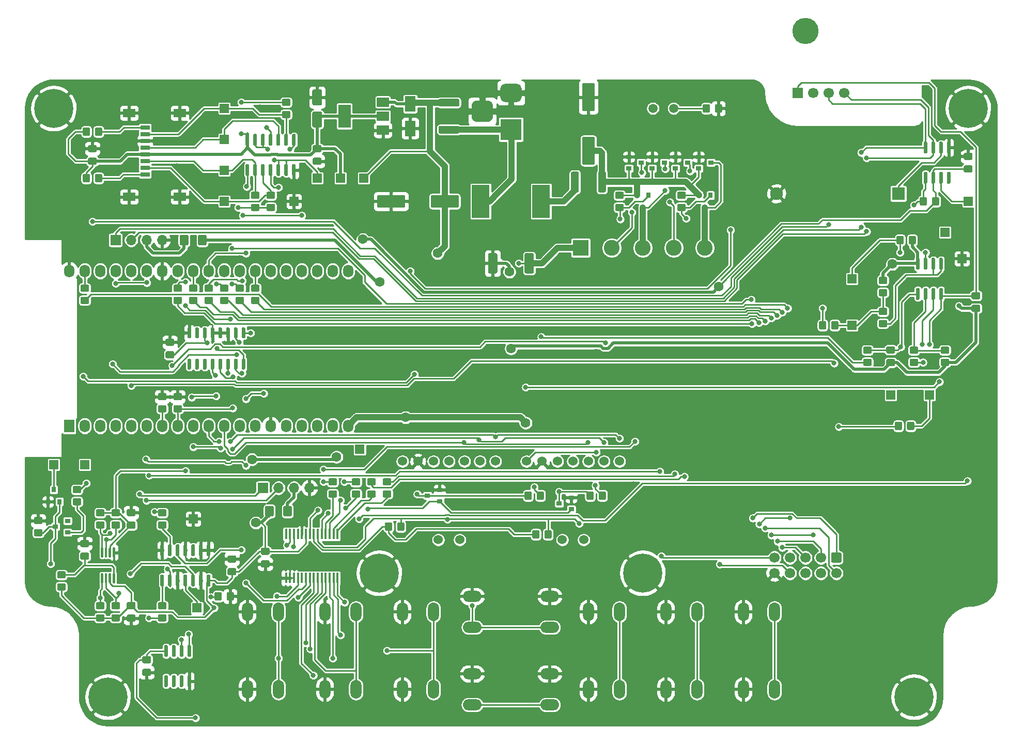
<source format=gtl>
G04 #@! TF.GenerationSoftware,KiCad,Pcbnew,(5.1.9)-1*
G04 #@! TF.CreationDate,2021-04-11T14:45:31+02:00*
G04 #@! TF.ProjectId,Sunrise clock main board,53756e72-6973-4652-9063-6c6f636b206d,V1.0*
G04 #@! TF.SameCoordinates,Original*
G04 #@! TF.FileFunction,Copper,L1,Top*
G04 #@! TF.FilePolarity,Positive*
%FSLAX46Y46*%
G04 Gerber Fmt 4.6, Leading zero omitted, Abs format (unit mm)*
G04 Created by KiCad (PCBNEW (5.1.9)-1) date 2021-04-11 14:45:31*
%MOMM*%
%LPD*%
G01*
G04 APERTURE LIST*
G04 #@! TA.AperFunction,EtchedComponent*
%ADD10C,0.100000*%
G04 #@! TD*
G04 #@! TA.AperFunction,SMDPad,CuDef*
%ADD11R,0.900000X0.800000*%
G04 #@! TD*
G04 #@! TA.AperFunction,ComponentPad*
%ADD12C,1.524000*%
G04 #@! TD*
G04 #@! TA.AperFunction,ComponentPad*
%ADD13R,1.500000X1.500000*%
G04 #@! TD*
G04 #@! TA.AperFunction,SMDPad,CuDef*
%ADD14C,0.500000*%
G04 #@! TD*
G04 #@! TA.AperFunction,SMDPad,CuDef*
%ADD15R,0.800000X0.900000*%
G04 #@! TD*
G04 #@! TA.AperFunction,ComponentPad*
%ADD16C,2.600000*%
G04 #@! TD*
G04 #@! TA.AperFunction,ComponentPad*
%ADD17R,2.600000X2.600000*%
G04 #@! TD*
G04 #@! TA.AperFunction,SMDPad,CuDef*
%ADD18R,2.900000X5.400000*%
G04 #@! TD*
G04 #@! TA.AperFunction,SMDPad,CuDef*
%ADD19R,1.800000X2.500000*%
G04 #@! TD*
G04 #@! TA.AperFunction,ComponentPad*
%ADD20O,1.850000X3.048000*%
G04 #@! TD*
G04 #@! TA.AperFunction,ComponentPad*
%ADD21O,3.048000X1.850000*%
G04 #@! TD*
G04 #@! TA.AperFunction,ComponentPad*
%ADD22C,0.800000*%
G04 #@! TD*
G04 #@! TA.AperFunction,ComponentPad*
%ADD23C,6.400000*%
G04 #@! TD*
G04 #@! TA.AperFunction,ComponentPad*
%ADD24C,1.500000*%
G04 #@! TD*
G04 #@! TA.AperFunction,ComponentPad*
%ADD25C,4.300000*%
G04 #@! TD*
G04 #@! TA.AperFunction,ComponentPad*
%ADD26C,1.700000*%
G04 #@! TD*
G04 #@! TA.AperFunction,ComponentPad*
%ADD27R,1.700000X1.700000*%
G04 #@! TD*
G04 #@! TA.AperFunction,ComponentPad*
%ADD28R,3.500000X3.500000*%
G04 #@! TD*
G04 #@! TA.AperFunction,SMDPad,CuDef*
%ADD29R,0.450000X1.750000*%
G04 #@! TD*
G04 #@! TA.AperFunction,SMDPad,CuDef*
%ADD30R,2.000000X1.500000*%
G04 #@! TD*
G04 #@! TA.AperFunction,SMDPad,CuDef*
%ADD31R,2.000000X3.800000*%
G04 #@! TD*
G04 #@! TA.AperFunction,SMDPad,CuDef*
%ADD32R,1.500000X0.800000*%
G04 #@! TD*
G04 #@! TA.AperFunction,SMDPad,CuDef*
%ADD33R,2.000000X1.450000*%
G04 #@! TD*
G04 #@! TA.AperFunction,ComponentPad*
%ADD34O,1.700000X1.700000*%
G04 #@! TD*
G04 #@! TA.AperFunction,ComponentPad*
%ADD35C,2.100000*%
G04 #@! TD*
G04 #@! TA.AperFunction,ComponentPad*
%ADD36R,2.100000X2.100000*%
G04 #@! TD*
G04 #@! TA.AperFunction,ComponentPad*
%ADD37O,1.700000X2.100000*%
G04 #@! TD*
G04 #@! TA.AperFunction,ComponentPad*
%ADD38R,1.700000X2.100000*%
G04 #@! TD*
G04 #@! TA.AperFunction,ViaPad*
%ADD39C,1.600000*%
G04 #@! TD*
G04 #@! TA.AperFunction,ViaPad*
%ADD40C,0.800000*%
G04 #@! TD*
G04 #@! TA.AperFunction,Conductor*
%ADD41C,0.250000*%
G04 #@! TD*
G04 #@! TA.AperFunction,Conductor*
%ADD42C,0.500000*%
G04 #@! TD*
G04 #@! TA.AperFunction,Conductor*
%ADD43C,1.000000*%
G04 #@! TD*
G04 #@! TA.AperFunction,Conductor*
%ADD44C,0.254000*%
G04 #@! TD*
G04 #@! TA.AperFunction,Conductor*
%ADD45C,0.100000*%
G04 #@! TD*
G04 APERTURE END LIST*
D10*
G36*
X-1770000Y23110000D02*
G01*
X-770000Y23110000D01*
X-770000Y22610000D01*
X-1770000Y22610000D01*
X-1770000Y23110000D01*
G37*
G04 #@! TA.AperFunction,SMDPad,CuDef*
G36*
G01*
X14370000Y-15690001D02*
X14370000Y-14789999D01*
G75*
G02*
X14619999Y-14540000I249999J0D01*
G01*
X15320001Y-14540000D01*
G75*
G02*
X15570000Y-14789999I0J-249999D01*
G01*
X15570000Y-15690001D01*
G75*
G02*
X15320001Y-15940000I-249999J0D01*
G01*
X14619999Y-15940000D01*
G75*
G02*
X14370000Y-15690001I0J249999D01*
G01*
G37*
G04 #@! TD.AperFunction*
G04 #@! TA.AperFunction,SMDPad,CuDef*
G36*
G01*
X12370000Y-15690001D02*
X12370000Y-14789999D01*
G75*
G02*
X12619999Y-14540000I249999J0D01*
G01*
X13320001Y-14540000D01*
G75*
G02*
X13570000Y-14789999I0J-249999D01*
G01*
X13570000Y-15690001D01*
G75*
G02*
X13320001Y-15940000I-249999J0D01*
G01*
X12619999Y-15940000D01*
G75*
G02*
X12370000Y-15690001I0J249999D01*
G01*
G37*
G04 #@! TD.AperFunction*
G04 #@! TA.AperFunction,SMDPad,CuDef*
G36*
G01*
X-24949999Y-13570000D02*
X-25850001Y-13570000D01*
G75*
G02*
X-26100000Y-13320001I0J249999D01*
G01*
X-26100000Y-12619999D01*
G75*
G02*
X-25850001Y-12370000I249999J0D01*
G01*
X-24949999Y-12370000D01*
G75*
G02*
X-24700000Y-12619999I0J-249999D01*
G01*
X-24700000Y-13320001D01*
G75*
G02*
X-24949999Y-13570000I-249999J0D01*
G01*
G37*
G04 #@! TD.AperFunction*
G04 #@! TA.AperFunction,SMDPad,CuDef*
G36*
G01*
X-24949999Y-15570000D02*
X-25850001Y-15570000D01*
G75*
G02*
X-26100000Y-15320001I0J249999D01*
G01*
X-26100000Y-14619999D01*
G75*
G02*
X-25850001Y-14370000I249999J0D01*
G01*
X-24949999Y-14370000D01*
G75*
G02*
X-24700000Y-14619999I0J-249999D01*
G01*
X-24700000Y-15320001D01*
G75*
G02*
X-24949999Y-15570000I-249999J0D01*
G01*
G37*
G04 #@! TD.AperFunction*
G04 #@! TA.AperFunction,SMDPad,CuDef*
G36*
G01*
X4210000Y-15690001D02*
X4210000Y-14789999D01*
G75*
G02*
X4459999Y-14540000I249999J0D01*
G01*
X5160001Y-14540000D01*
G75*
G02*
X5410000Y-14789999I0J-249999D01*
G01*
X5410000Y-15690001D01*
G75*
G02*
X5160001Y-15940000I-249999J0D01*
G01*
X4459999Y-15940000D01*
G75*
G02*
X4210000Y-15690001I0J249999D01*
G01*
G37*
G04 #@! TD.AperFunction*
G04 #@! TA.AperFunction,SMDPad,CuDef*
G36*
G01*
X2210000Y-15690001D02*
X2210000Y-14789999D01*
G75*
G02*
X2459999Y-14540000I249999J0D01*
G01*
X3160001Y-14540000D01*
G75*
G02*
X3410000Y-14789999I0J-249999D01*
G01*
X3410000Y-15690001D01*
G75*
G02*
X3160001Y-15940000I-249999J0D01*
G01*
X2459999Y-15940000D01*
G75*
G02*
X2210000Y-15690001I0J249999D01*
G01*
G37*
G04 #@! TD.AperFunction*
G04 #@! TA.AperFunction,SMDPad,CuDef*
G36*
G01*
X4680000Y-21139999D02*
X4680000Y-22040001D01*
G75*
G02*
X4430001Y-22290000I-249999J0D01*
G01*
X3729999Y-22290000D01*
G75*
G02*
X3480000Y-22040001I0J249999D01*
G01*
X3480000Y-21139999D01*
G75*
G02*
X3729999Y-20890000I249999J0D01*
G01*
X4430001Y-20890000D01*
G75*
G02*
X4680000Y-21139999I0J-249999D01*
G01*
G37*
G04 #@! TD.AperFunction*
G04 #@! TA.AperFunction,SMDPad,CuDef*
G36*
G01*
X6680000Y-21139999D02*
X6680000Y-22040001D01*
G75*
G02*
X6430001Y-22290000I-249999J0D01*
G01*
X5729999Y-22290000D01*
G75*
G02*
X5480000Y-22040001I0J249999D01*
G01*
X5480000Y-21139999D01*
G75*
G02*
X5729999Y-20890000I249999J0D01*
G01*
X6430001Y-20890000D01*
G75*
G02*
X6680000Y-21139999I0J-249999D01*
G01*
G37*
G04 #@! TD.AperFunction*
G04 #@! TA.AperFunction,SMDPad,CuDef*
G36*
G01*
X-19450000Y-19869999D02*
X-19450000Y-20770001D01*
G75*
G02*
X-19699999Y-21020000I-249999J0D01*
G01*
X-20400001Y-21020000D01*
G75*
G02*
X-20650000Y-20770001I0J249999D01*
G01*
X-20650000Y-19869999D01*
G75*
G02*
X-20400001Y-19620000I249999J0D01*
G01*
X-19699999Y-19620000D01*
G75*
G02*
X-19450000Y-19869999I0J-249999D01*
G01*
G37*
G04 #@! TD.AperFunction*
G04 #@! TA.AperFunction,SMDPad,CuDef*
G36*
G01*
X-17450000Y-19869999D02*
X-17450000Y-20770001D01*
G75*
G02*
X-17699999Y-21020000I-249999J0D01*
G01*
X-18400001Y-21020000D01*
G75*
G02*
X-18650000Y-20770001I0J249999D01*
G01*
X-18650000Y-19869999D01*
G75*
G02*
X-18400001Y-19620000I249999J0D01*
G01*
X-17699999Y-19620000D01*
G75*
G02*
X-17450000Y-19869999I0J-249999D01*
G01*
G37*
G04 #@! TD.AperFunction*
D11*
X7890000Y-16510000D03*
X9890000Y-15560000D03*
X9890000Y-17460000D03*
X-13700000Y-15240000D03*
X-11700000Y-14290000D03*
X-11700000Y-16190000D03*
D12*
X8410000Y-22480000D03*
X11910000Y-22480000D03*
X2540000Y-9610000D03*
X5080000Y-9610000D03*
X7620000Y-9610000D03*
X10160000Y-9610000D03*
X12700000Y-9610000D03*
X15240000Y-9610000D03*
X17780000Y-9610000D03*
X-11910000Y-22480000D03*
X-8410000Y-22480000D03*
X-17780000Y-9610000D03*
X-15240000Y-9610000D03*
X-12700000Y-9610000D03*
X-10160000Y-9610000D03*
X-7620000Y-9610000D03*
X-5080000Y-9610000D03*
X-2540000Y-9610000D03*
D13*
X-52070000Y-19050000D03*
X73914000Y23622000D03*
D14*
X-770000Y22860000D03*
X-1770000Y22860000D03*
D13*
X-24765000Y-7620000D03*
G04 #@! TA.AperFunction,SMDPad,CuDef*
G36*
G01*
X-46590000Y-32200001D02*
X-46590000Y-31299999D01*
G75*
G02*
X-46340001Y-31050000I249999J0D01*
G01*
X-45639999Y-31050000D01*
G75*
G02*
X-45390000Y-31299999I0J-249999D01*
G01*
X-45390000Y-32200001D01*
G75*
G02*
X-45639999Y-32450000I-249999J0D01*
G01*
X-46340001Y-32450000D01*
G75*
G02*
X-46590000Y-32200001I0J249999D01*
G01*
G37*
G04 #@! TD.AperFunction*
G04 #@! TA.AperFunction,SMDPad,CuDef*
G36*
G01*
X-48590000Y-32200001D02*
X-48590000Y-31299999D01*
G75*
G02*
X-48340001Y-31050000I249999J0D01*
G01*
X-47639999Y-31050000D01*
G75*
G02*
X-47390000Y-31299999I0J-249999D01*
G01*
X-47390000Y-32200001D01*
G75*
G02*
X-47639999Y-32450000I-249999J0D01*
G01*
X-48340001Y-32450000D01*
G75*
G02*
X-48590000Y-32200001I0J249999D01*
G01*
G37*
G04 #@! TD.AperFunction*
G04 #@! TA.AperFunction,SMDPad,CuDef*
G36*
G01*
X-77019999Y-19920000D02*
X-77920001Y-19920000D01*
G75*
G02*
X-78170000Y-19670001I0J249999D01*
G01*
X-78170000Y-18969999D01*
G75*
G02*
X-77920001Y-18720000I249999J0D01*
G01*
X-77019999Y-18720000D01*
G75*
G02*
X-76770000Y-18969999I0J-249999D01*
G01*
X-76770000Y-19670001D01*
G75*
G02*
X-77019999Y-19920000I-249999J0D01*
G01*
G37*
G04 #@! TD.AperFunction*
G04 #@! TA.AperFunction,SMDPad,CuDef*
G36*
G01*
X-77019999Y-21920000D02*
X-77920001Y-21920000D01*
G75*
G02*
X-78170000Y-21670001I0J249999D01*
G01*
X-78170000Y-20969999D01*
G75*
G02*
X-77920001Y-20720000I249999J0D01*
G01*
X-77019999Y-20720000D01*
G75*
G02*
X-76770000Y-20969999I0J-249999D01*
G01*
X-76770000Y-21670001D01*
G75*
G02*
X-77019999Y-21920000I-249999J0D01*
G01*
G37*
G04 #@! TD.AperFunction*
G04 #@! TA.AperFunction,SMDPad,CuDef*
G36*
G01*
X27489999Y32620000D02*
X28390001Y32620000D01*
G75*
G02*
X28640000Y32370001I0J-249999D01*
G01*
X28640000Y31669999D01*
G75*
G02*
X28390001Y31420000I-249999J0D01*
G01*
X27489999Y31420000D01*
G75*
G02*
X27240000Y31669999I0J249999D01*
G01*
X27240000Y32370001D01*
G75*
G02*
X27489999Y32620000I249999J0D01*
G01*
G37*
G04 #@! TD.AperFunction*
G04 #@! TA.AperFunction,SMDPad,CuDef*
G36*
G01*
X27489999Y34620000D02*
X28390001Y34620000D01*
G75*
G02*
X28640000Y34370001I0J-249999D01*
G01*
X28640000Y33669999D01*
G75*
G02*
X28390001Y33420000I-249999J0D01*
G01*
X27489999Y33420000D01*
G75*
G02*
X27240000Y33669999I0J249999D01*
G01*
X27240000Y34370001D01*
G75*
G02*
X27489999Y34620000I249999J0D01*
G01*
G37*
G04 #@! TD.AperFunction*
G04 #@! TA.AperFunction,SMDPad,CuDef*
G36*
G01*
X-20770001Y-14370000D02*
X-19869999Y-14370000D01*
G75*
G02*
X-19620000Y-14619999I0J-249999D01*
G01*
X-19620000Y-15320001D01*
G75*
G02*
X-19869999Y-15570000I-249999J0D01*
G01*
X-20770001Y-15570000D01*
G75*
G02*
X-21020000Y-15320001I0J249999D01*
G01*
X-21020000Y-14619999D01*
G75*
G02*
X-20770001Y-14370000I249999J0D01*
G01*
G37*
G04 #@! TD.AperFunction*
G04 #@! TA.AperFunction,SMDPad,CuDef*
G36*
G01*
X-20770001Y-12370000D02*
X-19869999Y-12370000D01*
G75*
G02*
X-19620000Y-12619999I0J-249999D01*
G01*
X-19620000Y-13320001D01*
G75*
G02*
X-19869999Y-13570000I-249999J0D01*
G01*
X-20770001Y-13570000D01*
G75*
G02*
X-21020000Y-13320001I0J249999D01*
G01*
X-21020000Y-12619999D01*
G75*
G02*
X-20770001Y-12370000I249999J0D01*
G01*
G37*
G04 #@! TD.AperFunction*
G04 #@! TA.AperFunction,SMDPad,CuDef*
G36*
G01*
X-23310001Y-14370000D02*
X-22409999Y-14370000D01*
G75*
G02*
X-22160000Y-14619999I0J-249999D01*
G01*
X-22160000Y-15320001D01*
G75*
G02*
X-22409999Y-15570000I-249999J0D01*
G01*
X-23310001Y-15570000D01*
G75*
G02*
X-23560000Y-15320001I0J249999D01*
G01*
X-23560000Y-14619999D01*
G75*
G02*
X-23310001Y-14370000I249999J0D01*
G01*
G37*
G04 #@! TD.AperFunction*
G04 #@! TA.AperFunction,SMDPad,CuDef*
G36*
G01*
X-23310001Y-12370000D02*
X-22409999Y-12370000D01*
G75*
G02*
X-22160000Y-12619999I0J-249999D01*
G01*
X-22160000Y-13320001D01*
G75*
G02*
X-22409999Y-13570000I-249999J0D01*
G01*
X-23310001Y-13570000D01*
G75*
G02*
X-23560000Y-13320001I0J249999D01*
G01*
X-23560000Y-12619999D01*
G75*
G02*
X-23310001Y-12370000I249999J0D01*
G01*
G37*
G04 #@! TD.AperFunction*
D15*
X31750000Y32020000D03*
X30800000Y34020000D03*
X32700000Y34020000D03*
D11*
X28940000Y39370000D03*
X26940000Y38420000D03*
X26940000Y40320000D03*
X32750000Y39370000D03*
X30750000Y38420000D03*
X30750000Y40320000D03*
D16*
X31750000Y25400000D03*
X26670000Y25400000D03*
X21590000Y25400000D03*
X16510000Y25400000D03*
D17*
X11430000Y25400000D03*
G04 #@! TA.AperFunction,SMDPad,CuDef*
G36*
G01*
X70335000Y18820000D02*
X70635000Y18820000D01*
G75*
G02*
X70785000Y18670000I0J-150000D01*
G01*
X70785000Y17020000D01*
G75*
G02*
X70635000Y16870000I-150000J0D01*
G01*
X70335000Y16870000D01*
G75*
G02*
X70185000Y17020000I0J150000D01*
G01*
X70185000Y18670000D01*
G75*
G02*
X70335000Y18820000I150000J0D01*
G01*
G37*
G04 #@! TD.AperFunction*
G04 #@! TA.AperFunction,SMDPad,CuDef*
G36*
G01*
X69065000Y18820000D02*
X69365000Y18820000D01*
G75*
G02*
X69515000Y18670000I0J-150000D01*
G01*
X69515000Y17020000D01*
G75*
G02*
X69365000Y16870000I-150000J0D01*
G01*
X69065000Y16870000D01*
G75*
G02*
X68915000Y17020000I0J150000D01*
G01*
X68915000Y18670000D01*
G75*
G02*
X69065000Y18820000I150000J0D01*
G01*
G37*
G04 #@! TD.AperFunction*
G04 #@! TA.AperFunction,SMDPad,CuDef*
G36*
G01*
X67795000Y18820000D02*
X68095000Y18820000D01*
G75*
G02*
X68245000Y18670000I0J-150000D01*
G01*
X68245000Y17020000D01*
G75*
G02*
X68095000Y16870000I-150000J0D01*
G01*
X67795000Y16870000D01*
G75*
G02*
X67645000Y17020000I0J150000D01*
G01*
X67645000Y18670000D01*
G75*
G02*
X67795000Y18820000I150000J0D01*
G01*
G37*
G04 #@! TD.AperFunction*
G04 #@! TA.AperFunction,SMDPad,CuDef*
G36*
G01*
X66525000Y18820000D02*
X66825000Y18820000D01*
G75*
G02*
X66975000Y18670000I0J-150000D01*
G01*
X66975000Y17020000D01*
G75*
G02*
X66825000Y16870000I-150000J0D01*
G01*
X66525000Y16870000D01*
G75*
G02*
X66375000Y17020000I0J150000D01*
G01*
X66375000Y18670000D01*
G75*
G02*
X66525000Y18820000I150000J0D01*
G01*
G37*
G04 #@! TD.AperFunction*
G04 #@! TA.AperFunction,SMDPad,CuDef*
G36*
G01*
X66525000Y23770000D02*
X66825000Y23770000D01*
G75*
G02*
X66975000Y23620000I0J-150000D01*
G01*
X66975000Y21970000D01*
G75*
G02*
X66825000Y21820000I-150000J0D01*
G01*
X66525000Y21820000D01*
G75*
G02*
X66375000Y21970000I0J150000D01*
G01*
X66375000Y23620000D01*
G75*
G02*
X66525000Y23770000I150000J0D01*
G01*
G37*
G04 #@! TD.AperFunction*
G04 #@! TA.AperFunction,SMDPad,CuDef*
G36*
G01*
X67795000Y23770000D02*
X68095000Y23770000D01*
G75*
G02*
X68245000Y23620000I0J-150000D01*
G01*
X68245000Y21970000D01*
G75*
G02*
X68095000Y21820000I-150000J0D01*
G01*
X67795000Y21820000D01*
G75*
G02*
X67645000Y21970000I0J150000D01*
G01*
X67645000Y23620000D01*
G75*
G02*
X67795000Y23770000I150000J0D01*
G01*
G37*
G04 #@! TD.AperFunction*
G04 #@! TA.AperFunction,SMDPad,CuDef*
G36*
G01*
X69065000Y23770000D02*
X69365000Y23770000D01*
G75*
G02*
X69515000Y23620000I0J-150000D01*
G01*
X69515000Y21970000D01*
G75*
G02*
X69365000Y21820000I-150000J0D01*
G01*
X69065000Y21820000D01*
G75*
G02*
X68915000Y21970000I0J150000D01*
G01*
X68915000Y23620000D01*
G75*
G02*
X69065000Y23770000I150000J0D01*
G01*
G37*
G04 #@! TD.AperFunction*
G04 #@! TA.AperFunction,SMDPad,CuDef*
G36*
G01*
X70335000Y23770000D02*
X70635000Y23770000D01*
G75*
G02*
X70785000Y23620000I0J-150000D01*
G01*
X70785000Y21970000D01*
G75*
G02*
X70635000Y21820000I-150000J0D01*
G01*
X70335000Y21820000D01*
G75*
G02*
X70185000Y21970000I0J150000D01*
G01*
X70185000Y23620000D01*
G75*
G02*
X70335000Y23770000I150000J0D01*
G01*
G37*
G04 #@! TD.AperFunction*
G04 #@! TA.AperFunction,SMDPad,CuDef*
G36*
G01*
X-11610000Y45415000D02*
X-8710000Y45415000D01*
G75*
G02*
X-8460000Y45165000I0J-250000D01*
G01*
X-8460000Y44365000D01*
G75*
G02*
X-8710000Y44115000I-250000J0D01*
G01*
X-11610000Y44115000D01*
G75*
G02*
X-11860000Y44365000I0J250000D01*
G01*
X-11860000Y45165000D01*
G75*
G02*
X-11610000Y45415000I250000J0D01*
G01*
G37*
G04 #@! TD.AperFunction*
G04 #@! TA.AperFunction,SMDPad,CuDef*
G36*
G01*
X-11610000Y49865000D02*
X-8710000Y49865000D01*
G75*
G02*
X-8460000Y49615000I0J-250000D01*
G01*
X-8460000Y48815000D01*
G75*
G02*
X-8710000Y48565000I-250000J0D01*
G01*
X-11610000Y48565000D01*
G75*
G02*
X-11860000Y48815000I0J250000D01*
G01*
X-11860000Y49615000D01*
G75*
G02*
X-11610000Y49865000I250000J0D01*
G01*
G37*
G04 #@! TD.AperFunction*
G04 #@! TA.AperFunction,SMDPad,CuDef*
G36*
G01*
X11125000Y37645000D02*
X11125000Y34745000D01*
G75*
G02*
X10875000Y34495000I-250000J0D01*
G01*
X10075000Y34495000D01*
G75*
G02*
X9825000Y34745000I0J250000D01*
G01*
X9825000Y37645000D01*
G75*
G02*
X10075000Y37895000I250000J0D01*
G01*
X10875000Y37895000D01*
G75*
G02*
X11125000Y37645000I0J-250000D01*
G01*
G37*
G04 #@! TD.AperFunction*
G04 #@! TA.AperFunction,SMDPad,CuDef*
G36*
G01*
X15575000Y37645000D02*
X15575000Y34745000D01*
G75*
G02*
X15325000Y34495000I-250000J0D01*
G01*
X14525000Y34495000D01*
G75*
G02*
X14275000Y34745000I0J250000D01*
G01*
X14275000Y37645000D01*
G75*
G02*
X14525000Y37895000I250000J0D01*
G01*
X15325000Y37895000D01*
G75*
G02*
X15575000Y37645000I0J-250000D01*
G01*
G37*
G04 #@! TD.AperFunction*
D18*
X4950000Y33020000D03*
X-4950000Y33020000D03*
D19*
X-16510000Y44990000D03*
X-16510000Y48990000D03*
D15*
X21590000Y32020000D03*
X20640000Y34020000D03*
X22540000Y34020000D03*
G04 #@! TA.AperFunction,SMDPad,CuDef*
G36*
G01*
X-55405000Y9340000D02*
X-56355000Y9340000D01*
G75*
G02*
X-56605000Y9590000I0J250000D01*
G01*
X-56605000Y10265000D01*
G75*
G02*
X-56355000Y10515000I250000J0D01*
G01*
X-55405000Y10515000D01*
G75*
G02*
X-55155000Y10265000I0J-250000D01*
G01*
X-55155000Y9590000D01*
G75*
G02*
X-55405000Y9340000I-250000J0D01*
G01*
G37*
G04 #@! TD.AperFunction*
G04 #@! TA.AperFunction,SMDPad,CuDef*
G36*
G01*
X-55405000Y7265000D02*
X-56355000Y7265000D01*
G75*
G02*
X-56605000Y7515000I0J250000D01*
G01*
X-56605000Y8190000D01*
G75*
G02*
X-56355000Y8440000I250000J0D01*
G01*
X-55405000Y8440000D01*
G75*
G02*
X-55155000Y8190000I0J-250000D01*
G01*
X-55155000Y7515000D01*
G75*
G02*
X-55405000Y7265000I-250000J0D01*
G01*
G37*
G04 #@! TD.AperFunction*
G04 #@! TA.AperFunction,SMDPad,CuDef*
G36*
G01*
X-43965000Y7190000D02*
X-43665000Y7190000D01*
G75*
G02*
X-43515000Y7040000I0J-150000D01*
G01*
X-43515000Y5590000D01*
G75*
G02*
X-43665000Y5440000I-150000J0D01*
G01*
X-43965000Y5440000D01*
G75*
G02*
X-44115000Y5590000I0J150000D01*
G01*
X-44115000Y7040000D01*
G75*
G02*
X-43965000Y7190000I150000J0D01*
G01*
G37*
G04 #@! TD.AperFunction*
G04 #@! TA.AperFunction,SMDPad,CuDef*
G36*
G01*
X-45235000Y7190000D02*
X-44935000Y7190000D01*
G75*
G02*
X-44785000Y7040000I0J-150000D01*
G01*
X-44785000Y5590000D01*
G75*
G02*
X-44935000Y5440000I-150000J0D01*
G01*
X-45235000Y5440000D01*
G75*
G02*
X-45385000Y5590000I0J150000D01*
G01*
X-45385000Y7040000D01*
G75*
G02*
X-45235000Y7190000I150000J0D01*
G01*
G37*
G04 #@! TD.AperFunction*
G04 #@! TA.AperFunction,SMDPad,CuDef*
G36*
G01*
X-46505000Y7190000D02*
X-46205000Y7190000D01*
G75*
G02*
X-46055000Y7040000I0J-150000D01*
G01*
X-46055000Y5590000D01*
G75*
G02*
X-46205000Y5440000I-150000J0D01*
G01*
X-46505000Y5440000D01*
G75*
G02*
X-46655000Y5590000I0J150000D01*
G01*
X-46655000Y7040000D01*
G75*
G02*
X-46505000Y7190000I150000J0D01*
G01*
G37*
G04 #@! TD.AperFunction*
G04 #@! TA.AperFunction,SMDPad,CuDef*
G36*
G01*
X-47775000Y7190000D02*
X-47475000Y7190000D01*
G75*
G02*
X-47325000Y7040000I0J-150000D01*
G01*
X-47325000Y5590000D01*
G75*
G02*
X-47475000Y5440000I-150000J0D01*
G01*
X-47775000Y5440000D01*
G75*
G02*
X-47925000Y5590000I0J150000D01*
G01*
X-47925000Y7040000D01*
G75*
G02*
X-47775000Y7190000I150000J0D01*
G01*
G37*
G04 #@! TD.AperFunction*
G04 #@! TA.AperFunction,SMDPad,CuDef*
G36*
G01*
X-49045000Y7190000D02*
X-48745000Y7190000D01*
G75*
G02*
X-48595000Y7040000I0J-150000D01*
G01*
X-48595000Y5590000D01*
G75*
G02*
X-48745000Y5440000I-150000J0D01*
G01*
X-49045000Y5440000D01*
G75*
G02*
X-49195000Y5590000I0J150000D01*
G01*
X-49195000Y7040000D01*
G75*
G02*
X-49045000Y7190000I150000J0D01*
G01*
G37*
G04 #@! TD.AperFunction*
G04 #@! TA.AperFunction,SMDPad,CuDef*
G36*
G01*
X-50315000Y7190000D02*
X-50015000Y7190000D01*
G75*
G02*
X-49865000Y7040000I0J-150000D01*
G01*
X-49865000Y5590000D01*
G75*
G02*
X-50015000Y5440000I-150000J0D01*
G01*
X-50315000Y5440000D01*
G75*
G02*
X-50465000Y5590000I0J150000D01*
G01*
X-50465000Y7040000D01*
G75*
G02*
X-50315000Y7190000I150000J0D01*
G01*
G37*
G04 #@! TD.AperFunction*
G04 #@! TA.AperFunction,SMDPad,CuDef*
G36*
G01*
X-51585000Y7190000D02*
X-51285000Y7190000D01*
G75*
G02*
X-51135000Y7040000I0J-150000D01*
G01*
X-51135000Y5590000D01*
G75*
G02*
X-51285000Y5440000I-150000J0D01*
G01*
X-51585000Y5440000D01*
G75*
G02*
X-51735000Y5590000I0J150000D01*
G01*
X-51735000Y7040000D01*
G75*
G02*
X-51585000Y7190000I150000J0D01*
G01*
G37*
G04 #@! TD.AperFunction*
G04 #@! TA.AperFunction,SMDPad,CuDef*
G36*
G01*
X-52855000Y7190000D02*
X-52555000Y7190000D01*
G75*
G02*
X-52405000Y7040000I0J-150000D01*
G01*
X-52405000Y5590000D01*
G75*
G02*
X-52555000Y5440000I-150000J0D01*
G01*
X-52855000Y5440000D01*
G75*
G02*
X-53005000Y5590000I0J150000D01*
G01*
X-53005000Y7040000D01*
G75*
G02*
X-52855000Y7190000I150000J0D01*
G01*
G37*
G04 #@! TD.AperFunction*
G04 #@! TA.AperFunction,SMDPad,CuDef*
G36*
G01*
X-52855000Y12340000D02*
X-52555000Y12340000D01*
G75*
G02*
X-52405000Y12190000I0J-150000D01*
G01*
X-52405000Y10740000D01*
G75*
G02*
X-52555000Y10590000I-150000J0D01*
G01*
X-52855000Y10590000D01*
G75*
G02*
X-53005000Y10740000I0J150000D01*
G01*
X-53005000Y12190000D01*
G75*
G02*
X-52855000Y12340000I150000J0D01*
G01*
G37*
G04 #@! TD.AperFunction*
G04 #@! TA.AperFunction,SMDPad,CuDef*
G36*
G01*
X-51585000Y12340000D02*
X-51285000Y12340000D01*
G75*
G02*
X-51135000Y12190000I0J-150000D01*
G01*
X-51135000Y10740000D01*
G75*
G02*
X-51285000Y10590000I-150000J0D01*
G01*
X-51585000Y10590000D01*
G75*
G02*
X-51735000Y10740000I0J150000D01*
G01*
X-51735000Y12190000D01*
G75*
G02*
X-51585000Y12340000I150000J0D01*
G01*
G37*
G04 #@! TD.AperFunction*
G04 #@! TA.AperFunction,SMDPad,CuDef*
G36*
G01*
X-50315000Y12340000D02*
X-50015000Y12340000D01*
G75*
G02*
X-49865000Y12190000I0J-150000D01*
G01*
X-49865000Y10740000D01*
G75*
G02*
X-50015000Y10590000I-150000J0D01*
G01*
X-50315000Y10590000D01*
G75*
G02*
X-50465000Y10740000I0J150000D01*
G01*
X-50465000Y12190000D01*
G75*
G02*
X-50315000Y12340000I150000J0D01*
G01*
G37*
G04 #@! TD.AperFunction*
G04 #@! TA.AperFunction,SMDPad,CuDef*
G36*
G01*
X-49045000Y12340000D02*
X-48745000Y12340000D01*
G75*
G02*
X-48595000Y12190000I0J-150000D01*
G01*
X-48595000Y10740000D01*
G75*
G02*
X-48745000Y10590000I-150000J0D01*
G01*
X-49045000Y10590000D01*
G75*
G02*
X-49195000Y10740000I0J150000D01*
G01*
X-49195000Y12190000D01*
G75*
G02*
X-49045000Y12340000I150000J0D01*
G01*
G37*
G04 #@! TD.AperFunction*
G04 #@! TA.AperFunction,SMDPad,CuDef*
G36*
G01*
X-47775000Y12340000D02*
X-47475000Y12340000D01*
G75*
G02*
X-47325000Y12190000I0J-150000D01*
G01*
X-47325000Y10740000D01*
G75*
G02*
X-47475000Y10590000I-150000J0D01*
G01*
X-47775000Y10590000D01*
G75*
G02*
X-47925000Y10740000I0J150000D01*
G01*
X-47925000Y12190000D01*
G75*
G02*
X-47775000Y12340000I150000J0D01*
G01*
G37*
G04 #@! TD.AperFunction*
G04 #@! TA.AperFunction,SMDPad,CuDef*
G36*
G01*
X-46505000Y12340000D02*
X-46205000Y12340000D01*
G75*
G02*
X-46055000Y12190000I0J-150000D01*
G01*
X-46055000Y10740000D01*
G75*
G02*
X-46205000Y10590000I-150000J0D01*
G01*
X-46505000Y10590000D01*
G75*
G02*
X-46655000Y10740000I0J150000D01*
G01*
X-46655000Y12190000D01*
G75*
G02*
X-46505000Y12340000I150000J0D01*
G01*
G37*
G04 #@! TD.AperFunction*
G04 #@! TA.AperFunction,SMDPad,CuDef*
G36*
G01*
X-45235000Y12340000D02*
X-44935000Y12340000D01*
G75*
G02*
X-44785000Y12190000I0J-150000D01*
G01*
X-44785000Y10740000D01*
G75*
G02*
X-44935000Y10590000I-150000J0D01*
G01*
X-45235000Y10590000D01*
G75*
G02*
X-45385000Y10740000I0J150000D01*
G01*
X-45385000Y12190000D01*
G75*
G02*
X-45235000Y12340000I150000J0D01*
G01*
G37*
G04 #@! TD.AperFunction*
G04 #@! TA.AperFunction,SMDPad,CuDef*
G36*
G01*
X-43965000Y12340000D02*
X-43665000Y12340000D01*
G75*
G02*
X-43515000Y12190000I0J-150000D01*
G01*
X-43515000Y10740000D01*
G75*
G02*
X-43665000Y10590000I-150000J0D01*
G01*
X-43965000Y10590000D01*
G75*
G02*
X-44115000Y10740000I0J150000D01*
G01*
X-44115000Y12190000D01*
G75*
G02*
X-43965000Y12340000I150000J0D01*
G01*
G37*
G04 #@! TD.AperFunction*
G04 #@! TA.AperFunction,SMDPad,CuDef*
G36*
G01*
X-43030000Y42140000D02*
X-43330000Y42140000D01*
G75*
G02*
X-43480000Y42290000I0J150000D01*
G01*
X-43480000Y43940000D01*
G75*
G02*
X-43330000Y44090000I150000J0D01*
G01*
X-43030000Y44090000D01*
G75*
G02*
X-42880000Y43940000I0J-150000D01*
G01*
X-42880000Y42290000D01*
G75*
G02*
X-43030000Y42140000I-150000J0D01*
G01*
G37*
G04 #@! TD.AperFunction*
G04 #@! TA.AperFunction,SMDPad,CuDef*
G36*
G01*
X-41760000Y42140000D02*
X-42060000Y42140000D01*
G75*
G02*
X-42210000Y42290000I0J150000D01*
G01*
X-42210000Y43940000D01*
G75*
G02*
X-42060000Y44090000I150000J0D01*
G01*
X-41760000Y44090000D01*
G75*
G02*
X-41610000Y43940000I0J-150000D01*
G01*
X-41610000Y42290000D01*
G75*
G02*
X-41760000Y42140000I-150000J0D01*
G01*
G37*
G04 #@! TD.AperFunction*
G04 #@! TA.AperFunction,SMDPad,CuDef*
G36*
G01*
X-40490000Y42140000D02*
X-40790000Y42140000D01*
G75*
G02*
X-40940000Y42290000I0J150000D01*
G01*
X-40940000Y43940000D01*
G75*
G02*
X-40790000Y44090000I150000J0D01*
G01*
X-40490000Y44090000D01*
G75*
G02*
X-40340000Y43940000I0J-150000D01*
G01*
X-40340000Y42290000D01*
G75*
G02*
X-40490000Y42140000I-150000J0D01*
G01*
G37*
G04 #@! TD.AperFunction*
G04 #@! TA.AperFunction,SMDPad,CuDef*
G36*
G01*
X-39220000Y42140000D02*
X-39520000Y42140000D01*
G75*
G02*
X-39670000Y42290000I0J150000D01*
G01*
X-39670000Y43940000D01*
G75*
G02*
X-39520000Y44090000I150000J0D01*
G01*
X-39220000Y44090000D01*
G75*
G02*
X-39070000Y43940000I0J-150000D01*
G01*
X-39070000Y42290000D01*
G75*
G02*
X-39220000Y42140000I-150000J0D01*
G01*
G37*
G04 #@! TD.AperFunction*
G04 #@! TA.AperFunction,SMDPad,CuDef*
G36*
G01*
X-37950000Y42140000D02*
X-38250000Y42140000D01*
G75*
G02*
X-38400000Y42290000I0J150000D01*
G01*
X-38400000Y43940000D01*
G75*
G02*
X-38250000Y44090000I150000J0D01*
G01*
X-37950000Y44090000D01*
G75*
G02*
X-37800000Y43940000I0J-150000D01*
G01*
X-37800000Y42290000D01*
G75*
G02*
X-37950000Y42140000I-150000J0D01*
G01*
G37*
G04 #@! TD.AperFunction*
G04 #@! TA.AperFunction,SMDPad,CuDef*
G36*
G01*
X-36680000Y42140000D02*
X-36980000Y42140000D01*
G75*
G02*
X-37130000Y42290000I0J150000D01*
G01*
X-37130000Y43940000D01*
G75*
G02*
X-36980000Y44090000I150000J0D01*
G01*
X-36680000Y44090000D01*
G75*
G02*
X-36530000Y43940000I0J-150000D01*
G01*
X-36530000Y42290000D01*
G75*
G02*
X-36680000Y42140000I-150000J0D01*
G01*
G37*
G04 #@! TD.AperFunction*
G04 #@! TA.AperFunction,SMDPad,CuDef*
G36*
G01*
X-35410000Y42140000D02*
X-35710000Y42140000D01*
G75*
G02*
X-35860000Y42290000I0J150000D01*
G01*
X-35860000Y43940000D01*
G75*
G02*
X-35710000Y44090000I150000J0D01*
G01*
X-35410000Y44090000D01*
G75*
G02*
X-35260000Y43940000I0J-150000D01*
G01*
X-35260000Y42290000D01*
G75*
G02*
X-35410000Y42140000I-150000J0D01*
G01*
G37*
G04 #@! TD.AperFunction*
G04 #@! TA.AperFunction,SMDPad,CuDef*
G36*
G01*
X-35410000Y37190000D02*
X-35710000Y37190000D01*
G75*
G02*
X-35860000Y37340000I0J150000D01*
G01*
X-35860000Y38990000D01*
G75*
G02*
X-35710000Y39140000I150000J0D01*
G01*
X-35410000Y39140000D01*
G75*
G02*
X-35260000Y38990000I0J-150000D01*
G01*
X-35260000Y37340000D01*
G75*
G02*
X-35410000Y37190000I-150000J0D01*
G01*
G37*
G04 #@! TD.AperFunction*
G04 #@! TA.AperFunction,SMDPad,CuDef*
G36*
G01*
X-36680000Y37190000D02*
X-36980000Y37190000D01*
G75*
G02*
X-37130000Y37340000I0J150000D01*
G01*
X-37130000Y38990000D01*
G75*
G02*
X-36980000Y39140000I150000J0D01*
G01*
X-36680000Y39140000D01*
G75*
G02*
X-36530000Y38990000I0J-150000D01*
G01*
X-36530000Y37340000D01*
G75*
G02*
X-36680000Y37190000I-150000J0D01*
G01*
G37*
G04 #@! TD.AperFunction*
G04 #@! TA.AperFunction,SMDPad,CuDef*
G36*
G01*
X-37950000Y37190000D02*
X-38250000Y37190000D01*
G75*
G02*
X-38400000Y37340000I0J150000D01*
G01*
X-38400000Y38990000D01*
G75*
G02*
X-38250000Y39140000I150000J0D01*
G01*
X-37950000Y39140000D01*
G75*
G02*
X-37800000Y38990000I0J-150000D01*
G01*
X-37800000Y37340000D01*
G75*
G02*
X-37950000Y37190000I-150000J0D01*
G01*
G37*
G04 #@! TD.AperFunction*
G04 #@! TA.AperFunction,SMDPad,CuDef*
G36*
G01*
X-39220000Y37190000D02*
X-39520000Y37190000D01*
G75*
G02*
X-39670000Y37340000I0J150000D01*
G01*
X-39670000Y38990000D01*
G75*
G02*
X-39520000Y39140000I150000J0D01*
G01*
X-39220000Y39140000D01*
G75*
G02*
X-39070000Y38990000I0J-150000D01*
G01*
X-39070000Y37340000D01*
G75*
G02*
X-39220000Y37190000I-150000J0D01*
G01*
G37*
G04 #@! TD.AperFunction*
G04 #@! TA.AperFunction,SMDPad,CuDef*
G36*
G01*
X-40490000Y37190000D02*
X-40790000Y37190000D01*
G75*
G02*
X-40940000Y37340000I0J150000D01*
G01*
X-40940000Y38990000D01*
G75*
G02*
X-40790000Y39140000I150000J0D01*
G01*
X-40490000Y39140000D01*
G75*
G02*
X-40340000Y38990000I0J-150000D01*
G01*
X-40340000Y37340000D01*
G75*
G02*
X-40490000Y37190000I-150000J0D01*
G01*
G37*
G04 #@! TD.AperFunction*
G04 #@! TA.AperFunction,SMDPad,CuDef*
G36*
G01*
X-41760000Y37190000D02*
X-42060000Y37190000D01*
G75*
G02*
X-42210000Y37340000I0J150000D01*
G01*
X-42210000Y38990000D01*
G75*
G02*
X-42060000Y39140000I150000J0D01*
G01*
X-41760000Y39140000D01*
G75*
G02*
X-41610000Y38990000I0J-150000D01*
G01*
X-41610000Y37340000D01*
G75*
G02*
X-41760000Y37190000I-150000J0D01*
G01*
G37*
G04 #@! TD.AperFunction*
G04 #@! TA.AperFunction,SMDPad,CuDef*
G36*
G01*
X-43030000Y37190000D02*
X-43330000Y37190000D01*
G75*
G02*
X-43480000Y37340000I0J150000D01*
G01*
X-43480000Y38990000D01*
G75*
G02*
X-43330000Y39140000I150000J0D01*
G01*
X-43030000Y39140000D01*
G75*
G02*
X-42880000Y38990000I0J-150000D01*
G01*
X-42880000Y37340000D01*
G75*
G02*
X-43030000Y37190000I-150000J0D01*
G01*
G37*
G04 #@! TD.AperFunction*
G04 #@! TA.AperFunction,SMDPad,CuDef*
G36*
G01*
X-49680000Y-28170000D02*
X-49380000Y-28170000D01*
G75*
G02*
X-49230000Y-28320000I0J-150000D01*
G01*
X-49230000Y-29970000D01*
G75*
G02*
X-49380000Y-30120000I-150000J0D01*
G01*
X-49680000Y-30120000D01*
G75*
G02*
X-49830000Y-29970000I0J150000D01*
G01*
X-49830000Y-28320000D01*
G75*
G02*
X-49680000Y-28170000I150000J0D01*
G01*
G37*
G04 #@! TD.AperFunction*
G04 #@! TA.AperFunction,SMDPad,CuDef*
G36*
G01*
X-50950000Y-28170000D02*
X-50650000Y-28170000D01*
G75*
G02*
X-50500000Y-28320000I0J-150000D01*
G01*
X-50500000Y-29970000D01*
G75*
G02*
X-50650000Y-30120000I-150000J0D01*
G01*
X-50950000Y-30120000D01*
G75*
G02*
X-51100000Y-29970000I0J150000D01*
G01*
X-51100000Y-28320000D01*
G75*
G02*
X-50950000Y-28170000I150000J0D01*
G01*
G37*
G04 #@! TD.AperFunction*
G04 #@! TA.AperFunction,SMDPad,CuDef*
G36*
G01*
X-52220000Y-28170000D02*
X-51920000Y-28170000D01*
G75*
G02*
X-51770000Y-28320000I0J-150000D01*
G01*
X-51770000Y-29970000D01*
G75*
G02*
X-51920000Y-30120000I-150000J0D01*
G01*
X-52220000Y-30120000D01*
G75*
G02*
X-52370000Y-29970000I0J150000D01*
G01*
X-52370000Y-28320000D01*
G75*
G02*
X-52220000Y-28170000I150000J0D01*
G01*
G37*
G04 #@! TD.AperFunction*
G04 #@! TA.AperFunction,SMDPad,CuDef*
G36*
G01*
X-53490000Y-28170000D02*
X-53190000Y-28170000D01*
G75*
G02*
X-53040000Y-28320000I0J-150000D01*
G01*
X-53040000Y-29970000D01*
G75*
G02*
X-53190000Y-30120000I-150000J0D01*
G01*
X-53490000Y-30120000D01*
G75*
G02*
X-53640000Y-29970000I0J150000D01*
G01*
X-53640000Y-28320000D01*
G75*
G02*
X-53490000Y-28170000I150000J0D01*
G01*
G37*
G04 #@! TD.AperFunction*
G04 #@! TA.AperFunction,SMDPad,CuDef*
G36*
G01*
X-54760000Y-28170000D02*
X-54460000Y-28170000D01*
G75*
G02*
X-54310000Y-28320000I0J-150000D01*
G01*
X-54310000Y-29970000D01*
G75*
G02*
X-54460000Y-30120000I-150000J0D01*
G01*
X-54760000Y-30120000D01*
G75*
G02*
X-54910000Y-29970000I0J150000D01*
G01*
X-54910000Y-28320000D01*
G75*
G02*
X-54760000Y-28170000I150000J0D01*
G01*
G37*
G04 #@! TD.AperFunction*
G04 #@! TA.AperFunction,SMDPad,CuDef*
G36*
G01*
X-56030000Y-28170000D02*
X-55730000Y-28170000D01*
G75*
G02*
X-55580000Y-28320000I0J-150000D01*
G01*
X-55580000Y-29970000D01*
G75*
G02*
X-55730000Y-30120000I-150000J0D01*
G01*
X-56030000Y-30120000D01*
G75*
G02*
X-56180000Y-29970000I0J150000D01*
G01*
X-56180000Y-28320000D01*
G75*
G02*
X-56030000Y-28170000I150000J0D01*
G01*
G37*
G04 #@! TD.AperFunction*
G04 #@! TA.AperFunction,SMDPad,CuDef*
G36*
G01*
X-57300000Y-28170000D02*
X-57000000Y-28170000D01*
G75*
G02*
X-56850000Y-28320000I0J-150000D01*
G01*
X-56850000Y-29970000D01*
G75*
G02*
X-57000000Y-30120000I-150000J0D01*
G01*
X-57300000Y-30120000D01*
G75*
G02*
X-57450000Y-29970000I0J150000D01*
G01*
X-57450000Y-28320000D01*
G75*
G02*
X-57300000Y-28170000I150000J0D01*
G01*
G37*
G04 #@! TD.AperFunction*
G04 #@! TA.AperFunction,SMDPad,CuDef*
G36*
G01*
X-57300000Y-23220000D02*
X-57000000Y-23220000D01*
G75*
G02*
X-56850000Y-23370000I0J-150000D01*
G01*
X-56850000Y-25020000D01*
G75*
G02*
X-57000000Y-25170000I-150000J0D01*
G01*
X-57300000Y-25170000D01*
G75*
G02*
X-57450000Y-25020000I0J150000D01*
G01*
X-57450000Y-23370000D01*
G75*
G02*
X-57300000Y-23220000I150000J0D01*
G01*
G37*
G04 #@! TD.AperFunction*
G04 #@! TA.AperFunction,SMDPad,CuDef*
G36*
G01*
X-56030000Y-23220000D02*
X-55730000Y-23220000D01*
G75*
G02*
X-55580000Y-23370000I0J-150000D01*
G01*
X-55580000Y-25020000D01*
G75*
G02*
X-55730000Y-25170000I-150000J0D01*
G01*
X-56030000Y-25170000D01*
G75*
G02*
X-56180000Y-25020000I0J150000D01*
G01*
X-56180000Y-23370000D01*
G75*
G02*
X-56030000Y-23220000I150000J0D01*
G01*
G37*
G04 #@! TD.AperFunction*
G04 #@! TA.AperFunction,SMDPad,CuDef*
G36*
G01*
X-54760000Y-23220000D02*
X-54460000Y-23220000D01*
G75*
G02*
X-54310000Y-23370000I0J-150000D01*
G01*
X-54310000Y-25020000D01*
G75*
G02*
X-54460000Y-25170000I-150000J0D01*
G01*
X-54760000Y-25170000D01*
G75*
G02*
X-54910000Y-25020000I0J150000D01*
G01*
X-54910000Y-23370000D01*
G75*
G02*
X-54760000Y-23220000I150000J0D01*
G01*
G37*
G04 #@! TD.AperFunction*
G04 #@! TA.AperFunction,SMDPad,CuDef*
G36*
G01*
X-53490000Y-23220000D02*
X-53190000Y-23220000D01*
G75*
G02*
X-53040000Y-23370000I0J-150000D01*
G01*
X-53040000Y-25020000D01*
G75*
G02*
X-53190000Y-25170000I-150000J0D01*
G01*
X-53490000Y-25170000D01*
G75*
G02*
X-53640000Y-25020000I0J150000D01*
G01*
X-53640000Y-23370000D01*
G75*
G02*
X-53490000Y-23220000I150000J0D01*
G01*
G37*
G04 #@! TD.AperFunction*
G04 #@! TA.AperFunction,SMDPad,CuDef*
G36*
G01*
X-52220000Y-23220000D02*
X-51920000Y-23220000D01*
G75*
G02*
X-51770000Y-23370000I0J-150000D01*
G01*
X-51770000Y-25020000D01*
G75*
G02*
X-51920000Y-25170000I-150000J0D01*
G01*
X-52220000Y-25170000D01*
G75*
G02*
X-52370000Y-25020000I0J150000D01*
G01*
X-52370000Y-23370000D01*
G75*
G02*
X-52220000Y-23220000I150000J0D01*
G01*
G37*
G04 #@! TD.AperFunction*
G04 #@! TA.AperFunction,SMDPad,CuDef*
G36*
G01*
X-50950000Y-23220000D02*
X-50650000Y-23220000D01*
G75*
G02*
X-50500000Y-23370000I0J-150000D01*
G01*
X-50500000Y-25020000D01*
G75*
G02*
X-50650000Y-25170000I-150000J0D01*
G01*
X-50950000Y-25170000D01*
G75*
G02*
X-51100000Y-25020000I0J150000D01*
G01*
X-51100000Y-23370000D01*
G75*
G02*
X-50950000Y-23220000I150000J0D01*
G01*
G37*
G04 #@! TD.AperFunction*
G04 #@! TA.AperFunction,SMDPad,CuDef*
G36*
G01*
X-49680000Y-23220000D02*
X-49380000Y-23220000D01*
G75*
G02*
X-49230000Y-23370000I0J-150000D01*
G01*
X-49230000Y-25020000D01*
G75*
G02*
X-49380000Y-25170000I-150000J0D01*
G01*
X-49680000Y-25170000D01*
G75*
G02*
X-49830000Y-25020000I0J150000D01*
G01*
X-49830000Y-23370000D01*
G75*
G02*
X-49680000Y-23220000I150000J0D01*
G01*
G37*
G04 #@! TD.AperFunction*
G04 #@! TA.AperFunction,SMDPad,CuDef*
G36*
G01*
X-55060001Y-400000D02*
X-54159999Y-400000D01*
G75*
G02*
X-53910000Y-649999I0J-249999D01*
G01*
X-53910000Y-1350001D01*
G75*
G02*
X-54159999Y-1600000I-249999J0D01*
G01*
X-55060001Y-1600000D01*
G75*
G02*
X-55310000Y-1350001I0J249999D01*
G01*
X-55310000Y-649999D01*
G75*
G02*
X-55060001Y-400000I249999J0D01*
G01*
G37*
G04 #@! TD.AperFunction*
G04 #@! TA.AperFunction,SMDPad,CuDef*
G36*
G01*
X-55060001Y1600000D02*
X-54159999Y1600000D01*
G75*
G02*
X-53910000Y1350001I0J-249999D01*
G01*
X-53910000Y649999D01*
G75*
G02*
X-54159999Y400000I-249999J0D01*
G01*
X-55060001Y400000D01*
G75*
G02*
X-55310000Y649999I0J249999D01*
G01*
X-55310000Y1350001D01*
G75*
G02*
X-55060001Y1600000I249999J0D01*
G01*
G37*
G04 #@! TD.AperFunction*
X-74930000Y-14240000D03*
X-73980000Y-16240000D03*
X-75880000Y-16240000D03*
D11*
X21320000Y39370000D03*
X19320000Y38420000D03*
X19320000Y40320000D03*
X25130000Y39370000D03*
X23130000Y38420000D03*
X23130000Y40320000D03*
X-74660000Y-20320000D03*
X-72660000Y-19370000D03*
X-72660000Y-21270000D03*
G04 #@! TA.AperFunction,SMDPad,CuDef*
G36*
G01*
X-17340000Y33820000D02*
X-17340000Y32220000D01*
G75*
G02*
X-17590000Y31970000I-250000J0D01*
G01*
X-21690000Y31970000D01*
G75*
G02*
X-21940000Y32220000I0J250000D01*
G01*
X-21940000Y33820000D01*
G75*
G02*
X-21690000Y34070000I250000J0D01*
G01*
X-17590000Y34070000D01*
G75*
G02*
X-17340000Y33820000I0J-250000D01*
G01*
G37*
G04 #@! TD.AperFunction*
G04 #@! TA.AperFunction,SMDPad,CuDef*
G36*
G01*
X-8540000Y33820000D02*
X-8540000Y32220000D01*
G75*
G02*
X-8790000Y31970000I-250000J0D01*
G01*
X-12890000Y31970000D01*
G75*
G02*
X-13140000Y32220000I0J250000D01*
G01*
X-13140000Y33820000D01*
G75*
G02*
X-12890000Y34070000I250000J0D01*
G01*
X-8790000Y34070000D01*
G75*
G02*
X-8540000Y33820000I0J-250000D01*
G01*
G37*
G04 #@! TD.AperFunction*
G04 #@! TA.AperFunction,SMDPad,CuDef*
G36*
G01*
X13500000Y47820000D02*
X11900000Y47820000D01*
G75*
G02*
X11650000Y48070000I0J250000D01*
G01*
X11650000Y52170000D01*
G75*
G02*
X11900000Y52420000I250000J0D01*
G01*
X13500000Y52420000D01*
G75*
G02*
X13750000Y52170000I0J-250000D01*
G01*
X13750000Y48070000D01*
G75*
G02*
X13500000Y47820000I-250000J0D01*
G01*
G37*
G04 #@! TD.AperFunction*
G04 #@! TA.AperFunction,SMDPad,CuDef*
G36*
G01*
X13500000Y39020000D02*
X11900000Y39020000D01*
G75*
G02*
X11650000Y39270000I0J250000D01*
G01*
X11650000Y43370000D01*
G75*
G02*
X11900000Y43620000I250000J0D01*
G01*
X13500000Y43620000D01*
G75*
G02*
X13750000Y43370000I0J-250000D01*
G01*
X13750000Y39270000D01*
G75*
G02*
X13500000Y39020000I-250000J0D01*
G01*
G37*
G04 #@! TD.AperFunction*
D13*
X68580000Y1270000D03*
X62230000Y1270000D03*
G04 #@! TA.AperFunction,SMDPad,CuDef*
G36*
G01*
X58870001Y8020000D02*
X57969999Y8020000D01*
G75*
G02*
X57720000Y8269999I0J249999D01*
G01*
X57720000Y8970001D01*
G75*
G02*
X57969999Y9220000I249999J0D01*
G01*
X58870001Y9220000D01*
G75*
G02*
X59120000Y8970001I0J-249999D01*
G01*
X59120000Y8269999D01*
G75*
G02*
X58870001Y8020000I-249999J0D01*
G01*
G37*
G04 #@! TD.AperFunction*
G04 #@! TA.AperFunction,SMDPad,CuDef*
G36*
G01*
X58870001Y6020000D02*
X57969999Y6020000D01*
G75*
G02*
X57720000Y6269999I0J249999D01*
G01*
X57720000Y6970001D01*
G75*
G02*
X57969999Y7220000I249999J0D01*
G01*
X58870001Y7220000D01*
G75*
G02*
X59120000Y6970001I0J-249999D01*
G01*
X59120000Y6269999D01*
G75*
G02*
X58870001Y6020000I-249999J0D01*
G01*
G37*
G04 #@! TD.AperFunction*
G04 #@! TA.AperFunction,SMDPad,CuDef*
G36*
G01*
X61755000Y7170000D02*
X62705000Y7170000D01*
G75*
G02*
X62955000Y6920000I0J-250000D01*
G01*
X62955000Y6245000D01*
G75*
G02*
X62705000Y5995000I-250000J0D01*
G01*
X61755000Y5995000D01*
G75*
G02*
X61505000Y6245000I0J250000D01*
G01*
X61505000Y6920000D01*
G75*
G02*
X61755000Y7170000I250000J0D01*
G01*
G37*
G04 #@! TD.AperFunction*
G04 #@! TA.AperFunction,SMDPad,CuDef*
G36*
G01*
X61755000Y9245000D02*
X62705000Y9245000D01*
G75*
G02*
X62955000Y8995000I0J-250000D01*
G01*
X62955000Y8320000D01*
G75*
G02*
X62705000Y8070000I-250000J0D01*
G01*
X61755000Y8070000D01*
G75*
G02*
X61505000Y8320000I0J250000D01*
G01*
X61505000Y8995000D01*
G75*
G02*
X61755000Y9245000I250000J0D01*
G01*
G37*
G04 #@! TD.AperFunction*
G04 #@! TA.AperFunction,SMDPad,CuDef*
G36*
G01*
X2225000Y21434999D02*
X2225000Y24285001D01*
G75*
G02*
X2474999Y24535000I249999J0D01*
G01*
X3500001Y24535000D01*
G75*
G02*
X3750000Y24285001I0J-249999D01*
G01*
X3750000Y21434999D01*
G75*
G02*
X3500001Y21185000I-249999J0D01*
G01*
X2474999Y21185000D01*
G75*
G02*
X2225000Y21434999I0J249999D01*
G01*
G37*
G04 #@! TD.AperFunction*
G04 #@! TA.AperFunction,SMDPad,CuDef*
G36*
G01*
X-3750000Y21434999D02*
X-3750000Y24285001D01*
G75*
G02*
X-3500001Y24535000I249999J0D01*
G01*
X-2474999Y24535000D01*
G75*
G02*
X-2225000Y24285001I0J-249999D01*
G01*
X-2225000Y21434999D01*
G75*
G02*
X-2474999Y21185000I-249999J0D01*
G01*
X-3500001Y21185000D01*
G75*
G02*
X-3750000Y21434999I0J249999D01*
G01*
G37*
G04 #@! TD.AperFunction*
G04 #@! TA.AperFunction,SMDPad,CuDef*
G36*
G01*
X64900000Y-4260001D02*
X64900000Y-3359999D01*
G75*
G02*
X65149999Y-3110000I249999J0D01*
G01*
X65850001Y-3110000D01*
G75*
G02*
X66100000Y-3359999I0J-249999D01*
G01*
X66100000Y-4260001D01*
G75*
G02*
X65850001Y-4510000I-249999J0D01*
G01*
X65149999Y-4510000D01*
G75*
G02*
X64900000Y-4260001I0J249999D01*
G01*
G37*
G04 #@! TD.AperFunction*
G04 #@! TA.AperFunction,SMDPad,CuDef*
G36*
G01*
X62900000Y-4260001D02*
X62900000Y-3359999D01*
G75*
G02*
X63149999Y-3110000I249999J0D01*
G01*
X63850001Y-3110000D01*
G75*
G02*
X64100000Y-3359999I0J-249999D01*
G01*
X64100000Y-4260001D01*
G75*
G02*
X63850001Y-4510000I-249999J0D01*
G01*
X63149999Y-4510000D01*
G75*
G02*
X62900000Y-4260001I0J249999D01*
G01*
G37*
G04 #@! TD.AperFunction*
D20*
X38100000Y-46990000D03*
X43180000Y-46990000D03*
X38100000Y-34290000D03*
X43180000Y-34290000D03*
X25400000Y-46990000D03*
X30480000Y-46990000D03*
X25400000Y-34290000D03*
X30480000Y-34290000D03*
X-43180000Y-46990000D03*
X-38100000Y-46990000D03*
X-43180000Y-34290000D03*
X-38100000Y-34290000D03*
X-30480000Y-46990000D03*
X-25400000Y-46990000D03*
X-30480000Y-34290000D03*
X-25400000Y-34290000D03*
X-17780000Y-46990000D03*
X-12700000Y-46990000D03*
X-17780000Y-34290000D03*
X-12700000Y-34290000D03*
X12700000Y-46990000D03*
X17780000Y-46990000D03*
X12700000Y-34290000D03*
X17780000Y-34290000D03*
D21*
X-6350000Y-44450000D03*
X-6350000Y-49530000D03*
X6350000Y-44450000D03*
X6350000Y-49530000D03*
X-6350000Y-31750000D03*
X-6350000Y-36830000D03*
X6350000Y-31750000D03*
X6350000Y-36830000D03*
G04 #@! TA.AperFunction,SMDPad,CuDef*
G36*
G01*
X-73209999Y-28810000D02*
X-74110001Y-28810000D01*
G75*
G02*
X-74360000Y-28560001I0J249999D01*
G01*
X-74360000Y-27859999D01*
G75*
G02*
X-74110001Y-27610000I249999J0D01*
G01*
X-73209999Y-27610000D01*
G75*
G02*
X-72960000Y-27859999I0J-249999D01*
G01*
X-72960000Y-28560001D01*
G75*
G02*
X-73209999Y-28810000I-249999J0D01*
G01*
G37*
G04 #@! TD.AperFunction*
G04 #@! TA.AperFunction,SMDPad,CuDef*
G36*
G01*
X-73209999Y-30810000D02*
X-74110001Y-30810000D01*
G75*
G02*
X-74360000Y-30560001I0J249999D01*
G01*
X-74360000Y-29859999D01*
G75*
G02*
X-74110001Y-29610000I249999J0D01*
G01*
X-73209999Y-29610000D01*
G75*
G02*
X-72960000Y-29859999I0J-249999D01*
G01*
X-72960000Y-30560001D01*
G75*
G02*
X-73209999Y-30810000I-249999J0D01*
G01*
G37*
G04 #@! TD.AperFunction*
D13*
X-51435000Y-33655000D03*
D22*
X23287056Y-26242944D03*
X21590000Y-25540000D03*
X19892944Y-26242944D03*
X19190000Y-27940000D03*
X19892944Y-29637056D03*
X21590000Y-30340000D03*
X23287056Y-29637056D03*
X23990000Y-27940000D03*
D23*
X21590000Y-27940000D03*
D22*
X-19892944Y-26242944D03*
X-21590000Y-25540000D03*
X-23287056Y-26242944D03*
X-23990000Y-27940000D03*
X-23287056Y-29637056D03*
X-21590000Y-30340000D03*
X-19892944Y-29637056D03*
X-19190000Y-27940000D03*
D23*
X-21590000Y-27940000D03*
D24*
X26670000Y48260000D03*
X23270000Y48260000D03*
G04 #@! TA.AperFunction,SMDPad,CuDef*
G36*
G01*
X33420000Y47809999D02*
X33420000Y48710001D01*
G75*
G02*
X33669999Y48960000I249999J0D01*
G01*
X34370001Y48960000D01*
G75*
G02*
X34620000Y48710001I0J-249999D01*
G01*
X34620000Y47809999D01*
G75*
G02*
X34370001Y47560000I-249999J0D01*
G01*
X33669999Y47560000D01*
G75*
G02*
X33420000Y47809999I0J249999D01*
G01*
G37*
G04 #@! TD.AperFunction*
G04 #@! TA.AperFunction,SMDPad,CuDef*
G36*
G01*
X31420000Y47809999D02*
X31420000Y48710001D01*
G75*
G02*
X31669999Y48960000I249999J0D01*
G01*
X32370001Y48960000D01*
G75*
G02*
X32620000Y48710001I0J-249999D01*
G01*
X32620000Y47809999D01*
G75*
G02*
X32370001Y47560000I-249999J0D01*
G01*
X31669999Y47560000D01*
G75*
G02*
X31420000Y47809999I0J249999D01*
G01*
G37*
G04 #@! TD.AperFunction*
D25*
X48260000Y60980000D03*
D26*
X54610000Y50820000D03*
X52070000Y50820000D03*
X49530000Y50820000D03*
D27*
X46990000Y50820000D03*
G04 #@! TA.AperFunction,ComponentPad*
G36*
G01*
X-5575000Y49550000D02*
X-3825000Y49550000D01*
G75*
G02*
X-2950000Y48675000I0J-875000D01*
G01*
X-2950000Y46925000D01*
G75*
G02*
X-3825000Y46050000I-875000J0D01*
G01*
X-5575000Y46050000D01*
G75*
G02*
X-6450000Y46925000I0J875000D01*
G01*
X-6450000Y48675000D01*
G75*
G02*
X-5575000Y49550000I875000J0D01*
G01*
G37*
G04 #@! TD.AperFunction*
G04 #@! TA.AperFunction,ComponentPad*
G36*
G01*
X-1000000Y52300000D02*
X1000000Y52300000D01*
G75*
G02*
X1750000Y51550000I0J-750000D01*
G01*
X1750000Y50050000D01*
G75*
G02*
X1000000Y49300000I-750000J0D01*
G01*
X-1000000Y49300000D01*
G75*
G02*
X-1750000Y50050000I0J750000D01*
G01*
X-1750000Y51550000D01*
G75*
G02*
X-1000000Y52300000I750000J0D01*
G01*
G37*
G04 #@! TD.AperFunction*
D28*
X0Y44800000D03*
G04 #@! TA.AperFunction,SMDPad,CuDef*
G36*
G01*
X-46539999Y18180000D02*
X-47440001Y18180000D01*
G75*
G02*
X-47690000Y18429999I0J249999D01*
G01*
X-47690000Y19130001D01*
G75*
G02*
X-47440001Y19380000I249999J0D01*
G01*
X-46539999Y19380000D01*
G75*
G02*
X-46290000Y19130001I0J-249999D01*
G01*
X-46290000Y18429999D01*
G75*
G02*
X-46539999Y18180000I-249999J0D01*
G01*
G37*
G04 #@! TD.AperFunction*
G04 #@! TA.AperFunction,SMDPad,CuDef*
G36*
G01*
X-46539999Y16180000D02*
X-47440001Y16180000D01*
G75*
G02*
X-47690000Y16429999I0J249999D01*
G01*
X-47690000Y17130001D01*
G75*
G02*
X-47440001Y17380000I249999J0D01*
G01*
X-46539999Y17380000D01*
G75*
G02*
X-46290000Y17130001I0J-249999D01*
G01*
X-46290000Y16429999D01*
G75*
G02*
X-46539999Y16180000I-249999J0D01*
G01*
G37*
G04 #@! TD.AperFunction*
G04 #@! TA.AperFunction,SMDPad,CuDef*
G36*
G01*
X-69399999Y18180000D02*
X-70300001Y18180000D01*
G75*
G02*
X-70550000Y18429999I0J249999D01*
G01*
X-70550000Y19130001D01*
G75*
G02*
X-70300001Y19380000I249999J0D01*
G01*
X-69399999Y19380000D01*
G75*
G02*
X-69150000Y19130001I0J-249999D01*
G01*
X-69150000Y18429999D01*
G75*
G02*
X-69399999Y18180000I-249999J0D01*
G01*
G37*
G04 #@! TD.AperFunction*
G04 #@! TA.AperFunction,SMDPad,CuDef*
G36*
G01*
X-69399999Y16180000D02*
X-70300001Y16180000D01*
G75*
G02*
X-70550000Y16429999I0J249999D01*
G01*
X-70550000Y17130001D01*
G75*
G02*
X-70300001Y17380000I249999J0D01*
G01*
X-69399999Y17380000D01*
G75*
G02*
X-69150000Y17130001I0J-249999D01*
G01*
X-69150000Y16429999D01*
G75*
G02*
X-69399999Y16180000I-249999J0D01*
G01*
G37*
G04 #@! TD.AperFunction*
G04 #@! TA.AperFunction,SMDPad,CuDef*
G36*
G01*
X-43999999Y18180000D02*
X-44900001Y18180000D01*
G75*
G02*
X-45150000Y18429999I0J249999D01*
G01*
X-45150000Y19130001D01*
G75*
G02*
X-44900001Y19380000I249999J0D01*
G01*
X-43999999Y19380000D01*
G75*
G02*
X-43750000Y19130001I0J-249999D01*
G01*
X-43750000Y18429999D01*
G75*
G02*
X-43999999Y18180000I-249999J0D01*
G01*
G37*
G04 #@! TD.AperFunction*
G04 #@! TA.AperFunction,SMDPad,CuDef*
G36*
G01*
X-43999999Y16180000D02*
X-44900001Y16180000D01*
G75*
G02*
X-45150000Y16429999I0J249999D01*
G01*
X-45150000Y17130001D01*
G75*
G02*
X-44900001Y17380000I249999J0D01*
G01*
X-43999999Y17380000D01*
G75*
G02*
X-43750000Y17130001I0J-249999D01*
G01*
X-43750000Y16429999D01*
G75*
G02*
X-43999999Y16180000I-249999J0D01*
G01*
G37*
G04 #@! TD.AperFunction*
G04 #@! TA.AperFunction,SMDPad,CuDef*
G36*
G01*
X-54159999Y18180000D02*
X-55060001Y18180000D01*
G75*
G02*
X-55310000Y18429999I0J249999D01*
G01*
X-55310000Y19130001D01*
G75*
G02*
X-55060001Y19380000I249999J0D01*
G01*
X-54159999Y19380000D01*
G75*
G02*
X-53910000Y19130001I0J-249999D01*
G01*
X-53910000Y18429999D01*
G75*
G02*
X-54159999Y18180000I-249999J0D01*
G01*
G37*
G04 #@! TD.AperFunction*
G04 #@! TA.AperFunction,SMDPad,CuDef*
G36*
G01*
X-54159999Y16180000D02*
X-55060001Y16180000D01*
G75*
G02*
X-55310000Y16429999I0J249999D01*
G01*
X-55310000Y17130001D01*
G75*
G02*
X-55060001Y17380000I249999J0D01*
G01*
X-54159999Y17380000D01*
G75*
G02*
X-53910000Y17130001I0J-249999D01*
G01*
X-53910000Y16429999D01*
G75*
G02*
X-54159999Y16180000I-249999J0D01*
G01*
G37*
G04 #@! TD.AperFunction*
G04 #@! TA.AperFunction,SMDPad,CuDef*
G36*
G01*
X-51619999Y18180000D02*
X-52520001Y18180000D01*
G75*
G02*
X-52770000Y18429999I0J249999D01*
G01*
X-52770000Y19130001D01*
G75*
G02*
X-52520001Y19380000I249999J0D01*
G01*
X-51619999Y19380000D01*
G75*
G02*
X-51370000Y19130001I0J-249999D01*
G01*
X-51370000Y18429999D01*
G75*
G02*
X-51619999Y18180000I-249999J0D01*
G01*
G37*
G04 #@! TD.AperFunction*
G04 #@! TA.AperFunction,SMDPad,CuDef*
G36*
G01*
X-51619999Y16180000D02*
X-52520001Y16180000D01*
G75*
G02*
X-52770000Y16429999I0J249999D01*
G01*
X-52770000Y17130001D01*
G75*
G02*
X-52520001Y17380000I249999J0D01*
G01*
X-51619999Y17380000D01*
G75*
G02*
X-51370000Y17130001I0J-249999D01*
G01*
X-51370000Y16429999D01*
G75*
G02*
X-51619999Y16180000I-249999J0D01*
G01*
G37*
G04 #@! TD.AperFunction*
G04 #@! TA.AperFunction,SMDPad,CuDef*
G36*
G01*
X-49079999Y18180000D02*
X-49980001Y18180000D01*
G75*
G02*
X-50230000Y18429999I0J249999D01*
G01*
X-50230000Y19130001D01*
G75*
G02*
X-49980001Y19380000I249999J0D01*
G01*
X-49079999Y19380000D01*
G75*
G02*
X-48830000Y19130001I0J-249999D01*
G01*
X-48830000Y18429999D01*
G75*
G02*
X-49079999Y18180000I-249999J0D01*
G01*
G37*
G04 #@! TD.AperFunction*
G04 #@! TA.AperFunction,SMDPad,CuDef*
G36*
G01*
X-49079999Y16180000D02*
X-49980001Y16180000D01*
G75*
G02*
X-50230000Y16429999I0J249999D01*
G01*
X-50230000Y17130001D01*
G75*
G02*
X-49980001Y17380000I249999J0D01*
G01*
X-49079999Y17380000D01*
G75*
G02*
X-48830000Y17130001I0J-249999D01*
G01*
X-48830000Y16429999D01*
G75*
G02*
X-49079999Y16180000I-249999J0D01*
G01*
G37*
G04 #@! TD.AperFunction*
G04 #@! TA.AperFunction,SMDPad,CuDef*
G36*
G01*
X-41459999Y18180000D02*
X-42360001Y18180000D01*
G75*
G02*
X-42610000Y18429999I0J249999D01*
G01*
X-42610000Y19130001D01*
G75*
G02*
X-42360001Y19380000I249999J0D01*
G01*
X-41459999Y19380000D01*
G75*
G02*
X-41210000Y19130001I0J-249999D01*
G01*
X-41210000Y18429999D01*
G75*
G02*
X-41459999Y18180000I-249999J0D01*
G01*
G37*
G04 #@! TD.AperFunction*
G04 #@! TA.AperFunction,SMDPad,CuDef*
G36*
G01*
X-41459999Y16180000D02*
X-42360001Y16180000D01*
G75*
G02*
X-42610000Y16429999I0J249999D01*
G01*
X-42610000Y17130001D01*
G75*
G02*
X-42360001Y17380000I249999J0D01*
G01*
X-41459999Y17380000D01*
G75*
G02*
X-41210000Y17130001I0J-249999D01*
G01*
X-41210000Y16429999D01*
G75*
G02*
X-41459999Y16180000I-249999J0D01*
G01*
G37*
G04 #@! TD.AperFunction*
D26*
X43180000Y-27940000D03*
X45720000Y-27940000D03*
X48260000Y-27940000D03*
X50800000Y-27940000D03*
X53340000Y-27940000D03*
X43180000Y-25400000D03*
X45720000Y-25400000D03*
X48260000Y-25400000D03*
X50800000Y-25400000D03*
G04 #@! TA.AperFunction,ComponentPad*
G36*
G01*
X52740000Y-24550000D02*
X53940000Y-24550000D01*
G75*
G02*
X54190000Y-24800000I0J-250000D01*
G01*
X54190000Y-26000000D01*
G75*
G02*
X53940000Y-26250000I-250000J0D01*
G01*
X52740000Y-26250000D01*
G75*
G02*
X52490000Y-26000000I0J250000D01*
G01*
X52490000Y-24800000D01*
G75*
G02*
X52740000Y-24550000I250000J0D01*
G01*
G37*
G04 #@! TD.AperFunction*
D29*
X-28414000Y-28746000D03*
X-29064000Y-28746000D03*
X-29714000Y-28746000D03*
X-30364000Y-28746000D03*
X-31014000Y-28746000D03*
X-31664000Y-28746000D03*
X-32314000Y-28746000D03*
X-32964000Y-28746000D03*
X-33614000Y-28746000D03*
X-34264000Y-28746000D03*
X-34914000Y-28746000D03*
X-35564000Y-28746000D03*
X-36214000Y-28746000D03*
X-36864000Y-28746000D03*
X-36864000Y-21546000D03*
X-36214000Y-21546000D03*
X-35564000Y-21546000D03*
X-34914000Y-21546000D03*
X-34264000Y-21546000D03*
X-33614000Y-21546000D03*
X-32964000Y-21546000D03*
X-32314000Y-21546000D03*
X-31664000Y-21546000D03*
X-31014000Y-21546000D03*
X-30364000Y-21546000D03*
X-29714000Y-21546000D03*
X-29064000Y-21546000D03*
X-28414000Y-21546000D03*
G04 #@! TA.AperFunction,SMDPad,CuDef*
G36*
G01*
X-65165000Y-27970000D02*
X-64965000Y-27970000D01*
G75*
G02*
X-64865000Y-28070000I0J-100000D01*
G01*
X-64865000Y-29495000D01*
G75*
G02*
X-64965000Y-29595000I-100000J0D01*
G01*
X-65165000Y-29595000D01*
G75*
G02*
X-65265000Y-29495000I0J100000D01*
G01*
X-65265000Y-28070000D01*
G75*
G02*
X-65165000Y-27970000I100000J0D01*
G01*
G37*
G04 #@! TD.AperFunction*
G04 #@! TA.AperFunction,SMDPad,CuDef*
G36*
G01*
X-65815000Y-27970000D02*
X-65615000Y-27970000D01*
G75*
G02*
X-65515000Y-28070000I0J-100000D01*
G01*
X-65515000Y-29495000D01*
G75*
G02*
X-65615000Y-29595000I-100000J0D01*
G01*
X-65815000Y-29595000D01*
G75*
G02*
X-65915000Y-29495000I0J100000D01*
G01*
X-65915000Y-28070000D01*
G75*
G02*
X-65815000Y-27970000I100000J0D01*
G01*
G37*
G04 #@! TD.AperFunction*
G04 #@! TA.AperFunction,SMDPad,CuDef*
G36*
G01*
X-66465000Y-27970000D02*
X-66265000Y-27970000D01*
G75*
G02*
X-66165000Y-28070000I0J-100000D01*
G01*
X-66165000Y-29495000D01*
G75*
G02*
X-66265000Y-29595000I-100000J0D01*
G01*
X-66465000Y-29595000D01*
G75*
G02*
X-66565000Y-29495000I0J100000D01*
G01*
X-66565000Y-28070000D01*
G75*
G02*
X-66465000Y-27970000I100000J0D01*
G01*
G37*
G04 #@! TD.AperFunction*
G04 #@! TA.AperFunction,SMDPad,CuDef*
G36*
G01*
X-67115000Y-27970000D02*
X-66915000Y-27970000D01*
G75*
G02*
X-66815000Y-28070000I0J-100000D01*
G01*
X-66815000Y-29495000D01*
G75*
G02*
X-66915000Y-29595000I-100000J0D01*
G01*
X-67115000Y-29595000D01*
G75*
G02*
X-67215000Y-29495000I0J100000D01*
G01*
X-67215000Y-28070000D01*
G75*
G02*
X-67115000Y-27970000I100000J0D01*
G01*
G37*
G04 #@! TD.AperFunction*
G04 #@! TA.AperFunction,SMDPad,CuDef*
G36*
G01*
X-67115000Y-23745000D02*
X-66915000Y-23745000D01*
G75*
G02*
X-66815000Y-23845000I0J-100000D01*
G01*
X-66815000Y-25270000D01*
G75*
G02*
X-66915000Y-25370000I-100000J0D01*
G01*
X-67115000Y-25370000D01*
G75*
G02*
X-67215000Y-25270000I0J100000D01*
G01*
X-67215000Y-23845000D01*
G75*
G02*
X-67115000Y-23745000I100000J0D01*
G01*
G37*
G04 #@! TD.AperFunction*
G04 #@! TA.AperFunction,SMDPad,CuDef*
G36*
G01*
X-66465000Y-23745000D02*
X-66265000Y-23745000D01*
G75*
G02*
X-66165000Y-23845000I0J-100000D01*
G01*
X-66165000Y-25270000D01*
G75*
G02*
X-66265000Y-25370000I-100000J0D01*
G01*
X-66465000Y-25370000D01*
G75*
G02*
X-66565000Y-25270000I0J100000D01*
G01*
X-66565000Y-23845000D01*
G75*
G02*
X-66465000Y-23745000I100000J0D01*
G01*
G37*
G04 #@! TD.AperFunction*
G04 #@! TA.AperFunction,SMDPad,CuDef*
G36*
G01*
X-65815000Y-23745000D02*
X-65615000Y-23745000D01*
G75*
G02*
X-65515000Y-23845000I0J-100000D01*
G01*
X-65515000Y-25270000D01*
G75*
G02*
X-65615000Y-25370000I-100000J0D01*
G01*
X-65815000Y-25370000D01*
G75*
G02*
X-65915000Y-25270000I0J100000D01*
G01*
X-65915000Y-23845000D01*
G75*
G02*
X-65815000Y-23745000I100000J0D01*
G01*
G37*
G04 #@! TD.AperFunction*
G04 #@! TA.AperFunction,SMDPad,CuDef*
G36*
G01*
X-65165000Y-23745000D02*
X-64965000Y-23745000D01*
G75*
G02*
X-64865000Y-23845000I0J-100000D01*
G01*
X-64865000Y-25270000D01*
G75*
G02*
X-64965000Y-25370000I-100000J0D01*
G01*
X-65165000Y-25370000D01*
G75*
G02*
X-65265000Y-25270000I0J100000D01*
G01*
X-65265000Y-23845000D01*
G75*
G02*
X-65165000Y-23745000I100000J0D01*
G01*
G37*
G04 #@! TD.AperFunction*
G04 #@! TA.AperFunction,SMDPad,CuDef*
G36*
G01*
X-56365000Y-41680000D02*
X-56665000Y-41680000D01*
G75*
G02*
X-56815000Y-41530000I0J150000D01*
G01*
X-56815000Y-39880000D01*
G75*
G02*
X-56665000Y-39730000I150000J0D01*
G01*
X-56365000Y-39730000D01*
G75*
G02*
X-56215000Y-39880000I0J-150000D01*
G01*
X-56215000Y-41530000D01*
G75*
G02*
X-56365000Y-41680000I-150000J0D01*
G01*
G37*
G04 #@! TD.AperFunction*
G04 #@! TA.AperFunction,SMDPad,CuDef*
G36*
G01*
X-55095000Y-41680000D02*
X-55395000Y-41680000D01*
G75*
G02*
X-55545000Y-41530000I0J150000D01*
G01*
X-55545000Y-39880000D01*
G75*
G02*
X-55395000Y-39730000I150000J0D01*
G01*
X-55095000Y-39730000D01*
G75*
G02*
X-54945000Y-39880000I0J-150000D01*
G01*
X-54945000Y-41530000D01*
G75*
G02*
X-55095000Y-41680000I-150000J0D01*
G01*
G37*
G04 #@! TD.AperFunction*
G04 #@! TA.AperFunction,SMDPad,CuDef*
G36*
G01*
X-53825000Y-41680000D02*
X-54125000Y-41680000D01*
G75*
G02*
X-54275000Y-41530000I0J150000D01*
G01*
X-54275000Y-39880000D01*
G75*
G02*
X-54125000Y-39730000I150000J0D01*
G01*
X-53825000Y-39730000D01*
G75*
G02*
X-53675000Y-39880000I0J-150000D01*
G01*
X-53675000Y-41530000D01*
G75*
G02*
X-53825000Y-41680000I-150000J0D01*
G01*
G37*
G04 #@! TD.AperFunction*
G04 #@! TA.AperFunction,SMDPad,CuDef*
G36*
G01*
X-52555000Y-41680000D02*
X-52855000Y-41680000D01*
G75*
G02*
X-53005000Y-41530000I0J150000D01*
G01*
X-53005000Y-39880000D01*
G75*
G02*
X-52855000Y-39730000I150000J0D01*
G01*
X-52555000Y-39730000D01*
G75*
G02*
X-52405000Y-39880000I0J-150000D01*
G01*
X-52405000Y-41530000D01*
G75*
G02*
X-52555000Y-41680000I-150000J0D01*
G01*
G37*
G04 #@! TD.AperFunction*
G04 #@! TA.AperFunction,SMDPad,CuDef*
G36*
G01*
X-52555000Y-46630000D02*
X-52855000Y-46630000D01*
G75*
G02*
X-53005000Y-46480000I0J150000D01*
G01*
X-53005000Y-44830000D01*
G75*
G02*
X-52855000Y-44680000I150000J0D01*
G01*
X-52555000Y-44680000D01*
G75*
G02*
X-52405000Y-44830000I0J-150000D01*
G01*
X-52405000Y-46480000D01*
G75*
G02*
X-52555000Y-46630000I-150000J0D01*
G01*
G37*
G04 #@! TD.AperFunction*
G04 #@! TA.AperFunction,SMDPad,CuDef*
G36*
G01*
X-53825000Y-46630000D02*
X-54125000Y-46630000D01*
G75*
G02*
X-54275000Y-46480000I0J150000D01*
G01*
X-54275000Y-44830000D01*
G75*
G02*
X-54125000Y-44680000I150000J0D01*
G01*
X-53825000Y-44680000D01*
G75*
G02*
X-53675000Y-44830000I0J-150000D01*
G01*
X-53675000Y-46480000D01*
G75*
G02*
X-53825000Y-46630000I-150000J0D01*
G01*
G37*
G04 #@! TD.AperFunction*
G04 #@! TA.AperFunction,SMDPad,CuDef*
G36*
G01*
X-55095000Y-46630000D02*
X-55395000Y-46630000D01*
G75*
G02*
X-55545000Y-46480000I0J150000D01*
G01*
X-55545000Y-44830000D01*
G75*
G02*
X-55395000Y-44680000I150000J0D01*
G01*
X-55095000Y-44680000D01*
G75*
G02*
X-54945000Y-44830000I0J-150000D01*
G01*
X-54945000Y-46480000D01*
G75*
G02*
X-55095000Y-46630000I-150000J0D01*
G01*
G37*
G04 #@! TD.AperFunction*
G04 #@! TA.AperFunction,SMDPad,CuDef*
G36*
G01*
X-56365000Y-46630000D02*
X-56665000Y-46630000D01*
G75*
G02*
X-56815000Y-46480000I0J150000D01*
G01*
X-56815000Y-44830000D01*
G75*
G02*
X-56665000Y-44680000I150000J0D01*
G01*
X-56365000Y-44680000D01*
G75*
G02*
X-56215000Y-44830000I0J-150000D01*
G01*
X-56215000Y-46480000D01*
G75*
G02*
X-56365000Y-46630000I-150000J0D01*
G01*
G37*
G04 #@! TD.AperFunction*
G04 #@! TA.AperFunction,SMDPad,CuDef*
G36*
G01*
X68095000Y40870000D02*
X67795000Y40870000D01*
G75*
G02*
X67645000Y41020000I0J150000D01*
G01*
X67645000Y42670000D01*
G75*
G02*
X67795000Y42820000I150000J0D01*
G01*
X68095000Y42820000D01*
G75*
G02*
X68245000Y42670000I0J-150000D01*
G01*
X68245000Y41020000D01*
G75*
G02*
X68095000Y40870000I-150000J0D01*
G01*
G37*
G04 #@! TD.AperFunction*
G04 #@! TA.AperFunction,SMDPad,CuDef*
G36*
G01*
X69365000Y40870000D02*
X69065000Y40870000D01*
G75*
G02*
X68915000Y41020000I0J150000D01*
G01*
X68915000Y42670000D01*
G75*
G02*
X69065000Y42820000I150000J0D01*
G01*
X69365000Y42820000D01*
G75*
G02*
X69515000Y42670000I0J-150000D01*
G01*
X69515000Y41020000D01*
G75*
G02*
X69365000Y40870000I-150000J0D01*
G01*
G37*
G04 #@! TD.AperFunction*
G04 #@! TA.AperFunction,SMDPad,CuDef*
G36*
G01*
X70635000Y40870000D02*
X70335000Y40870000D01*
G75*
G02*
X70185000Y41020000I0J150000D01*
G01*
X70185000Y42670000D01*
G75*
G02*
X70335000Y42820000I150000J0D01*
G01*
X70635000Y42820000D01*
G75*
G02*
X70785000Y42670000I0J-150000D01*
G01*
X70785000Y41020000D01*
G75*
G02*
X70635000Y40870000I-150000J0D01*
G01*
G37*
G04 #@! TD.AperFunction*
G04 #@! TA.AperFunction,SMDPad,CuDef*
G36*
G01*
X71905000Y40870000D02*
X71605000Y40870000D01*
G75*
G02*
X71455000Y41020000I0J150000D01*
G01*
X71455000Y42670000D01*
G75*
G02*
X71605000Y42820000I150000J0D01*
G01*
X71905000Y42820000D01*
G75*
G02*
X72055000Y42670000I0J-150000D01*
G01*
X72055000Y41020000D01*
G75*
G02*
X71905000Y40870000I-150000J0D01*
G01*
G37*
G04 #@! TD.AperFunction*
G04 #@! TA.AperFunction,SMDPad,CuDef*
G36*
G01*
X71905000Y35920000D02*
X71605000Y35920000D01*
G75*
G02*
X71455000Y36070000I0J150000D01*
G01*
X71455000Y37720000D01*
G75*
G02*
X71605000Y37870000I150000J0D01*
G01*
X71905000Y37870000D01*
G75*
G02*
X72055000Y37720000I0J-150000D01*
G01*
X72055000Y36070000D01*
G75*
G02*
X71905000Y35920000I-150000J0D01*
G01*
G37*
G04 #@! TD.AperFunction*
G04 #@! TA.AperFunction,SMDPad,CuDef*
G36*
G01*
X70635000Y35920000D02*
X70335000Y35920000D01*
G75*
G02*
X70185000Y36070000I0J150000D01*
G01*
X70185000Y37720000D01*
G75*
G02*
X70335000Y37870000I150000J0D01*
G01*
X70635000Y37870000D01*
G75*
G02*
X70785000Y37720000I0J-150000D01*
G01*
X70785000Y36070000D01*
G75*
G02*
X70635000Y35920000I-150000J0D01*
G01*
G37*
G04 #@! TD.AperFunction*
G04 #@! TA.AperFunction,SMDPad,CuDef*
G36*
G01*
X69365000Y35920000D02*
X69065000Y35920000D01*
G75*
G02*
X68915000Y36070000I0J150000D01*
G01*
X68915000Y37720000D01*
G75*
G02*
X69065000Y37870000I150000J0D01*
G01*
X69365000Y37870000D01*
G75*
G02*
X69515000Y37720000I0J-150000D01*
G01*
X69515000Y36070000D01*
G75*
G02*
X69365000Y35920000I-150000J0D01*
G01*
G37*
G04 #@! TD.AperFunction*
G04 #@! TA.AperFunction,SMDPad,CuDef*
G36*
G01*
X68095000Y35920000D02*
X67795000Y35920000D01*
G75*
G02*
X67645000Y36070000I0J150000D01*
G01*
X67645000Y37720000D01*
G75*
G02*
X67795000Y37870000I150000J0D01*
G01*
X68095000Y37870000D01*
G75*
G02*
X68245000Y37720000I0J-150000D01*
G01*
X68245000Y36070000D01*
G75*
G02*
X68095000Y35920000I-150000J0D01*
G01*
G37*
G04 #@! TD.AperFunction*
D30*
X-20980000Y44690000D03*
X-20980000Y49290000D03*
X-20980000Y46990000D03*
D31*
X-27280000Y46990000D03*
D13*
X-46990000Y48260000D03*
X-46990000Y43180000D03*
X-46990000Y38100000D03*
X-46990000Y33020000D03*
X-31750000Y36830000D03*
X74930000Y33020000D03*
X71120000Y27940000D03*
X55880000Y20320000D03*
X55880000Y12700000D03*
X-69850000Y-10160000D03*
X-74930000Y-10160000D03*
X-27940000Y36830000D03*
X-24130000Y36830000D03*
X-35560000Y33020000D03*
D32*
X-59970000Y37440000D03*
X-59970000Y38540000D03*
X-59970000Y39640000D03*
X-59970000Y40740000D03*
X-59970000Y41840000D03*
X-59970000Y42940000D03*
X-59970000Y44040000D03*
X-59970000Y45140000D03*
D33*
X-54270000Y47515000D03*
X-54270000Y33765000D03*
X-62570000Y33765000D03*
X-62570000Y47515000D03*
G04 #@! TA.AperFunction,SMDPad,CuDef*
G36*
G01*
X65170000Y26219999D02*
X65170000Y27120001D01*
G75*
G02*
X65419999Y27370000I249999J0D01*
G01*
X66120001Y27370000D01*
G75*
G02*
X66370000Y27120001I0J-249999D01*
G01*
X66370000Y26219999D01*
G75*
G02*
X66120001Y25970000I-249999J0D01*
G01*
X65419999Y25970000D01*
G75*
G02*
X65170000Y26219999I0J249999D01*
G01*
G37*
G04 #@! TD.AperFunction*
G04 #@! TA.AperFunction,SMDPad,CuDef*
G36*
G01*
X63170000Y26219999D02*
X63170000Y27120001D01*
G75*
G02*
X63419999Y27370000I249999J0D01*
G01*
X64120001Y27370000D01*
G75*
G02*
X64370000Y27120001I0J-249999D01*
G01*
X64370000Y26219999D01*
G75*
G02*
X64120001Y25970000I-249999J0D01*
G01*
X63419999Y25970000D01*
G75*
G02*
X63170000Y26219999I0J249999D01*
G01*
G37*
G04 #@! TD.AperFunction*
G04 #@! TA.AperFunction,SMDPad,CuDef*
G36*
G01*
X68180000Y33470001D02*
X68180000Y32569999D01*
G75*
G02*
X67930001Y32320000I-249999J0D01*
G01*
X67229999Y32320000D01*
G75*
G02*
X66980000Y32569999I0J249999D01*
G01*
X66980000Y33470001D01*
G75*
G02*
X67229999Y33720000I249999J0D01*
G01*
X67930001Y33720000D01*
G75*
G02*
X68180000Y33470001I0J-249999D01*
G01*
G37*
G04 #@! TD.AperFunction*
G04 #@! TA.AperFunction,SMDPad,CuDef*
G36*
G01*
X70180000Y33470001D02*
X70180000Y32569999D01*
G75*
G02*
X69930001Y32320000I-249999J0D01*
G01*
X69229999Y32320000D01*
G75*
G02*
X68980000Y32569999I0J249999D01*
G01*
X68980000Y33470001D01*
G75*
G02*
X69229999Y33720000I249999J0D01*
G01*
X69930001Y33720000D01*
G75*
G02*
X70180000Y33470001I0J-249999D01*
G01*
G37*
G04 #@! TD.AperFunction*
G04 #@! TA.AperFunction,SMDPad,CuDef*
G36*
G01*
X-56699999Y400000D02*
X-57600001Y400000D01*
G75*
G02*
X-57850000Y649999I0J249999D01*
G01*
X-57850000Y1350001D01*
G75*
G02*
X-57600001Y1600000I249999J0D01*
G01*
X-56699999Y1600000D01*
G75*
G02*
X-56450000Y1350001I0J-249999D01*
G01*
X-56450000Y649999D01*
G75*
G02*
X-56699999Y400000I-249999J0D01*
G01*
G37*
G04 #@! TD.AperFunction*
G04 #@! TA.AperFunction,SMDPad,CuDef*
G36*
G01*
X-56699999Y-1600000D02*
X-57600001Y-1600000D01*
G75*
G02*
X-57850000Y-1350001I0J249999D01*
G01*
X-57850000Y-649999D01*
G75*
G02*
X-57600001Y-400000I249999J0D01*
G01*
X-56699999Y-400000D01*
G75*
G02*
X-56450000Y-649999I0J-249999D01*
G01*
X-56450000Y-1350001D01*
G75*
G02*
X-56699999Y-1600000I-249999J0D01*
G01*
G37*
G04 #@! TD.AperFunction*
G04 #@! TA.AperFunction,SMDPad,CuDef*
G36*
G01*
X71570001Y8020000D02*
X70669999Y8020000D01*
G75*
G02*
X70420000Y8269999I0J249999D01*
G01*
X70420000Y8970001D01*
G75*
G02*
X70669999Y9220000I249999J0D01*
G01*
X71570001Y9220000D01*
G75*
G02*
X71820000Y8970001I0J-249999D01*
G01*
X71820000Y8269999D01*
G75*
G02*
X71570001Y8020000I-249999J0D01*
G01*
G37*
G04 #@! TD.AperFunction*
G04 #@! TA.AperFunction,SMDPad,CuDef*
G36*
G01*
X71570001Y6020000D02*
X70669999Y6020000D01*
G75*
G02*
X70420000Y6269999I0J249999D01*
G01*
X70420000Y6970001D01*
G75*
G02*
X70669999Y7220000I249999J0D01*
G01*
X71570001Y7220000D01*
G75*
G02*
X71820000Y6970001I0J-249999D01*
G01*
X71820000Y6269999D01*
G75*
G02*
X71570001Y6020000I-249999J0D01*
G01*
G37*
G04 #@! TD.AperFunction*
G04 #@! TA.AperFunction,SMDPad,CuDef*
G36*
G01*
X65589999Y7220000D02*
X66490001Y7220000D01*
G75*
G02*
X66740000Y6970001I0J-249999D01*
G01*
X66740000Y6269999D01*
G75*
G02*
X66490001Y6020000I-249999J0D01*
G01*
X65589999Y6020000D01*
G75*
G02*
X65340000Y6269999I0J249999D01*
G01*
X65340000Y6970001D01*
G75*
G02*
X65589999Y7220000I249999J0D01*
G01*
G37*
G04 #@! TD.AperFunction*
G04 #@! TA.AperFunction,SMDPad,CuDef*
G36*
G01*
X65589999Y9220000D02*
X66490001Y9220000D01*
G75*
G02*
X66740000Y8970001I0J-249999D01*
G01*
X66740000Y8269999D01*
G75*
G02*
X66490001Y8020000I-249999J0D01*
G01*
X65589999Y8020000D01*
G75*
G02*
X65340000Y8269999I0J249999D01*
G01*
X65340000Y8970001D01*
G75*
G02*
X65589999Y9220000I249999J0D01*
G01*
G37*
G04 #@! TD.AperFunction*
G04 #@! TA.AperFunction,SMDPad,CuDef*
G36*
G01*
X-68180000Y36379999D02*
X-68180000Y37280001D01*
G75*
G02*
X-67930001Y37530000I249999J0D01*
G01*
X-67229999Y37530000D01*
G75*
G02*
X-66980000Y37280001I0J-249999D01*
G01*
X-66980000Y36379999D01*
G75*
G02*
X-67229999Y36130000I-249999J0D01*
G01*
X-67930001Y36130000D01*
G75*
G02*
X-68180000Y36379999I0J249999D01*
G01*
G37*
G04 #@! TD.AperFunction*
G04 #@! TA.AperFunction,SMDPad,CuDef*
G36*
G01*
X-70180000Y36379999D02*
X-70180000Y37280001D01*
G75*
G02*
X-69930001Y37530000I249999J0D01*
G01*
X-69229999Y37530000D01*
G75*
G02*
X-68980000Y37280001I0J-249999D01*
G01*
X-68980000Y36379999D01*
G75*
G02*
X-69229999Y36130000I-249999J0D01*
G01*
X-69930001Y36130000D01*
G75*
G02*
X-70180000Y36379999I0J249999D01*
G01*
G37*
G04 #@! TD.AperFunction*
G04 #@! TA.AperFunction,SMDPad,CuDef*
G36*
G01*
X-38919999Y33420000D02*
X-39820001Y33420000D01*
G75*
G02*
X-40070000Y33669999I0J249999D01*
G01*
X-40070000Y34370001D01*
G75*
G02*
X-39820001Y34620000I249999J0D01*
G01*
X-38919999Y34620000D01*
G75*
G02*
X-38670000Y34370001I0J-249999D01*
G01*
X-38670000Y33669999D01*
G75*
G02*
X-38919999Y33420000I-249999J0D01*
G01*
G37*
G04 #@! TD.AperFunction*
G04 #@! TA.AperFunction,SMDPad,CuDef*
G36*
G01*
X-38919999Y31420000D02*
X-39820001Y31420000D01*
G75*
G02*
X-40070000Y31669999I0J249999D01*
G01*
X-40070000Y32370001D01*
G75*
G02*
X-39820001Y32620000I249999J0D01*
G01*
X-38919999Y32620000D01*
G75*
G02*
X-38670000Y32370001I0J-249999D01*
G01*
X-38670000Y31669999D01*
G75*
G02*
X-38919999Y31420000I-249999J0D01*
G01*
G37*
G04 #@! TD.AperFunction*
G04 #@! TA.AperFunction,SMDPad,CuDef*
G36*
G01*
X-41459999Y33420000D02*
X-42360001Y33420000D01*
G75*
G02*
X-42610000Y33669999I0J249999D01*
G01*
X-42610000Y34370001D01*
G75*
G02*
X-42360001Y34620000I249999J0D01*
G01*
X-41459999Y34620000D01*
G75*
G02*
X-41210000Y34370001I0J-249999D01*
G01*
X-41210000Y33669999D01*
G75*
G02*
X-41459999Y33420000I-249999J0D01*
G01*
G37*
G04 #@! TD.AperFunction*
G04 #@! TA.AperFunction,SMDPad,CuDef*
G36*
G01*
X-41459999Y31420000D02*
X-42360001Y31420000D01*
G75*
G02*
X-42610000Y31669999I0J249999D01*
G01*
X-42610000Y32370001D01*
G75*
G02*
X-42360001Y32620000I249999J0D01*
G01*
X-41459999Y32620000D01*
G75*
G02*
X-41210000Y32370001I0J-249999D01*
G01*
X-41210000Y31669999D01*
G75*
G02*
X-41459999Y31420000I-249999J0D01*
G01*
G37*
G04 #@! TD.AperFunction*
G04 #@! TA.AperFunction,SMDPad,CuDef*
G36*
G01*
X-37280001Y47860000D02*
X-36379999Y47860000D01*
G75*
G02*
X-36130000Y47610001I0J-249999D01*
G01*
X-36130000Y46909999D01*
G75*
G02*
X-36379999Y46660000I-249999J0D01*
G01*
X-37280001Y46660000D01*
G75*
G02*
X-37530000Y46909999I0J249999D01*
G01*
X-37530000Y47610001D01*
G75*
G02*
X-37280001Y47860000I249999J0D01*
G01*
G37*
G04 #@! TD.AperFunction*
G04 #@! TA.AperFunction,SMDPad,CuDef*
G36*
G01*
X-37280001Y49860000D02*
X-36379999Y49860000D01*
G75*
G02*
X-36130000Y49610001I0J-249999D01*
G01*
X-36130000Y48909999D01*
G75*
G02*
X-36379999Y48660000I-249999J0D01*
G01*
X-37280001Y48660000D01*
G75*
G02*
X-37530000Y48909999I0J249999D01*
G01*
X-37530000Y49610001D01*
G75*
G02*
X-37280001Y49860000I249999J0D01*
G01*
G37*
G04 #@! TD.AperFunction*
G04 #@! TA.AperFunction,SMDPad,CuDef*
G36*
G01*
X-68180000Y43999999D02*
X-68180000Y44900001D01*
G75*
G02*
X-67930001Y45150000I249999J0D01*
G01*
X-67229999Y45150000D01*
G75*
G02*
X-66980000Y44900001I0J-249999D01*
G01*
X-66980000Y43999999D01*
G75*
G02*
X-67229999Y43750000I-249999J0D01*
G01*
X-67930001Y43750000D01*
G75*
G02*
X-68180000Y43999999I0J249999D01*
G01*
G37*
G04 #@! TD.AperFunction*
G04 #@! TA.AperFunction,SMDPad,CuDef*
G36*
G01*
X-70180000Y43999999D02*
X-70180000Y44900001D01*
G75*
G02*
X-69930001Y45150000I249999J0D01*
G01*
X-69229999Y45150000D01*
G75*
G02*
X-68980000Y44900001I0J-249999D01*
G01*
X-68980000Y43999999D01*
G75*
G02*
X-69229999Y43750000I-249999J0D01*
G01*
X-69930001Y43750000D01*
G75*
G02*
X-70180000Y43999999I0J249999D01*
G01*
G37*
G04 #@! TD.AperFunction*
G04 #@! TA.AperFunction,SMDPad,CuDef*
G36*
G01*
X17329999Y32620000D02*
X18230001Y32620000D01*
G75*
G02*
X18480000Y32370001I0J-249999D01*
G01*
X18480000Y31669999D01*
G75*
G02*
X18230001Y31420000I-249999J0D01*
G01*
X17329999Y31420000D01*
G75*
G02*
X17080000Y31669999I0J249999D01*
G01*
X17080000Y32370001D01*
G75*
G02*
X17329999Y32620000I249999J0D01*
G01*
G37*
G04 #@! TD.AperFunction*
G04 #@! TA.AperFunction,SMDPad,CuDef*
G36*
G01*
X17329999Y34620000D02*
X18230001Y34620000D01*
G75*
G02*
X18480000Y34370001I0J-249999D01*
G01*
X18480000Y33669999D01*
G75*
G02*
X18230001Y33420000I-249999J0D01*
G01*
X17329999Y33420000D01*
G75*
G02*
X17080000Y33669999I0J249999D01*
G01*
X17080000Y34370001D01*
G75*
G02*
X17329999Y34620000I249999J0D01*
G01*
G37*
G04 #@! TD.AperFunction*
G04 #@! TA.AperFunction,SMDPad,CuDef*
G36*
G01*
X61410001Y19450000D02*
X60509999Y19450000D01*
G75*
G02*
X60260000Y19699999I0J249999D01*
G01*
X60260000Y20400001D01*
G75*
G02*
X60509999Y20650000I249999J0D01*
G01*
X61410001Y20650000D01*
G75*
G02*
X61660000Y20400001I0J-249999D01*
G01*
X61660000Y19699999D01*
G75*
G02*
X61410001Y19450000I-249999J0D01*
G01*
G37*
G04 #@! TD.AperFunction*
G04 #@! TA.AperFunction,SMDPad,CuDef*
G36*
G01*
X61410001Y17450000D02*
X60509999Y17450000D01*
G75*
G02*
X60260000Y17699999I0J249999D01*
G01*
X60260000Y18400001D01*
G75*
G02*
X60509999Y18650000I249999J0D01*
G01*
X61410001Y18650000D01*
G75*
G02*
X61660000Y18400001I0J-249999D01*
G01*
X61660000Y17699999D01*
G75*
G02*
X61410001Y17450000I-249999J0D01*
G01*
G37*
G04 #@! TD.AperFunction*
G04 #@! TA.AperFunction,SMDPad,CuDef*
G36*
G01*
X-64319999Y-33890000D02*
X-65220001Y-33890000D01*
G75*
G02*
X-65470000Y-33640001I0J249999D01*
G01*
X-65470000Y-32939999D01*
G75*
G02*
X-65220001Y-32690000I249999J0D01*
G01*
X-64319999Y-32690000D01*
G75*
G02*
X-64070000Y-32939999I0J-249999D01*
G01*
X-64070000Y-33640001D01*
G75*
G02*
X-64319999Y-33890000I-249999J0D01*
G01*
G37*
G04 #@! TD.AperFunction*
G04 #@! TA.AperFunction,SMDPad,CuDef*
G36*
G01*
X-64319999Y-35890000D02*
X-65220001Y-35890000D01*
G75*
G02*
X-65470000Y-35640001I0J249999D01*
G01*
X-65470000Y-34939999D01*
G75*
G02*
X-65220001Y-34690000I249999J0D01*
G01*
X-64319999Y-34690000D01*
G75*
G02*
X-64070000Y-34939999I0J-249999D01*
G01*
X-64070000Y-35640001D01*
G75*
G02*
X-64319999Y-35890000I-249999J0D01*
G01*
G37*
G04 #@! TD.AperFunction*
G04 #@! TA.AperFunction,SMDPad,CuDef*
G36*
G01*
X-66859999Y-33890000D02*
X-67760001Y-33890000D01*
G75*
G02*
X-68010000Y-33640001I0J249999D01*
G01*
X-68010000Y-32939999D01*
G75*
G02*
X-67760001Y-32690000I249999J0D01*
G01*
X-66859999Y-32690000D01*
G75*
G02*
X-66610000Y-32939999I0J-249999D01*
G01*
X-66610000Y-33640001D01*
G75*
G02*
X-66859999Y-33890000I-249999J0D01*
G01*
G37*
G04 #@! TD.AperFunction*
G04 #@! TA.AperFunction,SMDPad,CuDef*
G36*
G01*
X-66859999Y-35890000D02*
X-67760001Y-35890000D01*
G75*
G02*
X-68010000Y-35640001I0J249999D01*
G01*
X-68010000Y-34939999D01*
G75*
G02*
X-67760001Y-34690000I249999J0D01*
G01*
X-66859999Y-34690000D01*
G75*
G02*
X-66610000Y-34939999I0J-249999D01*
G01*
X-66610000Y-35640001D01*
G75*
G02*
X-66859999Y-35890000I-249999J0D01*
G01*
G37*
G04 #@! TD.AperFunction*
G04 #@! TA.AperFunction,SMDPad,CuDef*
G36*
G01*
X-67760001Y-19450000D02*
X-66859999Y-19450000D01*
G75*
G02*
X-66610000Y-19699999I0J-249999D01*
G01*
X-66610000Y-20400001D01*
G75*
G02*
X-66859999Y-20650000I-249999J0D01*
G01*
X-67760001Y-20650000D01*
G75*
G02*
X-68010000Y-20400001I0J249999D01*
G01*
X-68010000Y-19699999D01*
G75*
G02*
X-67760001Y-19450000I249999J0D01*
G01*
G37*
G04 #@! TD.AperFunction*
G04 #@! TA.AperFunction,SMDPad,CuDef*
G36*
G01*
X-67760001Y-17450000D02*
X-66859999Y-17450000D01*
G75*
G02*
X-66610000Y-17699999I0J-249999D01*
G01*
X-66610000Y-18400001D01*
G75*
G02*
X-66859999Y-18650000I-249999J0D01*
G01*
X-67760001Y-18650000D01*
G75*
G02*
X-68010000Y-18400001I0J249999D01*
G01*
X-68010000Y-17699999D01*
G75*
G02*
X-67760001Y-17450000I249999J0D01*
G01*
G37*
G04 #@! TD.AperFunction*
G04 #@! TA.AperFunction,SMDPad,CuDef*
G36*
G01*
X-65220001Y-19450000D02*
X-64319999Y-19450000D01*
G75*
G02*
X-64070000Y-19699999I0J-249999D01*
G01*
X-64070000Y-20400001D01*
G75*
G02*
X-64319999Y-20650000I-249999J0D01*
G01*
X-65220001Y-20650000D01*
G75*
G02*
X-65470000Y-20400001I0J249999D01*
G01*
X-65470000Y-19699999D01*
G75*
G02*
X-65220001Y-19450000I249999J0D01*
G01*
G37*
G04 #@! TD.AperFunction*
G04 #@! TA.AperFunction,SMDPad,CuDef*
G36*
G01*
X-65220001Y-17450000D02*
X-64319999Y-17450000D01*
G75*
G02*
X-64070000Y-17699999I0J-249999D01*
G01*
X-64070000Y-18400001D01*
G75*
G02*
X-64319999Y-18650000I-249999J0D01*
G01*
X-65220001Y-18650000D01*
G75*
G02*
X-65470000Y-18400001I0J249999D01*
G01*
X-65470000Y-17699999D01*
G75*
G02*
X-65220001Y-17450000I249999J0D01*
G01*
G37*
G04 #@! TD.AperFunction*
G04 #@! TA.AperFunction,SMDPad,CuDef*
G36*
G01*
X61410001Y14370000D02*
X60509999Y14370000D01*
G75*
G02*
X60260000Y14619999I0J249999D01*
G01*
X60260000Y15320001D01*
G75*
G02*
X60509999Y15570000I249999J0D01*
G01*
X61410001Y15570000D01*
G75*
G02*
X61660000Y15320001I0J-249999D01*
G01*
X61660000Y14619999D01*
G75*
G02*
X61410001Y14370000I-249999J0D01*
G01*
G37*
G04 #@! TD.AperFunction*
G04 #@! TA.AperFunction,SMDPad,CuDef*
G36*
G01*
X61410001Y12370000D02*
X60509999Y12370000D01*
G75*
G02*
X60260000Y12619999I0J249999D01*
G01*
X60260000Y13320001D01*
G75*
G02*
X60509999Y13570000I249999J0D01*
G01*
X61410001Y13570000D01*
G75*
G02*
X61660000Y13320001I0J-249999D01*
G01*
X61660000Y12619999D01*
G75*
G02*
X61410001Y12370000I-249999J0D01*
G01*
G37*
G04 #@! TD.AperFunction*
G04 #@! TA.AperFunction,SMDPad,CuDef*
G36*
G01*
X-71570001Y-15640000D02*
X-70669999Y-15640000D01*
G75*
G02*
X-70420000Y-15889999I0J-249999D01*
G01*
X-70420000Y-16590001D01*
G75*
G02*
X-70669999Y-16840000I-249999J0D01*
G01*
X-71570001Y-16840000D01*
G75*
G02*
X-71820000Y-16590001I0J249999D01*
G01*
X-71820000Y-15889999D01*
G75*
G02*
X-71570001Y-15640000I249999J0D01*
G01*
G37*
G04 #@! TD.AperFunction*
G04 #@! TA.AperFunction,SMDPad,CuDef*
G36*
G01*
X-71570001Y-13640000D02*
X-70669999Y-13640000D01*
G75*
G02*
X-70420000Y-13889999I0J-249999D01*
G01*
X-70420000Y-14590001D01*
G75*
G02*
X-70669999Y-14840000I-249999J0D01*
G01*
X-71570001Y-14840000D01*
G75*
G02*
X-71820000Y-14590001I0J249999D01*
G01*
X-71820000Y-13889999D01*
G75*
G02*
X-71570001Y-13640000I249999J0D01*
G01*
G37*
G04 #@! TD.AperFunction*
G04 #@! TA.AperFunction,SMDPad,CuDef*
G36*
G01*
X-57600001Y-19450000D02*
X-56699999Y-19450000D01*
G75*
G02*
X-56450000Y-19699999I0J-249999D01*
G01*
X-56450000Y-20400001D01*
G75*
G02*
X-56699999Y-20650000I-249999J0D01*
G01*
X-57600001Y-20650000D01*
G75*
G02*
X-57850000Y-20400001I0J249999D01*
G01*
X-57850000Y-19699999D01*
G75*
G02*
X-57600001Y-19450000I249999J0D01*
G01*
G37*
G04 #@! TD.AperFunction*
G04 #@! TA.AperFunction,SMDPad,CuDef*
G36*
G01*
X-57600001Y-17450000D02*
X-56699999Y-17450000D01*
G75*
G02*
X-56450000Y-17699999I0J-249999D01*
G01*
X-56450000Y-18400001D01*
G75*
G02*
X-56699999Y-18650000I-249999J0D01*
G01*
X-57600001Y-18650000D01*
G75*
G02*
X-57850000Y-18400001I0J249999D01*
G01*
X-57850000Y-17699999D01*
G75*
G02*
X-57600001Y-17450000I249999J0D01*
G01*
G37*
G04 #@! TD.AperFunction*
G04 #@! TA.AperFunction,SMDPad,CuDef*
G36*
G01*
X-29660001Y-14370000D02*
X-28759999Y-14370000D01*
G75*
G02*
X-28510000Y-14619999I0J-249999D01*
G01*
X-28510000Y-15320001D01*
G75*
G02*
X-28759999Y-15570000I-249999J0D01*
G01*
X-29660001Y-15570000D01*
G75*
G02*
X-29910000Y-15320001I0J249999D01*
G01*
X-29910000Y-14619999D01*
G75*
G02*
X-29660001Y-14370000I249999J0D01*
G01*
G37*
G04 #@! TD.AperFunction*
G04 #@! TA.AperFunction,SMDPad,CuDef*
G36*
G01*
X-29660001Y-12370000D02*
X-28759999Y-12370000D01*
G75*
G02*
X-28510000Y-12619999I0J-249999D01*
G01*
X-28510000Y-13320001D01*
G75*
G02*
X-28759999Y-13570000I-249999J0D01*
G01*
X-29660001Y-13570000D01*
G75*
G02*
X-29910000Y-13320001I0J249999D01*
G01*
X-29910000Y-12619999D01*
G75*
G02*
X-29660001Y-12370000I249999J0D01*
G01*
G37*
G04 #@! TD.AperFunction*
G04 #@! TA.AperFunction,SMDPad,CuDef*
G36*
G01*
X-56699999Y-33890000D02*
X-57600001Y-33890000D01*
G75*
G02*
X-57850000Y-33640001I0J249999D01*
G01*
X-57850000Y-32939999D01*
G75*
G02*
X-57600001Y-32690000I249999J0D01*
G01*
X-56699999Y-32690000D01*
G75*
G02*
X-56450000Y-32939999I0J-249999D01*
G01*
X-56450000Y-33640001D01*
G75*
G02*
X-56699999Y-33890000I-249999J0D01*
G01*
G37*
G04 #@! TD.AperFunction*
G04 #@! TA.AperFunction,SMDPad,CuDef*
G36*
G01*
X-56699999Y-35890000D02*
X-57600001Y-35890000D01*
G75*
G02*
X-57850000Y-35640001I0J249999D01*
G01*
X-57850000Y-34939999D01*
G75*
G02*
X-57600001Y-34690000I249999J0D01*
G01*
X-56699999Y-34690000D01*
G75*
G02*
X-56450000Y-34939999I0J-249999D01*
G01*
X-56450000Y-35640001D01*
G75*
G02*
X-56699999Y-35890000I-249999J0D01*
G01*
G37*
G04 #@! TD.AperFunction*
G04 #@! TA.AperFunction,SMDPad,CuDef*
G36*
G01*
X52470000Y12249999D02*
X52470000Y13150001D01*
G75*
G02*
X52719999Y13400000I249999J0D01*
G01*
X53420001Y13400000D01*
G75*
G02*
X53670000Y13150001I0J-249999D01*
G01*
X53670000Y12249999D01*
G75*
G02*
X53420001Y12000000I-249999J0D01*
G01*
X52719999Y12000000D01*
G75*
G02*
X52470000Y12249999I0J249999D01*
G01*
G37*
G04 #@! TD.AperFunction*
G04 #@! TA.AperFunction,SMDPad,CuDef*
G36*
G01*
X50470000Y12249999D02*
X50470000Y13150001D01*
G75*
G02*
X50719999Y13400000I249999J0D01*
G01*
X51420001Y13400000D01*
G75*
G02*
X51670000Y13150001I0J-249999D01*
G01*
X51670000Y12249999D01*
G75*
G02*
X51420001Y12000000I-249999J0D01*
G01*
X50719999Y12000000D01*
G75*
G02*
X50470000Y12249999I0J249999D01*
G01*
G37*
G04 #@! TD.AperFunction*
D34*
X-33020000Y-13970000D03*
X-35560000Y-13970000D03*
X-38100000Y-13970000D03*
D27*
X-40640000Y-13970000D03*
D34*
X-57150000Y26670000D03*
X-59690000Y26670000D03*
X-62230000Y26670000D03*
D27*
X-64770000Y26670000D03*
D22*
X67737056Y-46562944D03*
X66040000Y-45860000D03*
X64342944Y-46562944D03*
X63640000Y-48260000D03*
X64342944Y-49957056D03*
X66040000Y-50660000D03*
X67737056Y-49957056D03*
X68440000Y-48260000D03*
D23*
X66040000Y-48260000D03*
D22*
X76627056Y49957056D03*
X74930000Y50660000D03*
X73232944Y49957056D03*
X72530000Y48260000D03*
X73232944Y46562944D03*
X74930000Y45860000D03*
X76627056Y46562944D03*
X77330000Y48260000D03*
D23*
X74930000Y48260000D03*
D22*
X-64342944Y-46562944D03*
X-66040000Y-45860000D03*
X-67737056Y-46562944D03*
X-68440000Y-48260000D03*
X-67737056Y-49957056D03*
X-66040000Y-50660000D03*
X-64342944Y-49957056D03*
X-63640000Y-48260000D03*
D23*
X-66040000Y-48260000D03*
D22*
X-73232944Y49957056D03*
X-74930000Y50660000D03*
X-76627056Y49957056D03*
X-77330000Y48260000D03*
X-76627056Y46562944D03*
X-74930000Y45860000D03*
X-73232944Y46562944D03*
X-72530000Y48260000D03*
D23*
X-74930000Y48260000D03*
G04 #@! TA.AperFunction,SMDPad,CuDef*
G36*
G01*
X-38875000Y-17155000D02*
X-38875000Y-18405000D01*
G75*
G02*
X-39125000Y-18655000I-250000J0D01*
G01*
X-40050000Y-18655000D01*
G75*
G02*
X-40300000Y-18405000I0J250000D01*
G01*
X-40300000Y-17155000D01*
G75*
G02*
X-40050000Y-16905000I250000J0D01*
G01*
X-39125000Y-16905000D01*
G75*
G02*
X-38875000Y-17155000I0J-250000D01*
G01*
G37*
G04 #@! TD.AperFunction*
G04 #@! TA.AperFunction,SMDPad,CuDef*
G36*
G01*
X-35900000Y-17155000D02*
X-35900000Y-18405000D01*
G75*
G02*
X-36150000Y-18655000I-250000J0D01*
G01*
X-37075000Y-18655000D01*
G75*
G02*
X-37325000Y-18405000I0J250000D01*
G01*
X-37325000Y-17155000D01*
G75*
G02*
X-37075000Y-16905000I250000J0D01*
G01*
X-36150000Y-16905000D01*
G75*
G02*
X-35900000Y-17155000I0J-250000D01*
G01*
G37*
G04 #@! TD.AperFunction*
G04 #@! TA.AperFunction,SMDPad,CuDef*
G36*
G01*
X-52845000Y27295000D02*
X-52845000Y26045000D01*
G75*
G02*
X-53095000Y25795000I-250000J0D01*
G01*
X-54020000Y25795000D01*
G75*
G02*
X-54270000Y26045000I0J250000D01*
G01*
X-54270000Y27295000D01*
G75*
G02*
X-54020000Y27545000I250000J0D01*
G01*
X-53095000Y27545000D01*
G75*
G02*
X-52845000Y27295000I0J-250000D01*
G01*
G37*
G04 #@! TD.AperFunction*
G04 #@! TA.AperFunction,SMDPad,CuDef*
G36*
G01*
X-49870000Y27295000D02*
X-49870000Y26045000D01*
G75*
G02*
X-50120000Y25795000I-250000J0D01*
G01*
X-51045000Y25795000D01*
G75*
G02*
X-51295000Y26045000I0J250000D01*
G01*
X-51295000Y27295000D01*
G75*
G02*
X-51045000Y27545000I250000J0D01*
G01*
X-50120000Y27545000D01*
G75*
G02*
X-49870000Y27295000I0J-250000D01*
G01*
G37*
G04 #@! TD.AperFunction*
G04 #@! TA.AperFunction,SMDPad,CuDef*
G36*
G01*
X-31200000Y48760000D02*
X-32300000Y48760000D01*
G75*
G02*
X-32550000Y49010000I0J250000D01*
G01*
X-32550000Y51110000D01*
G75*
G02*
X-32300000Y51360000I250000J0D01*
G01*
X-31200000Y51360000D01*
G75*
G02*
X-30950000Y51110000I0J-250000D01*
G01*
X-30950000Y49010000D01*
G75*
G02*
X-31200000Y48760000I-250000J0D01*
G01*
G37*
G04 #@! TD.AperFunction*
G04 #@! TA.AperFunction,SMDPad,CuDef*
G36*
G01*
X-31200000Y45160000D02*
X-32300000Y45160000D01*
G75*
G02*
X-32550000Y45410000I0J250000D01*
G01*
X-32550000Y47510000D01*
G75*
G02*
X-32300000Y47760000I250000J0D01*
G01*
X-31200000Y47760000D01*
G75*
G02*
X-30950000Y47510000I0J-250000D01*
G01*
X-30950000Y45410000D01*
G75*
G02*
X-31200000Y45160000I-250000J0D01*
G01*
G37*
G04 #@! TD.AperFunction*
G04 #@! TA.AperFunction,SMDPad,CuDef*
G36*
G01*
X-62705000Y-34740000D02*
X-61755000Y-34740000D01*
G75*
G02*
X-61505000Y-34990000I0J-250000D01*
G01*
X-61505000Y-35665000D01*
G75*
G02*
X-61755000Y-35915000I-250000J0D01*
G01*
X-62705000Y-35915000D01*
G75*
G02*
X-62955000Y-35665000I0J250000D01*
G01*
X-62955000Y-34990000D01*
G75*
G02*
X-62705000Y-34740000I250000J0D01*
G01*
G37*
G04 #@! TD.AperFunction*
G04 #@! TA.AperFunction,SMDPad,CuDef*
G36*
G01*
X-62705000Y-32665000D02*
X-61755000Y-32665000D01*
G75*
G02*
X-61505000Y-32915000I0J-250000D01*
G01*
X-61505000Y-33590000D01*
G75*
G02*
X-61755000Y-33840000I-250000J0D01*
G01*
X-62705000Y-33840000D01*
G75*
G02*
X-62955000Y-33590000I0J250000D01*
G01*
X-62955000Y-32915000D01*
G75*
G02*
X-62705000Y-32665000I250000J0D01*
G01*
G37*
G04 #@! TD.AperFunction*
G04 #@! TA.AperFunction,SMDPad,CuDef*
G36*
G01*
X-61755000Y-18600000D02*
X-62705000Y-18600000D01*
G75*
G02*
X-62955000Y-18350000I0J250000D01*
G01*
X-62955000Y-17675000D01*
G75*
G02*
X-62705000Y-17425000I250000J0D01*
G01*
X-61755000Y-17425000D01*
G75*
G02*
X-61505000Y-17675000I0J-250000D01*
G01*
X-61505000Y-18350000D01*
G75*
G02*
X-61755000Y-18600000I-250000J0D01*
G01*
G37*
G04 #@! TD.AperFunction*
G04 #@! TA.AperFunction,SMDPad,CuDef*
G36*
G01*
X-61755000Y-20675000D02*
X-62705000Y-20675000D01*
G75*
G02*
X-62955000Y-20425000I0J250000D01*
G01*
X-62955000Y-19750000D01*
G75*
G02*
X-62705000Y-19500000I250000J0D01*
G01*
X-61755000Y-19500000D01*
G75*
G02*
X-61505000Y-19750000I0J-250000D01*
G01*
X-61505000Y-20425000D01*
G75*
G02*
X-61755000Y-20675000I-250000J0D01*
G01*
G37*
G04 #@! TD.AperFunction*
G04 #@! TA.AperFunction,SMDPad,CuDef*
G36*
G01*
X-40734000Y-25850000D02*
X-39784000Y-25850000D01*
G75*
G02*
X-39534000Y-26100000I0J-250000D01*
G01*
X-39534000Y-26775000D01*
G75*
G02*
X-39784000Y-27025000I-250000J0D01*
G01*
X-40734000Y-27025000D01*
G75*
G02*
X-40984000Y-26775000I0J250000D01*
G01*
X-40984000Y-26100000D01*
G75*
G02*
X-40734000Y-25850000I250000J0D01*
G01*
G37*
G04 #@! TD.AperFunction*
G04 #@! TA.AperFunction,SMDPad,CuDef*
G36*
G01*
X-40734000Y-23775000D02*
X-39784000Y-23775000D01*
G75*
G02*
X-39534000Y-24025000I0J-250000D01*
G01*
X-39534000Y-24700000D01*
G75*
G02*
X-39784000Y-24950000I-250000J0D01*
G01*
X-40734000Y-24950000D01*
G75*
G02*
X-40984000Y-24700000I0J250000D01*
G01*
X-40984000Y-24025000D01*
G75*
G02*
X-40734000Y-23775000I250000J0D01*
G01*
G37*
G04 #@! TD.AperFunction*
G04 #@! TA.AperFunction,SMDPad,CuDef*
G36*
G01*
X-60165000Y-43630000D02*
X-59215000Y-43630000D01*
G75*
G02*
X-58965000Y-43880000I0J-250000D01*
G01*
X-58965000Y-44555000D01*
G75*
G02*
X-59215000Y-44805000I-250000J0D01*
G01*
X-60165000Y-44805000D01*
G75*
G02*
X-60415000Y-44555000I0J250000D01*
G01*
X-60415000Y-43880000D01*
G75*
G02*
X-60165000Y-43630000I250000J0D01*
G01*
G37*
G04 #@! TD.AperFunction*
G04 #@! TA.AperFunction,SMDPad,CuDef*
G36*
G01*
X-60165000Y-41555000D02*
X-59215000Y-41555000D01*
G75*
G02*
X-58965000Y-41805000I0J-250000D01*
G01*
X-58965000Y-42480000D01*
G75*
G02*
X-59215000Y-42730000I-250000J0D01*
G01*
X-60165000Y-42730000D01*
G75*
G02*
X-60415000Y-42480000I0J250000D01*
G01*
X-60415000Y-41805000D01*
G75*
G02*
X-60165000Y-41555000I250000J0D01*
G01*
G37*
G04 #@! TD.AperFunction*
G04 #@! TA.AperFunction,SMDPad,CuDef*
G36*
G01*
X-68105000Y41090000D02*
X-69055000Y41090000D01*
G75*
G02*
X-69305000Y41340000I0J250000D01*
G01*
X-69305000Y42015000D01*
G75*
G02*
X-69055000Y42265000I250000J0D01*
G01*
X-68105000Y42265000D01*
G75*
G02*
X-67855000Y42015000I0J-250000D01*
G01*
X-67855000Y41340000D01*
G75*
G02*
X-68105000Y41090000I-250000J0D01*
G01*
G37*
G04 #@! TD.AperFunction*
G04 #@! TA.AperFunction,SMDPad,CuDef*
G36*
G01*
X-68105000Y39015000D02*
X-69055000Y39015000D01*
G75*
G02*
X-69305000Y39265000I0J250000D01*
G01*
X-69305000Y39940000D01*
G75*
G02*
X-69055000Y40190000I250000J0D01*
G01*
X-68105000Y40190000D01*
G75*
G02*
X-67855000Y39940000I0J-250000D01*
G01*
X-67855000Y39265000D01*
G75*
G02*
X-68105000Y39015000I-250000J0D01*
G01*
G37*
G04 #@! TD.AperFunction*
G04 #@! TA.AperFunction,SMDPad,CuDef*
G36*
G01*
X-32225000Y40190000D02*
X-31275000Y40190000D01*
G75*
G02*
X-31025000Y39940000I0J-250000D01*
G01*
X-31025000Y39265000D01*
G75*
G02*
X-31275000Y39015000I-250000J0D01*
G01*
X-32225000Y39015000D01*
G75*
G02*
X-32475000Y39265000I0J250000D01*
G01*
X-32475000Y39940000D01*
G75*
G02*
X-32225000Y40190000I250000J0D01*
G01*
G37*
G04 #@! TD.AperFunction*
G04 #@! TA.AperFunction,SMDPad,CuDef*
G36*
G01*
X-32225000Y42265000D02*
X-31275000Y42265000D01*
G75*
G02*
X-31025000Y42015000I0J-250000D01*
G01*
X-31025000Y41340000D01*
G75*
G02*
X-31275000Y41090000I-250000J0D01*
G01*
X-32225000Y41090000D01*
G75*
G02*
X-32475000Y41340000I0J250000D01*
G01*
X-32475000Y42015000D01*
G75*
G02*
X-32225000Y42265000I250000J0D01*
G01*
G37*
G04 #@! TD.AperFunction*
G04 #@! TA.AperFunction,SMDPad,CuDef*
G36*
G01*
X75405000Y39820000D02*
X74455000Y39820000D01*
G75*
G02*
X74205000Y40070000I0J250000D01*
G01*
X74205000Y40745000D01*
G75*
G02*
X74455000Y40995000I250000J0D01*
G01*
X75405000Y40995000D01*
G75*
G02*
X75655000Y40745000I0J-250000D01*
G01*
X75655000Y40070000D01*
G75*
G02*
X75405000Y39820000I-250000J0D01*
G01*
G37*
G04 #@! TD.AperFunction*
G04 #@! TA.AperFunction,SMDPad,CuDef*
G36*
G01*
X75405000Y37745000D02*
X74455000Y37745000D01*
G75*
G02*
X74205000Y37995000I0J250000D01*
G01*
X74205000Y38670000D01*
G75*
G02*
X74455000Y38920000I250000J0D01*
G01*
X75405000Y38920000D01*
G75*
G02*
X75655000Y38670000I0J-250000D01*
G01*
X75655000Y37995000D01*
G75*
G02*
X75405000Y37745000I-250000J0D01*
G01*
G37*
G04 #@! TD.AperFunction*
G04 #@! TA.AperFunction,SMDPad,CuDef*
G36*
G01*
X-45245000Y-26220000D02*
X-46195000Y-26220000D01*
G75*
G02*
X-46445000Y-25970000I0J250000D01*
G01*
X-46445000Y-25295000D01*
G75*
G02*
X-46195000Y-25045000I250000J0D01*
G01*
X-45245000Y-25045000D01*
G75*
G02*
X-44995000Y-25295000I0J-250000D01*
G01*
X-44995000Y-25970000D01*
G75*
G02*
X-45245000Y-26220000I-250000J0D01*
G01*
G37*
G04 #@! TD.AperFunction*
G04 #@! TA.AperFunction,SMDPad,CuDef*
G36*
G01*
X-45245000Y-28295000D02*
X-46195000Y-28295000D01*
G75*
G02*
X-46445000Y-28045000I0J250000D01*
G01*
X-46445000Y-27370000D01*
G75*
G02*
X-46195000Y-27120000I250000J0D01*
G01*
X-45245000Y-27120000D01*
G75*
G02*
X-44995000Y-27370000I0J-250000D01*
G01*
X-44995000Y-28045000D01*
G75*
G02*
X-45245000Y-28295000I-250000J0D01*
G01*
G37*
G04 #@! TD.AperFunction*
G04 #@! TA.AperFunction,SMDPad,CuDef*
G36*
G01*
X75725000Y16060000D02*
X76675000Y16060000D01*
G75*
G02*
X76925000Y15810000I0J-250000D01*
G01*
X76925000Y15135000D01*
G75*
G02*
X76675000Y14885000I-250000J0D01*
G01*
X75725000Y14885000D01*
G75*
G02*
X75475000Y15135000I0J250000D01*
G01*
X75475000Y15810000D01*
G75*
G02*
X75725000Y16060000I250000J0D01*
G01*
G37*
G04 #@! TD.AperFunction*
G04 #@! TA.AperFunction,SMDPad,CuDef*
G36*
G01*
X75725000Y18135000D02*
X76675000Y18135000D01*
G75*
G02*
X76925000Y17885000I0J-250000D01*
G01*
X76925000Y17210000D01*
G75*
G02*
X76675000Y16960000I-250000J0D01*
G01*
X75725000Y16960000D01*
G75*
G02*
X75475000Y17210000I0J250000D01*
G01*
X75475000Y17885000D01*
G75*
G02*
X75725000Y18135000I250000J0D01*
G01*
G37*
G04 #@! TD.AperFunction*
G04 #@! TA.AperFunction,SMDPad,CuDef*
G36*
G01*
X-69375000Y-23680000D02*
X-70325000Y-23680000D01*
G75*
G02*
X-70575000Y-23430000I0J250000D01*
G01*
X-70575000Y-22755000D01*
G75*
G02*
X-70325000Y-22505000I250000J0D01*
G01*
X-69375000Y-22505000D01*
G75*
G02*
X-69125000Y-22755000I0J-250000D01*
G01*
X-69125000Y-23430000D01*
G75*
G02*
X-69375000Y-23680000I-250000J0D01*
G01*
G37*
G04 #@! TD.AperFunction*
G04 #@! TA.AperFunction,SMDPad,CuDef*
G36*
G01*
X-69375000Y-25755000D02*
X-70325000Y-25755000D01*
G75*
G02*
X-70575000Y-25505000I0J250000D01*
G01*
X-70575000Y-24830000D01*
G75*
G02*
X-70325000Y-24580000I250000J0D01*
G01*
X-69375000Y-24580000D01*
G75*
G02*
X-69125000Y-24830000I0J-250000D01*
G01*
X-69125000Y-25505000D01*
G75*
G02*
X-69375000Y-25755000I-250000J0D01*
G01*
G37*
G04 #@! TD.AperFunction*
D35*
X43500000Y34290000D03*
D36*
X63500000Y34290000D03*
D37*
X-72390000Y21590000D03*
X-69850000Y21590000D03*
D38*
X-72390000Y-3810000D03*
D37*
X-26670000Y21590000D03*
X-69850000Y-3810000D03*
X-26670000Y-3810000D03*
X-67310000Y-3810000D03*
X-29210000Y-3810000D03*
X-64770000Y-3810000D03*
X-31750000Y-3810000D03*
X-62230000Y-3810000D03*
X-34290000Y-3810000D03*
X-59690000Y-3810000D03*
X-36830000Y-3810000D03*
X-57150000Y-3810000D03*
X-39370000Y-3810000D03*
X-54610000Y-3810000D03*
X-41910000Y-3810000D03*
X-52070000Y-3810000D03*
X-44450000Y-3810000D03*
X-49530000Y-3810000D03*
X-46990000Y-3810000D03*
X-29210000Y21590000D03*
X-31750000Y21590000D03*
X-34290000Y21590000D03*
X-36830000Y21590000D03*
X-39370000Y21590000D03*
X-41910000Y21590000D03*
X-44450000Y21590000D03*
X-46990000Y21590000D03*
X-49530000Y21590000D03*
X-52070000Y21590000D03*
X-54610000Y21590000D03*
X-57150000Y21590000D03*
X-59690000Y21590000D03*
X-62230000Y21590000D03*
X-64770000Y21590000D03*
X-67310000Y21590000D03*
D39*
X73660000Y41910000D03*
X-62230000Y43180000D03*
X-58420000Y46990000D03*
X-58420000Y34290000D03*
X-47625000Y-28448000D03*
X-45720000Y-21590000D03*
X-45720000Y-17780000D03*
X60960000Y24130000D03*
X71120000Y25400000D03*
X60071000Y31115000D03*
X-54610000Y-33020000D03*
X-59690000Y-36830000D03*
X-62230000Y-7620000D03*
X-30480000Y6350000D03*
X-17780000Y6350000D03*
X8890000Y48260000D03*
X31750000Y8001000D03*
X49403000Y8001000D03*
X49530000Y3810000D03*
X35814000Y5461000D03*
X-6350000Y41910000D03*
X-19050000Y30480000D03*
X-59690000Y8890000D03*
X-67310000Y8890000D03*
X-41910000Y6350000D03*
X16510000Y48260000D03*
X-12700000Y6350000D03*
X-36449000Y-25908000D03*
X-34163000Y-17145000D03*
X-63500000Y-26560990D03*
X24130000Y44450000D03*
X-19050000Y35560000D03*
X36830000Y-20447000D03*
X-24130000Y44450000D03*
X60325000Y7112000D03*
X-21590000Y-4064000D03*
X17399000Y3937000D03*
X13970000Y8001000D03*
X-13843000Y1651000D03*
X-30861000Y635000D03*
X-41910000Y0D03*
X-7620000Y24130000D03*
X39370000Y27940000D03*
X39370000Y20320000D03*
X41910000Y20320000D03*
X49530000Y20320000D03*
X53340000Y20320000D03*
X48641000Y30480000D03*
X68199000Y50673000D03*
D40*
X-46355000Y-11049000D03*
X-46355000Y-12827000D03*
X-46355000Y-9144000D03*
X-22606000Y16510000D03*
X-26543000Y17653000D03*
X-47752000Y30861000D03*
X-44958000Y30480000D03*
X-61976000Y38989000D03*
X-54737000Y38862000D03*
X-45593000Y35433000D03*
X-41148000Y48514000D03*
X-42799000Y47117000D03*
X66294000Y14859000D03*
X73279000Y14605000D03*
X73152000Y8636000D03*
X67437000Y-1905000D03*
X69723000Y-1778000D03*
X51943000Y-14224000D03*
X51943000Y-11176000D03*
X-69215000Y-28956000D03*
X-55753000Y-7112000D03*
X-67945000Y-6223000D03*
X-70993000Y-6223000D03*
X-67310000Y19177000D03*
X-69977000Y12319000D03*
X-47117000Y23622000D03*
X-54483000Y12954000D03*
X-41529000Y11684000D03*
X-54229000Y10414000D03*
X-53721000Y5334000D03*
X-39370000Y6604000D03*
X-39116000Y10795000D03*
X-36068000Y10795000D03*
X-36830000Y6223000D03*
X-39243000Y18542000D03*
X-36322000Y18415000D03*
X-57150000Y19304000D03*
X-57023000Y16129000D03*
X-44450000Y23749000D03*
X-41656000Y24003000D03*
X-60452000Y-31623000D03*
X-8128000Y29591000D03*
X-15367000Y42037000D03*
X-19304000Y-16383000D03*
X-26416000Y-22987000D03*
X-25400000Y-20193000D03*
D39*
X35941000Y-3937000D03*
X30734000Y-4318000D03*
X30099000Y-20320000D03*
X30353000Y-28829000D03*
X49276000Y-3429000D03*
X22606000Y-4318000D03*
X22352000Y4826000D03*
X14478000Y-3810000D03*
X6858000Y20955000D03*
X23622000Y21971000D03*
X31496000Y22352000D03*
X10795000Y29337000D03*
X3429000Y37846000D03*
D40*
X11303000Y-16510000D03*
X20066000Y-13335000D03*
X-8763000Y-16510000D03*
X11430000Y-13462000D03*
X16510000Y-13462000D03*
X6858000Y-15367000D03*
X-16383000Y-19939000D03*
X-22860000Y-7493000D03*
X-19431000Y-8509000D03*
X67945000Y24638000D03*
X63753994Y24638000D03*
X-44196000Y44069000D03*
X-44195996Y49276000D03*
X-44704000Y32004000D03*
X-48323500Y1079500D03*
D39*
X-24257000Y26797000D03*
D40*
X-52324000Y889000D03*
X-49784000Y9779000D03*
X-48133000Y8890000D03*
X-53340000Y-11176000D03*
D39*
X34070208Y19015791D03*
D40*
X34226504Y-26479496D03*
X74802996Y-12827000D03*
X-29935010Y-18125968D03*
X-24870313Y-19037632D03*
X-43434000Y-29591000D03*
X-43434000Y-10287000D03*
X-59817000Y-9271000D03*
X39623998Y-18922994D03*
X39497006Y12954000D03*
X45339000Y15494000D03*
X44450000Y-23749000D03*
X44450000Y14855902D03*
X40703503Y-19875497D03*
X45720000Y-18923000D03*
X40640000Y13138000D03*
D39*
X-41800990Y-19685000D03*
X-21463000Y19812000D03*
D40*
X68580000Y9525000D03*
D39*
X-12009000Y24511000D03*
D40*
X-48641000Y-33655000D03*
X70231002Y3429000D03*
X-51689003Y-51688999D03*
D39*
X-42444042Y-9297042D03*
X-28575004Y-8890000D03*
X-17271996Y-2413000D03*
X2413000Y-3302000D03*
D40*
X2413001Y2540001D03*
X-27305000Y-12954000D03*
X13843000Y-13589000D03*
X13970000Y-8128000D03*
X3810000Y-13843000D03*
X-38100000Y35306000D03*
X-43307000Y35433000D03*
X-43942000Y30697010D03*
X-34290000Y30697010D03*
X-40005000Y45085000D03*
X-43434000Y635000D03*
X-40513000Y1524000D03*
X-36195000Y41529000D03*
X-69596000Y-13207996D03*
X-39878000Y41528998D03*
X-38735000Y39750996D03*
X51054000Y15494000D03*
X-68580000Y29718000D03*
X52070000Y29246990D03*
X-47592542Y-7464216D03*
X-45651051Y-7639419D03*
X-52070000Y-7239000D03*
X-5218593Y-6063979D03*
X15239996Y-6513990D03*
X-45974000Y-6350000D03*
X-47842010Y-6350000D03*
X17780000Y-5842000D03*
X-2540000Y-5613968D03*
X-7728801Y-6513990D03*
X12593943Y-6513990D03*
X-67310000Y-32004000D03*
X-52831998Y-37972998D03*
X-36703000Y-23368000D03*
X-59726990Y-16036154D03*
X-64262000Y-31242000D03*
X-60833000Y-14986000D03*
X-53975000Y-38862000D03*
X-35651783Y-23637490D03*
X-31623000Y-17653000D03*
X-23426840Y-17472988D03*
X-27069999Y-17253001D03*
X58293000Y28067000D03*
X58293000Y40132000D03*
X-59690000Y19685000D03*
X-65697874Y-21392220D03*
X-64770000Y19558000D03*
X57404000Y28792010D03*
X57404000Y41021000D03*
X-66289990Y-22479000D03*
X-44196000Y-24130000D03*
X-34843494Y-31892431D03*
X-6350000Y-33275058D03*
X-27248950Y-32715989D03*
X-27939990Y-38100000D03*
X-38100000Y-41910014D03*
X-29210000Y-41910000D03*
X-32893000Y-40386000D03*
X-20320000Y-40640000D03*
X-33618010Y-39370000D03*
X-32385000Y-44704000D03*
X41656000Y-20574000D03*
X41656000Y13371990D03*
X43688000Y-22733000D03*
X43600084Y14328962D03*
X42672000Y-21717000D03*
X42672000Y13879990D03*
X49530000Y-21717000D03*
X-30733993Y-10922007D03*
X-30734000Y-12954000D03*
X17907000Y30099000D03*
X20320000Y-6350000D03*
X-56261000Y-27305000D03*
X-70104000Y4318000D03*
X35977990Y28321000D03*
X-15807101Y4662010D03*
X-16510000Y21590000D03*
X-62357000Y-28067000D03*
X-75438000Y-26416000D03*
X-59309000Y-35306000D03*
X-59309000Y-11901010D03*
X24391495Y-11270979D03*
X24638002Y-25146000D03*
X66040000Y32385000D03*
X25273000Y34798000D03*
X25273000Y38354000D03*
X-58420000Y-17907000D03*
X-55499000Y6096000D03*
X21463000Y37719000D03*
X19812000Y31242000D03*
X15494000Y9779000D03*
X-45720000Y25273000D03*
X39370000Y16891000D03*
X-65278000Y6350000D03*
X-44975966Y7842813D03*
X-38354000Y-31715980D03*
X-49149000Y-31877000D03*
X67534452Y6633548D03*
X67437000Y9525000D03*
D39*
X62484000Y22733000D03*
D40*
X73406000Y15875000D03*
D39*
X-254000Y21463000D03*
X0Y8907990D03*
D40*
X-46355000Y4826000D03*
X-53340000Y15875000D03*
X-53340000Y19812000D03*
X-45974000Y13716000D03*
X-44078632Y4806492D03*
X-44022143Y20000267D03*
X-45528644Y4262832D03*
X-45720000Y19431000D03*
X-48387002Y4445000D03*
X-48260000Y19431000D03*
X-45592999Y-888999D03*
X-44525955Y9906000D03*
X-42672000Y11430000D03*
X-43434000Y24511000D03*
X53721000Y-3937000D03*
X52959000Y6477000D03*
X-62230000Y2812820D03*
X63881000Y9144000D03*
X26035000Y32893000D03*
X29337000Y37973000D03*
X26856598Y-11720990D03*
X1270000Y22860000D03*
X4953000Y10794998D03*
X28702000Y30226000D03*
X28422676Y-12101990D03*
X-27940000Y-16002000D03*
X-15367000Y-14986000D03*
X-10414000Y-19140010D03*
X11176000Y-19812000D03*
X7873997Y-14604997D03*
D41*
X-36214000Y-28746000D02*
X-35564000Y-28746000D01*
X-36214000Y-28746000D02*
X-36864000Y-28746000D01*
X-33020000Y-17653000D02*
X-33020000Y-13970000D01*
X-34264000Y-18897000D02*
X-33020000Y-17653000D01*
X-34264000Y-21546000D02*
X-34264000Y-18897000D01*
X-36214000Y-26143000D02*
X-36449000Y-25908000D01*
X-36214000Y-28746000D02*
X-36214000Y-26143000D01*
X-63500000Y-25019000D02*
X-63500000Y-26560990D01*
X-63961500Y-24557500D02*
X-63500000Y-25019000D01*
X-65065000Y-24557500D02*
X-63961500Y-24557500D01*
X-48260000Y-21590000D02*
X-45720000Y-21590000D01*
X-49530000Y-22860000D02*
X-48260000Y-21590000D01*
X-49530000Y-24195000D02*
X-49530000Y-22860000D01*
X-49530000Y-25400000D02*
X-49530000Y-24195000D01*
X-50038000Y-25908000D02*
X-49530000Y-25400000D01*
X-52832000Y-25908000D02*
X-50038000Y-25908000D01*
X-53340000Y-25400000D02*
X-52832000Y-25908000D01*
X-53340000Y-24195000D02*
X-53340000Y-25400000D01*
X-55337000Y11465000D02*
X-52705000Y11465000D01*
X-55880000Y10922000D02*
X-55337000Y11465000D01*
X-55880000Y9927500D02*
X-55880000Y10922000D01*
X-48895000Y11465000D02*
X-47625000Y11465000D01*
X-47625000Y11465000D02*
X-46355000Y11465000D01*
X-49022000Y12827000D02*
X-52451000Y12827000D01*
X-52705000Y12573000D02*
X-52705000Y11465000D01*
X-48895000Y12700000D02*
X-49022000Y12827000D01*
X-52451000Y12827000D02*
X-52705000Y12573000D01*
X-48895000Y11465000D02*
X-48895000Y12700000D01*
D42*
X-1770000Y22860000D02*
X-2987500Y22860000D01*
D41*
X67945000Y22895000D02*
X67945000Y24638000D01*
X63770000Y24654006D02*
X63753994Y24638000D01*
X63770000Y26670000D02*
X63770000Y24654006D01*
X63500000Y35590000D02*
X63500000Y34290000D01*
X67280000Y39370000D02*
X63500000Y35590000D01*
X69342000Y39370000D02*
X67280000Y39370000D01*
X70485000Y40513000D02*
X69342000Y39370000D01*
X70485000Y41845000D02*
X70485000Y40513000D01*
X60452000Y26670000D02*
X63770000Y26670000D01*
X55880000Y22098000D02*
X60452000Y26670000D01*
X55880000Y20320000D02*
X55880000Y22098000D01*
X-68580000Y38735000D02*
X-68580000Y39602500D01*
X-69580000Y37735000D02*
X-68580000Y38735000D01*
X-69580000Y36830000D02*
X-69580000Y37735000D01*
D42*
X-64029500Y39602500D02*
X-68580000Y39602500D01*
X-62892000Y40740000D02*
X-64029500Y39602500D01*
X-59970000Y40740000D02*
X-62892000Y40740000D01*
D41*
X-41910000Y32020000D02*
X-39370000Y32020000D01*
X69580000Y34433000D02*
X69580000Y33020000D01*
X69215000Y34798000D02*
X69580000Y34433000D01*
X69215000Y36895000D02*
X69215000Y34798000D01*
X69447500Y38332500D02*
X74930000Y38332500D01*
X69215000Y38100000D02*
X69447500Y38332500D01*
X69215000Y36895000D02*
X69215000Y38100000D01*
X-44162500Y44102500D02*
X-44196000Y44069000D01*
X-43180000Y44102500D02*
X-44162500Y44102500D01*
X-36830000Y49260000D02*
X-44179996Y49260000D01*
X-44179996Y49260000D02*
X-44195996Y49276000D01*
X-44688000Y32020000D02*
X-44704000Y32004000D01*
X-41910000Y32020000D02*
X-44688000Y32020000D01*
D42*
X-43180000Y41783000D02*
X-43180000Y44102500D01*
X-44223000Y40740000D02*
X-43180000Y41783000D01*
X-59970000Y40740000D02*
X-44223000Y40740000D01*
D41*
X-67310000Y-18050000D02*
X-64770000Y-18050000D01*
X-64267500Y-18050000D02*
X-62230000Y-20087500D01*
X-64770000Y-18050000D02*
X-64267500Y-18050000D01*
X-62378500Y-20087500D02*
X-62230000Y-20087500D01*
X-65715000Y-23424000D02*
X-62378500Y-20087500D01*
X-65715000Y-24557500D02*
X-65715000Y-23424000D01*
D42*
X-27940000Y40767000D02*
X-27940000Y36830000D01*
X-28850500Y41677500D02*
X-27940000Y40767000D01*
X-28850500Y41677500D02*
X-31750000Y41677500D01*
X-31220000Y46990000D02*
X-31750000Y46460000D01*
X-27280000Y46990000D02*
X-31220000Y46990000D01*
X-31750000Y46460000D02*
X-31750000Y41677500D01*
X-27280000Y46990000D02*
X-20980000Y46990000D01*
X-38326999Y40728001D02*
X-39270001Y40728001D01*
X-31750000Y41677500D02*
X-32826499Y40601001D01*
X-39270001Y40728001D02*
X-39397001Y40601001D01*
X-32826499Y40601001D02*
X-38199999Y40601001D01*
X-38199999Y40601001D02*
X-38326999Y40728001D01*
X-39397001Y40601001D02*
X-41998001Y40601001D01*
X-41998001Y40601001D02*
X-43180000Y41783000D01*
X-22968188Y26797000D02*
X-14327309Y18156121D01*
X-14327309Y18156121D02*
X33210538Y18156121D01*
X-24257000Y26797000D02*
X-22968188Y26797000D01*
X33210538Y18156121D02*
X34070208Y19015791D01*
D41*
X-48323500Y1079500D02*
X-52133500Y1079500D01*
X-52133500Y1079500D02*
X-52324000Y889000D01*
X-50165000Y11465000D02*
X-50165000Y10160000D01*
X-50165000Y10160000D02*
X-49784000Y9779000D01*
X-53228500Y9779000D02*
X-49784000Y9779000D01*
X-55155000Y7852500D02*
X-53228500Y9779000D01*
X-55880000Y7852500D02*
X-55155000Y7852500D01*
X-44576996Y8635996D02*
X-47878996Y8635996D01*
X-43815000Y6315000D02*
X-43815000Y7874000D01*
X-47878996Y8635996D02*
X-48133000Y8890000D01*
X-43815000Y7874000D02*
X-44576996Y8635996D01*
X-71352500Y39602500D02*
X-68580000Y39602500D01*
X-72558000Y40808000D02*
X-71352500Y39602500D01*
X-72558000Y43266000D02*
X-72558000Y40808000D01*
X-71374000Y44450000D02*
X-72558000Y43266000D01*
X-69580000Y44450000D02*
X-71374000Y44450000D01*
X34070208Y19088441D02*
X34070208Y19015791D01*
X50419000Y29337000D02*
X44318767Y29337000D01*
X44318767Y29337000D02*
X34070208Y19088441D01*
X51054000Y29972000D02*
X50419000Y29337000D01*
X63881000Y29972000D02*
X51054000Y29972000D01*
X65405000Y31496000D02*
X63881000Y29972000D01*
X68056000Y31496000D02*
X65405000Y31496000D01*
X69580000Y33020000D02*
X68056000Y31496000D01*
X-64008000Y-11176000D02*
X-64770000Y-11938000D01*
X-64770000Y-11938000D02*
X-64770000Y-18050000D01*
X-53340000Y-11176000D02*
X-64008000Y-11176000D01*
X45720000Y-27940000D02*
X44450000Y-26670000D01*
X44450000Y-26670000D02*
X34417008Y-26670000D01*
X34417008Y-26670000D02*
X34226504Y-26479496D01*
X72263000Y33020000D02*
X74930000Y33020000D01*
X70485000Y34798000D02*
X72263000Y33020000D01*
X70485000Y36895000D02*
X70485000Y34798000D01*
X-31014000Y-19204958D02*
X-29935010Y-18125968D01*
X-31014000Y-21546000D02*
X-31014000Y-19204958D01*
X-24470314Y-18637633D02*
X-24870313Y-19037632D01*
X-10762001Y-18415009D02*
X-10838981Y-18491989D01*
X-10111402Y-18415009D02*
X-10762001Y-18415009D01*
X-24324671Y-18491990D02*
X-24470314Y-18637633D01*
X11741002Y-19304000D02*
X10921013Y-18484011D01*
X-10838981Y-18491989D02*
X-24324671Y-18491990D01*
X-10042400Y-18484011D02*
X-10111402Y-18415009D01*
X15447250Y-19304000D02*
X11741002Y-19304000D01*
X21524251Y-13226999D02*
X15447250Y-19304000D01*
X74802996Y-12827000D02*
X74402997Y-13226999D01*
X74402997Y-13226999D02*
X21524251Y-13226999D01*
X10921013Y-18484011D02*
X-10042400Y-18484011D01*
X-59436000Y-9652000D02*
X-59817000Y-9271000D01*
X-46920002Y-9652000D02*
X-59436000Y-9652000D01*
X-46006999Y-9869001D02*
X-46703001Y-9869001D01*
X-45789998Y-9652000D02*
X-46006999Y-9869001D01*
X-46703001Y-9869001D02*
X-46920002Y-9652000D01*
X-44069000Y-9652000D02*
X-45789998Y-9652000D01*
X-43434000Y-10287000D02*
X-44069000Y-9652000D01*
X-33614000Y-28746000D02*
X-33614000Y-29871000D01*
X-43034001Y-29990999D02*
X-43434000Y-29591000D01*
X-36701988Y-32440990D02*
X-40584010Y-32440990D01*
X-40584010Y-32440990D02*
X-43034001Y-29990999D01*
X-34283967Y-30540967D02*
X-34801965Y-30540967D01*
X-34801965Y-30540967D02*
X-36701988Y-32440990D01*
X-33614000Y-29871000D02*
X-34283967Y-30540967D01*
X53340000Y-21590000D02*
X53340000Y-25400000D01*
X50673004Y-18923004D02*
X53340000Y-21590000D01*
X46793006Y-18923004D02*
X50673004Y-18923004D01*
X46068001Y-18197999D02*
X46793006Y-18923004D01*
X40348993Y-18197999D02*
X46068001Y-18197999D01*
X39623998Y-18922994D02*
X40348993Y-18197999D01*
X-54610000Y16780000D02*
X-54610000Y15875000D01*
X-48512590Y12954000D02*
X39497006Y12954000D01*
X-53467000Y14732000D02*
X-50290590Y14732000D01*
X-50290590Y14732000D02*
X-48512590Y12954000D01*
X-54610000Y15875000D02*
X-53467000Y14732000D01*
X-39297877Y15781067D02*
X38069011Y15781067D01*
X44939001Y15893999D02*
X45339000Y15494000D01*
X-41296810Y17780000D02*
X-39297877Y15781067D01*
X-69850000Y16780000D02*
X-68850000Y17780000D01*
X38343999Y16056056D02*
X44776944Y16056056D01*
X44776944Y16056056D02*
X44939001Y15893999D01*
X-68850000Y17780000D02*
X-41296810Y17780000D01*
X38069011Y15781067D02*
X38343999Y16056056D01*
X48260000Y-25400000D02*
X46609000Y-23749000D01*
X46609000Y-23749000D02*
X44450000Y-23749000D01*
X40717601Y15606045D02*
X40971601Y15352045D01*
X40971601Y15352045D02*
X43953857Y15352045D01*
X44050001Y15255901D02*
X44450000Y14855902D01*
X38255410Y15331056D02*
X38530399Y15606045D01*
X38530399Y15606045D02*
X40717601Y15606045D01*
X-40461056Y15331056D02*
X38255410Y15331056D01*
X43953857Y15352045D02*
X44050001Y15255901D01*
X-41910000Y16780000D02*
X-40461056Y15331056D01*
X40703503Y-19875497D02*
X41656000Y-18923000D01*
X41656000Y-18923000D02*
X45720000Y-18923000D01*
X-50922022Y15632022D02*
X-49917790Y15632022D01*
X-44716010Y13531012D02*
X39001010Y13531012D01*
X-48726769Y14441001D02*
X-45625999Y14441001D01*
X-52070000Y16780000D02*
X-50922022Y15632022D01*
X39001010Y13531012D02*
X39275999Y13806001D01*
X39971999Y13806001D02*
X40640000Y13138000D01*
X39275999Y13806001D02*
X39971999Y13806001D01*
X-45625999Y14441001D02*
X-44716010Y13531012D01*
X-49917790Y15632022D02*
X-48726769Y14441001D01*
X70682500Y17547500D02*
X70485000Y17745000D01*
X72368500Y17547500D02*
X70682500Y17547500D01*
X76200000Y17547500D02*
X72368500Y17547500D01*
X46990000Y51920000D02*
X46990000Y50820000D01*
X47590011Y52520011D02*
X46990000Y51920000D01*
X69469000Y51563411D02*
X68512400Y52520011D01*
X69469000Y45466000D02*
X69469000Y51563411D01*
X73660000Y44450000D02*
X70485000Y44450000D01*
X68512400Y52520011D02*
X47590011Y52520011D01*
X76200000Y41910000D02*
X73660000Y44450000D01*
X70485000Y44450000D02*
X69469000Y45466000D01*
X76200000Y17547500D02*
X76200000Y41910000D01*
X-67310000Y-35290000D02*
X-64770000Y-35290000D01*
X-64500000Y-35290000D02*
X-64770000Y-35290000D01*
X-62462500Y-33252500D02*
X-64500000Y-35290000D01*
X-62230000Y-33252500D02*
X-62462500Y-33252500D01*
X-65715000Y-29595000D02*
X-65715000Y-28782500D01*
X-65249200Y-30060800D02*
X-65715000Y-29595000D01*
X-63340119Y-30060800D02*
X-65249200Y-30060800D01*
X-62230000Y-31170917D02*
X-63340119Y-30060800D01*
X-62230000Y-33252500D02*
X-62230000Y-31170917D01*
D42*
X-39587500Y-18378500D02*
X-39587500Y-17780000D01*
X-40894000Y-19685000D02*
X-39587500Y-18378500D01*
D41*
X-41253500Y-24362500D02*
X-40259000Y-24362500D01*
X-44598500Y-27707500D02*
X-41253500Y-24362500D01*
X-45720000Y-27707500D02*
X-44598500Y-27707500D01*
X-40259000Y-20320000D02*
X-40894000Y-19685000D01*
X-40259000Y-24362500D02*
X-40259000Y-20320000D01*
X-39587500Y-17780000D02*
X-39587500Y-18705500D01*
X-40259000Y-24362500D02*
X-34903500Y-24362500D01*
X-33614000Y-23073000D02*
X-33614000Y-21546000D01*
X-34903500Y-24362500D02*
X-33614000Y-23073000D01*
D42*
X-40894000Y-19685000D02*
X-41800990Y-19685000D01*
D41*
X-69993000Y-35290000D02*
X-67310000Y-35290000D01*
X-73660000Y-31623000D02*
X-69993000Y-35290000D01*
X-73660000Y-30210000D02*
X-73660000Y-31623000D01*
D43*
X-13274000Y49215000D02*
X-10160000Y49215000D01*
D42*
X-21971000Y19812000D02*
X-21463000Y19812000D01*
X-28829000Y26670000D02*
X-21971000Y19812000D01*
X-50582500Y26670000D02*
X-28829000Y26670000D01*
D43*
X-10840000Y38780000D02*
X-10840000Y33020000D01*
X-13274000Y41214000D02*
X-10840000Y38780000D01*
X-13274000Y49215000D02*
X-13274000Y41214000D01*
D41*
X-19746000Y41214000D02*
X-13274000Y41214000D01*
X-24130000Y36830000D02*
X-19746000Y41214000D01*
D43*
X-10840000Y25680000D02*
X-12009000Y24511000D01*
X-10840000Y29255000D02*
X-10840000Y25680000D01*
X-10840000Y33020000D02*
X-10840000Y29255000D01*
D41*
X-62230000Y-33252500D02*
X-61192500Y-34290000D01*
X-55499000Y-34290000D02*
X-54610000Y-35179000D01*
X-61192500Y-34290000D02*
X-55499000Y-34290000D01*
X-54610000Y-35179000D02*
X-50165000Y-35179000D01*
X-50165000Y-35179000D02*
X-48641000Y-33655000D01*
X-59690000Y-41275000D02*
X-59690000Y-42142500D01*
X-59120000Y-40705000D02*
X-59690000Y-41275000D01*
X-56515000Y-40705000D02*
X-59120000Y-40705000D01*
X-45720000Y-28702000D02*
X-45720000Y-27707500D01*
X-46591001Y-29573001D02*
X-45720000Y-28702000D01*
X-48165001Y-29573001D02*
X-46591001Y-29573001D01*
X-48593002Y-29145000D02*
X-48165001Y-29573001D01*
X-49530000Y-29145000D02*
X-48593002Y-29145000D01*
X-58039001Y-51688999D02*
X-51689003Y-51688999D01*
X-61341000Y-48387000D02*
X-58039001Y-51688999D01*
X-61341000Y-42672000D02*
X-61341000Y-48387000D01*
X-60811500Y-42142500D02*
X-61341000Y-42672000D01*
X-59690000Y-42142500D02*
X-60811500Y-42142500D01*
D43*
X-16285000Y49215000D02*
X-13274000Y49215000D01*
X-16510000Y48990000D02*
X-16285000Y49215000D01*
D42*
X-18736000Y48990000D02*
X-16510000Y48990000D01*
X-19036000Y49290000D02*
X-18736000Y48990000D01*
X-20980000Y49290000D02*
X-19036000Y49290000D01*
D41*
X68580000Y13462000D02*
X68580000Y9525000D01*
X70485000Y15367000D02*
X68580000Y13462000D01*
X70485000Y17745000D02*
X70485000Y15367000D01*
D42*
X-42444042Y-9297042D02*
X-28982046Y-9297042D01*
X-28982046Y-9297042D02*
X-28575004Y-8890000D01*
D43*
X-26670000Y-3810000D02*
X-25273000Y-2413000D01*
X-25273000Y-2413000D02*
X-17271996Y-2413000D01*
X-17271996Y-2413000D02*
X1524000Y-2413000D01*
X1524000Y-2413000D02*
X2413000Y-3302000D01*
D41*
X70231002Y3429000D02*
X69342003Y2540001D01*
X69342003Y2540001D02*
X2413001Y2540001D01*
X-27289000Y-12970000D02*
X-27305000Y-12954000D01*
X-25400000Y-12970000D02*
X-27289000Y-12970000D01*
X3768000Y-8382000D02*
X2540000Y-9610000D01*
X4022000Y-8128000D02*
X3768000Y-8382000D01*
X13970000Y-8128000D02*
X4022000Y-8128000D01*
X13843000Y-14113000D02*
X13843000Y-13589000D01*
X14970000Y-15240000D02*
X13843000Y-14113000D01*
X3810000Y-14240000D02*
X3810000Y-13843000D01*
X4810000Y-15240000D02*
X3810000Y-14240000D01*
X-48641000Y-33655000D02*
X-49874001Y-32421999D01*
X-49874001Y-32421999D02*
X-49874001Y-29489001D01*
X-49874001Y-29489001D02*
X-49530000Y-29145000D01*
X-38862000Y35306000D02*
X-38100000Y35306000D01*
X-39370000Y35814000D02*
X-38862000Y35306000D01*
X-39370000Y38165000D02*
X-39370000Y35814000D01*
X-43942000Y30697010D02*
X-43376315Y30697010D01*
X-43376315Y30697010D02*
X-34290000Y30697010D01*
X-43180000Y35560000D02*
X-43180000Y38165000D01*
X-43307000Y35433000D02*
X-43180000Y35560000D01*
X-39370000Y44450000D02*
X-40005000Y45085000D01*
X-39370000Y43115000D02*
X-39370000Y44450000D01*
X-42545000Y1524000D02*
X-40513000Y1524000D01*
X-43434000Y635000D02*
X-42545000Y1524000D01*
X-35560000Y42164000D02*
X-36195000Y41529000D01*
X-35560000Y43115000D02*
X-35560000Y42164000D01*
X-71120000Y-14240000D02*
X-70628004Y-14240000D01*
X-70628004Y-14240000D02*
X-69596000Y-13207996D01*
X-40277999Y41928997D02*
X-39878000Y41528998D01*
X-40640000Y42037000D02*
X-40748003Y41928997D01*
X-40640000Y43115000D02*
X-40640000Y42037000D01*
X-40748003Y41928997D02*
X-40277999Y41928997D01*
X-41656000Y41928997D02*
X-40748003Y41928997D01*
X-41910000Y42182997D02*
X-41656000Y41928997D01*
X-41910000Y43115000D02*
X-41910000Y42182997D01*
X-31750000Y37830000D02*
X-33670996Y39750996D01*
X-31750000Y36830000D02*
X-31750000Y37830000D01*
X-38100000Y39750992D02*
X-38100004Y39750996D01*
X-38100000Y38165000D02*
X-38100000Y39750992D01*
X-38100004Y39750996D02*
X-38735000Y39750996D01*
X-36830000Y39624000D02*
X-36956996Y39750996D01*
X-36830000Y38165000D02*
X-36830000Y39624000D01*
X-36956996Y39750996D02*
X-38100004Y39750996D01*
X-33670996Y39750996D02*
X-36956996Y39750996D01*
X51054000Y12716000D02*
X51070000Y12700000D01*
X51054000Y15494000D02*
X51054000Y12716000D01*
X51670001Y28846991D02*
X52070000Y29246990D01*
X44465169Y28846991D02*
X51670001Y28846991D01*
X34576821Y17581110D02*
X36068000Y19072289D01*
X36068000Y20449822D02*
X44465169Y28846991D01*
X-24697989Y25332989D02*
X-22317365Y25332989D01*
X-29083000Y29718000D02*
X-24697989Y25332989D01*
X-68580000Y29718000D02*
X-29083000Y29718000D01*
X-14565486Y17581110D02*
X34576821Y17581110D01*
X36068000Y19072289D02*
X36068000Y20449822D01*
X-22317365Y25332989D02*
X-14565486Y17581110D01*
X-47817758Y-7239000D02*
X-47592542Y-7464216D01*
X-52070000Y-7239000D02*
X-47817758Y-7239000D01*
X-4943594Y-6338978D02*
X-5218593Y-6063979D01*
X-965811Y-5788988D02*
X-1515801Y-6338978D01*
X-43800620Y-5788988D02*
X-5493584Y-5788988D01*
X-1515801Y-6338978D02*
X-4943594Y-6338978D01*
X14514994Y-5788988D02*
X-965811Y-5788988D01*
X15239996Y-6513990D02*
X14514994Y-5788988D01*
X-45651051Y-7639419D02*
X-43800620Y-5788988D01*
X-5493584Y-5788988D02*
X-5218593Y-6063979D01*
X-48641000Y-6350000D02*
X-47842010Y-6350000D01*
X-49530000Y-5461000D02*
X-48641000Y-6350000D01*
X-49530000Y-3810000D02*
X-49530000Y-5461000D01*
X-44837969Y-5213969D02*
X-2939999Y-5213969D01*
X17780000Y-5842000D02*
X17151969Y-5213969D01*
X-45974000Y-6350000D02*
X-44837969Y-5213969D01*
X-2140001Y-5213969D02*
X-2540000Y-5613968D01*
X-2939999Y-5213969D02*
X-2540000Y-5613968D01*
X17151969Y-5213969D02*
X-2140001Y-5213969D01*
X-46990000Y-3810000D02*
X-46990000Y-7005012D01*
X-7453802Y-6788989D02*
X12318944Y-6788989D01*
X-45999052Y-8364420D02*
X-45303050Y-8364420D01*
X-7728801Y-6513990D02*
X-7453802Y-6788989D01*
X12318944Y-6788989D02*
X12593943Y-6513990D01*
X-46376052Y-7987420D02*
X-45999052Y-8364420D01*
X-45303050Y-8364420D02*
X-43452620Y-6513990D01*
X-43452620Y-6513990D02*
X-7728801Y-6513990D01*
X-46990000Y-7005012D02*
X-46376052Y-7618960D01*
X-46376052Y-7618960D02*
X-46376052Y-7987420D01*
X-67015000Y-30521000D02*
X-67310000Y-30816000D01*
X-67015000Y-28782500D02*
X-67015000Y-30521000D01*
X-67310000Y-30816000D02*
X-67310000Y-32004000D01*
X-67310000Y-32004000D02*
X-67310000Y-33290000D01*
X-52705000Y-40705000D02*
X-52705000Y-38099996D01*
X-52705000Y-38099996D02*
X-52831998Y-37972998D01*
X-36214000Y-22879000D02*
X-36214000Y-21546000D01*
X-36703000Y-23368000D02*
X-36214000Y-22879000D01*
X-40166154Y-16036154D02*
X-59726990Y-16036154D01*
X-38100000Y-13970000D02*
X-40166154Y-16036154D01*
X-66365000Y-30409000D02*
X-64770000Y-32004000D01*
X-66365000Y-28782500D02*
X-66365000Y-30409000D01*
X-64770000Y-32131000D02*
X-64770000Y-33290000D01*
X-64770000Y-32004000D02*
X-64770000Y-32131000D01*
X-64770000Y-32131000D02*
X-64262000Y-31623000D01*
X-64262000Y-31623000D02*
X-64262000Y-31242000D01*
X-60579000Y-15240000D02*
X-60833000Y-14986000D01*
X-41910000Y-15240000D02*
X-60579000Y-15240000D01*
X-40640000Y-13970000D02*
X-41910000Y-15240000D01*
X-53975000Y-40705000D02*
X-53975000Y-38862000D01*
X-35564000Y-23549707D02*
X-35651783Y-23637490D01*
X-35564000Y-21546000D02*
X-35564000Y-23549707D01*
X-32964000Y-21546000D02*
X-32964000Y-18994000D01*
X-32964000Y-18994000D02*
X-31623000Y-17653000D01*
X-25400000Y-15583002D02*
X-27069999Y-17253001D01*
X-25400000Y-14970000D02*
X-25400000Y-15583002D01*
X-13396000Y-16190000D02*
X-11700000Y-16190000D01*
X-14478000Y-17272000D02*
X-13396000Y-16190000D01*
X-23225852Y-17272000D02*
X-14478000Y-17272000D01*
X-23426840Y-17472988D02*
X-23225852Y-17272000D01*
X9316000Y-18034000D02*
X9890000Y-17460000D01*
X-9856000Y-18034000D02*
X9316000Y-18034000D01*
X-11700000Y-16190000D02*
X-9856000Y-18034000D01*
X54610000Y50810000D02*
X54610000Y50820000D01*
X55763000Y49657000D02*
X54610000Y50810000D01*
X67183000Y49657000D02*
X55763000Y49657000D01*
X68453000Y48387000D02*
X67183000Y49657000D01*
X68453000Y43815000D02*
X68453000Y48387000D01*
X69215000Y43053000D02*
X68453000Y43815000D01*
X69215000Y41845000D02*
X69215000Y43053000D01*
X58293000Y40132000D02*
X68705590Y40132000D01*
X68705590Y40132000D02*
X69215000Y40641410D01*
X69215000Y40641410D02*
X69215000Y41845000D01*
X-67310000Y-20050000D02*
X-67310000Y-21336000D01*
X-67310000Y-21336000D02*
X-66929000Y-21717000D01*
X-66929000Y-21717000D02*
X-66022654Y-21717000D01*
X-66022654Y-21717000D02*
X-65697874Y-21392220D01*
X-67015000Y-21803000D02*
X-66929000Y-21717000D01*
X-67015000Y-24557500D02*
X-67015000Y-21803000D01*
X-59690000Y19685000D02*
X-64643000Y19685000D01*
X-64643000Y19685000D02*
X-64770000Y19558000D01*
X-60980044Y27919956D02*
X-29194188Y27919956D01*
X-22511918Y23611495D02*
X-15581511Y16681088D01*
X-15581511Y16681088D02*
X34949621Y16681088D01*
X57893001Y27667001D02*
X58293000Y28067000D01*
X-29194188Y27919956D02*
X-24885728Y23611495D01*
X34949621Y16681088D02*
X37039234Y18770701D01*
X-24885728Y23611495D02*
X-22511918Y23611495D01*
X37039234Y20148234D02*
X44558001Y27667001D01*
X44558001Y27667001D02*
X57893001Y27667001D01*
X37039234Y18770701D02*
X37039234Y20148234D01*
X-62230000Y26670000D02*
X-60980044Y27919956D01*
X52070000Y49657000D02*
X52070000Y50820000D01*
X52705000Y49022000D02*
X52070000Y49657000D01*
X67056000Y49022000D02*
X52705000Y49022000D01*
X67945000Y48133000D02*
X67056000Y49022000D01*
X67945000Y41845000D02*
X67945000Y48133000D01*
X67945000Y41845000D02*
X58228000Y41845000D01*
X58228000Y41845000D02*
X57404000Y41021000D01*
X-66365000Y-22554010D02*
X-66289990Y-22479000D01*
X-66365000Y-24557500D02*
X-66365000Y-22554010D01*
X-64770000Y-21715590D02*
X-65533410Y-22479000D01*
X-64770000Y-20050000D02*
X-64770000Y-21715590D01*
X-65533410Y-22479000D02*
X-66289990Y-22479000D01*
X57004001Y28392011D02*
X57404000Y28792010D01*
X-15395111Y17131099D02*
X34763221Y17131099D01*
X44646600Y28392011D02*
X57004001Y28392011D01*
X36589223Y20334634D02*
X44646600Y28392011D01*
X36589223Y18957101D02*
X36589223Y20334634D01*
X-64770000Y26670000D02*
X-64770000Y27813000D01*
X-64065989Y28517011D02*
X-29154833Y28517011D01*
X-24699328Y24061506D02*
X-22325518Y24061506D01*
X34763221Y17131099D02*
X36589223Y18957101D01*
X-64770000Y27813000D02*
X-64065989Y28517011D01*
X-29154833Y28517011D02*
X-24699328Y24061506D01*
X-22325518Y24061506D02*
X-15395111Y17131099D01*
X-30364000Y-21546000D02*
X-30364000Y-19693180D01*
X-30364000Y-19693180D02*
X-29210000Y-18539180D01*
X-29210000Y-18539180D02*
X-29210000Y-14970000D01*
X-49851600Y-26358011D02*
X-47623589Y-24130000D01*
X-47623589Y-24130000D02*
X-44196000Y-24130000D01*
X-54610000Y-25170000D02*
X-53421989Y-26358011D01*
X-54610000Y-24195000D02*
X-54610000Y-25170000D01*
X-53421989Y-26358011D02*
X-49851600Y-26358011D01*
X-32964000Y-28746000D02*
X-32964000Y-30012937D01*
X-32964000Y-30012937D02*
X-34843494Y-31892431D01*
X-6350000Y-36830000D02*
X6350000Y-36830000D01*
X-6350000Y-36830000D02*
X-6350000Y-33275058D01*
X-28414000Y-28746000D02*
X-28414000Y-31550939D01*
X-28414000Y-31550939D02*
X-27248950Y-32715989D01*
X43180000Y-34290000D02*
X43180000Y-46990000D01*
X30480000Y-34290000D02*
X30480000Y-46990000D01*
X-28339989Y-37700001D02*
X-27939990Y-38100000D01*
X-28339989Y-32261361D02*
X-28339989Y-37700001D01*
X-29064000Y-28746000D02*
X-29064000Y-31537350D01*
X-29064000Y-31537350D02*
X-28339989Y-32261361D01*
X-38100000Y-34290000D02*
X-38100000Y-41910014D01*
X-38100000Y-46990000D02*
X-38100000Y-41910014D01*
X-29210000Y-37026996D02*
X-29210000Y-41910000D01*
X-29210000Y-32385000D02*
X-29210000Y-37026996D01*
X-29714000Y-31881000D02*
X-29210000Y-32385000D01*
X-29714000Y-28746000D02*
X-29714000Y-31881000D01*
X-25400000Y-43180000D02*
X-25400000Y-34290000D01*
X-25400000Y-46990000D02*
X-25400000Y-43180000D01*
X-30353000Y-43942000D02*
X-25527000Y-43942000D01*
X-32167998Y-42127002D02*
X-30353000Y-43942000D01*
X-25527000Y-43942000D02*
X-25400000Y-43815000D01*
X-32167998Y-40037998D02*
X-32167998Y-42127002D01*
X-32188989Y-40017007D02*
X-32167998Y-40037998D01*
X-32188989Y-32974098D02*
X-32188989Y-40017007D01*
X-30364000Y-31149109D02*
X-32188989Y-32974098D01*
X-30364000Y-28746000D02*
X-30364000Y-31149109D01*
X-32893000Y-33041699D02*
X-32893000Y-40386000D01*
X-31014000Y-31162699D02*
X-32893000Y-33041699D01*
X-31014000Y-28746000D02*
X-31014000Y-31162699D01*
X-12700000Y-40640000D02*
X-12700000Y-46990000D01*
X-12700000Y-34290000D02*
X-12700000Y-40640000D01*
X-12700000Y-40640000D02*
X-20320000Y-40640000D01*
X17780000Y-34290000D02*
X17780000Y-46990000D01*
X-33618010Y-33130299D02*
X-33618010Y-39370000D01*
X-31664000Y-31176289D02*
X-33618010Y-33130299D01*
X-31664000Y-28746000D02*
X-31664000Y-31176289D01*
X-32784999Y-44304001D02*
X-32385000Y-44704000D01*
X-34343012Y-42745988D02*
X-32784999Y-44304001D01*
X-34343012Y-33218890D02*
X-34343012Y-42745988D01*
X-32314000Y-31189878D02*
X-34343012Y-33218890D01*
X-32314000Y-28746000D02*
X-32314000Y-31189878D01*
X-6350000Y-49530000D02*
X6350000Y-49530000D01*
X52070000Y-26670000D02*
X53340000Y-27940000D01*
X52070000Y-22098000D02*
X52070000Y-26670000D01*
X50546000Y-20574000D02*
X52070000Y-22098000D01*
X41656000Y-20574000D02*
X50546000Y-20574000D01*
X38814611Y13981023D02*
X39089599Y14256012D01*
X39089599Y14256012D02*
X40158401Y14256012D01*
X-45439599Y14891012D02*
X-44529610Y13981023D01*
X41164985Y13863005D02*
X41656000Y13371990D01*
X-44529610Y13981023D02*
X38814611Y13981023D01*
X40158401Y14256012D02*
X40551408Y13863005D01*
X-47641012Y14891012D02*
X-45439599Y14891012D01*
X-49530000Y16780000D02*
X-47641012Y14891012D01*
X40551408Y13863005D02*
X41164985Y13863005D01*
X50800000Y-24003000D02*
X50800000Y-25400000D01*
X49530000Y-22733000D02*
X50800000Y-24003000D01*
X43688000Y-22733000D02*
X49530000Y-22733000D01*
X40785201Y14902034D02*
X43027012Y14902034D01*
X43027012Y14902034D02*
X43600084Y14328962D01*
X38716799Y15156034D02*
X40531201Y15156034D01*
X-44450000Y16780000D02*
X-42551045Y14881045D01*
X40531201Y15156034D02*
X40785201Y14902034D01*
X38441811Y14881045D02*
X38716799Y15156034D01*
X-42551045Y14881045D02*
X38441811Y14881045D01*
X42672000Y-21717000D02*
X49530000Y-21717000D01*
X-46990000Y16780000D02*
X-46290000Y16780000D01*
X-46290000Y16780000D02*
X-43941034Y14431034D01*
X-43941034Y14431034D02*
X38628210Y14431034D01*
X38628210Y14431034D02*
X38903199Y14706023D01*
X38903199Y14706023D02*
X40344801Y14706023D01*
X42238974Y14313016D02*
X42672000Y13879990D01*
X40344801Y14706023D02*
X40737807Y14313016D01*
X40737807Y14313016D02*
X42238974Y14313016D01*
X-29210000Y-12970000D02*
X-30718000Y-12970000D01*
X-30718000Y-12970000D02*
X-30734000Y-12954000D01*
X19320000Y32020000D02*
X17780000Y32020000D01*
X20320000Y33020000D02*
X19320000Y32020000D01*
X21590000Y33020000D02*
X20320000Y33020000D01*
X22540000Y33970000D02*
X21590000Y33020000D01*
X22540000Y34020000D02*
X22540000Y33970000D01*
X17907000Y31893000D02*
X17780000Y32020000D01*
X17907000Y30099000D02*
X17907000Y31893000D01*
X19431000Y-7239000D02*
X20320000Y-6350000D01*
X-20320000Y-7239000D02*
X19431000Y-7239000D01*
X-24003007Y-10922007D02*
X-20320000Y-7239000D01*
X-30733993Y-10922007D02*
X-24003007Y-10922007D01*
X-57150000Y-1000000D02*
X-57150000Y-3810000D01*
X-55880000Y-30132500D02*
X-55880000Y-27686000D01*
X-55880000Y-27686000D02*
X-56261000Y-27305000D01*
X-74930000Y-10160000D02*
X-74930000Y-14240000D01*
X-16510000Y21152000D02*
X-16510000Y21590000D01*
X32194543Y18731132D02*
X-14089132Y18731132D01*
X35977990Y28321000D02*
X35977990Y22514579D01*
X35977990Y22514579D02*
X32194543Y18731132D01*
X-14089132Y18731132D02*
X-16510000Y21152000D01*
X-44944812Y3302000D02*
X-17167111Y3302000D01*
X-45180642Y3537830D02*
X-44944812Y3302000D01*
X-17167111Y3302000D02*
X-16207100Y4262011D01*
X-70104000Y4318000D02*
X-69323830Y3537830D01*
X-16207100Y4262011D02*
X-15807101Y4662010D01*
X-69323830Y3537830D02*
X-45180642Y3537830D01*
X-65065000Y-28782500D02*
X-65065000Y-27010000D01*
X-65065000Y-27010000D02*
X-65405000Y-26670000D01*
X-69850000Y-26670000D02*
X-69850000Y-25167500D01*
X-65405000Y-26670000D02*
X-69850000Y-26670000D01*
X-69850000Y-26670000D02*
X-69977000Y-26670000D01*
X-71517000Y-28210000D02*
X-73660000Y-28210000D01*
X-69977000Y-26670000D02*
X-71517000Y-28210000D01*
X-73980000Y-17973000D02*
X-73980000Y-16240000D01*
X-74660000Y-18653000D02*
X-73980000Y-17973000D01*
X-74660000Y-22257000D02*
X-74660000Y-18653000D01*
X-75438000Y-23035000D02*
X-74660000Y-22257000D01*
X-75438000Y-26416000D02*
X-75438000Y-23035000D01*
X-61957001Y-27667001D02*
X-62357000Y-28067000D01*
X-60615999Y-26325999D02*
X-61957001Y-27667001D01*
X-56166999Y-26325999D02*
X-60615999Y-26325999D01*
X-53434001Y-26829999D02*
X-55662999Y-26829999D01*
X-52070000Y-28194000D02*
X-53434001Y-26829999D01*
X-55662999Y-26829999D02*
X-56166999Y-26325999D01*
X-52070000Y-29145000D02*
X-52070000Y-28194000D01*
X-77470000Y-21320000D02*
X-76692000Y-21320000D01*
X-75692000Y-20320000D02*
X-74660000Y-20320000D01*
X-76692000Y-21320000D02*
X-75692000Y-20320000D01*
X-57150000Y-33290000D02*
X-57150000Y-29145000D01*
X-55880000Y-21971000D02*
X-55880000Y-24195000D01*
X-57150000Y-20701000D02*
X-55880000Y-21971000D01*
X-57150000Y-20050000D02*
X-57150000Y-20701000D01*
D42*
X-35560000Y-15494000D02*
X-35560000Y-13970000D01*
X-36612500Y-16546500D02*
X-35560000Y-15494000D01*
X-36612500Y-17780000D02*
X-36612500Y-16546500D01*
D41*
X-57166000Y-35306000D02*
X-57150000Y-35290000D01*
X-59309000Y-35306000D02*
X-57166000Y-35306000D01*
X-59309000Y-11901010D02*
X-18910642Y-11901010D01*
X-18910642Y-11901010D02*
X-18280611Y-11270979D01*
X-18280611Y-11270979D02*
X24391495Y-11270979D01*
X43180000Y-25400000D02*
X24892002Y-25400000D01*
X24892002Y-25400000D02*
X24638002Y-25146000D01*
X53070000Y12700000D02*
X55880000Y12700000D01*
X60960000Y18050000D02*
X60960000Y14970000D01*
X55880000Y12700000D02*
X56769000Y12700000D01*
X59039000Y14970000D02*
X60960000Y14970000D01*
X56769000Y12700000D02*
X59039000Y14970000D01*
X67564000Y33036000D02*
X67580000Y33020000D01*
X67564000Y34671000D02*
X67564000Y33036000D01*
X67945000Y35052000D02*
X67564000Y34671000D01*
X67945000Y36895000D02*
X67945000Y35052000D01*
X66675000Y33020000D02*
X66040000Y32385000D01*
X67580000Y33020000D02*
X66675000Y33020000D01*
X-50419000Y38100000D02*
X-46990000Y38100000D01*
X-51959000Y39640000D02*
X-50419000Y38100000D01*
X-59970000Y39640000D02*
X-51959000Y39640000D01*
X-41910000Y37177500D02*
X-41910000Y34020000D01*
X-41910000Y39370000D02*
X-41910000Y37177500D01*
X-43942000Y39878000D02*
X-42418000Y39878000D01*
X-42418000Y39878000D02*
X-41910000Y39370000D01*
X-45720000Y38100000D02*
X-43942000Y39878000D01*
X-46990000Y38100000D02*
X-45720000Y38100000D01*
X-50419000Y43180000D02*
X-46990000Y43180000D01*
X-51759000Y41840000D02*
X-50419000Y43180000D01*
X-59970000Y41840000D02*
X-51759000Y41840000D01*
X-46990000Y44831000D02*
X-46990000Y43180000D01*
X-45593000Y46228000D02*
X-46990000Y44831000D01*
X-38100000Y45339000D02*
X-38989000Y46228000D01*
X-38989000Y46228000D02*
X-45593000Y46228000D01*
X-38100000Y43115000D02*
X-38100000Y45339000D01*
X-63445000Y45140000D02*
X-59970000Y45140000D01*
X-64135000Y44450000D02*
X-63445000Y45140000D01*
X-67580000Y44450000D02*
X-64135000Y44450000D01*
X-50292000Y48260000D02*
X-46990000Y48260000D01*
X-54512000Y44040000D02*
X-50292000Y48260000D01*
X-59970000Y44040000D02*
X-54512000Y44040000D01*
X-41291000Y47260000D02*
X-36830000Y47260000D01*
X-42291000Y48260000D02*
X-41291000Y47260000D01*
X-46990000Y48260000D02*
X-42291000Y48260000D01*
X-36830000Y43115000D02*
X-36830000Y47260000D01*
X-50292000Y33020000D02*
X-46990000Y33020000D01*
X-55812000Y38540000D02*
X-50292000Y33020000D01*
X-59970000Y38540000D02*
X-55812000Y38540000D01*
X-40275000Y34020000D02*
X-39370000Y34020000D01*
X-41275000Y33020000D02*
X-40275000Y34020000D01*
X-46990000Y33020000D02*
X-41275000Y33020000D01*
X-39370000Y34798000D02*
X-39370000Y34020000D01*
X-40640000Y36068000D02*
X-39370000Y34798000D01*
X-40640000Y38165000D02*
X-40640000Y36068000D01*
X-63525000Y37440000D02*
X-59970000Y37440000D01*
X-64135000Y36830000D02*
X-63525000Y37440000D01*
X-67580000Y36830000D02*
X-64135000Y36830000D01*
D43*
X21590000Y32020000D02*
X21590000Y25400000D01*
D41*
X22495000Y32020000D02*
X25273000Y34798000D01*
X21590000Y32020000D02*
X22495000Y32020000D01*
X25273000Y39227000D02*
X25130000Y39370000D01*
X25273000Y38354000D02*
X25273000Y39227000D01*
X-57293000Y-17907000D02*
X-57150000Y-18050000D01*
X-58420000Y-17907000D02*
X-57293000Y-17907000D01*
X21320000Y37862000D02*
X21463000Y37719000D01*
X21320000Y39370000D02*
X21320000Y37862000D01*
X19812000Y28702000D02*
X16510000Y25400000D01*
X19812000Y31242000D02*
X19812000Y28702000D01*
X15240000Y10033000D02*
X15494000Y9779000D01*
X-4191000Y10033000D02*
X15240000Y10033000D01*
X-5043002Y9180998D02*
X-4191000Y10033000D01*
X-47223996Y9180998D02*
X-5043002Y9180998D01*
X-47657999Y9615001D02*
X-47223996Y9180998D01*
X-48481001Y9615001D02*
X-47657999Y9615001D01*
X-49296004Y8799998D02*
X-48481001Y9615001D01*
X-52795002Y8799998D02*
X-49296004Y8799998D01*
X-55499000Y6096000D02*
X-52795002Y8799998D01*
X-48920817Y7842813D02*
X-44975966Y7842813D01*
X-52806185Y7842813D02*
X-48920817Y7842813D01*
X-54519999Y6128999D02*
X-52806185Y7842813D01*
X-54519999Y6001999D02*
X-54519999Y6128999D01*
X-55404999Y5116999D02*
X-54519999Y6001999D01*
X-64044999Y5116999D02*
X-55404999Y5116999D01*
X-65278000Y6350000D02*
X-64044999Y5116999D01*
X-45720000Y25273000D02*
X-28335004Y25273000D01*
X-23985002Y19779998D02*
X-20436082Y16231078D01*
X38542532Y16891000D02*
X39370000Y16891000D01*
X-23985002Y20922998D02*
X-23985002Y19779998D01*
X37882610Y16231078D02*
X38542532Y16891000D01*
X-20436082Y16231078D02*
X37882610Y16231078D01*
X-28335004Y25273000D02*
X-23985002Y20922998D01*
X26670000Y48260000D02*
X32020000Y48260000D01*
X-53340000Y-30734000D02*
X-51435000Y-32639000D01*
X-51435000Y-32639000D02*
X-51435000Y-33655000D01*
X-53340000Y-29145000D02*
X-53340000Y-30734000D01*
X-34914000Y-29891685D02*
X-36738295Y-31715980D01*
X-34914000Y-29196010D02*
X-34914000Y-29891685D01*
X-36738295Y-31715980D02*
X-38354000Y-31715980D01*
X-48117000Y-31877000D02*
X-47990000Y-31750000D01*
X-49149000Y-31877000D02*
X-48117000Y-31877000D01*
X70485000Y21590000D02*
X70485000Y22895000D01*
X69850000Y20955000D02*
X70485000Y21590000D01*
X69215000Y20955000D02*
X69850000Y20955000D01*
X69215000Y22895000D02*
X69215000Y20955000D01*
X64770000Y20955000D02*
X69215000Y20955000D01*
X62992000Y19177000D02*
X64770000Y20955000D01*
X62992000Y13843000D02*
X62992000Y19177000D01*
X62119000Y12970000D02*
X62992000Y13843000D01*
X60960000Y12970000D02*
X62119000Y12970000D01*
X65500000Y-3810000D02*
X67310000Y-3810000D01*
X68580000Y-2540000D02*
X68580000Y1270000D01*
X67310000Y-3810000D02*
X68580000Y-2540000D01*
X67520904Y6620000D02*
X67534452Y6633548D01*
X66040000Y6620000D02*
X67520904Y6620000D01*
X67437000Y13462000D02*
X67437000Y9525000D01*
X69215000Y15240000D02*
X67437000Y13462000D01*
X69215000Y17745000D02*
X69215000Y15240000D01*
D42*
X65770000Y26670000D02*
X65770000Y25543000D01*
X66675000Y24638000D02*
X66675000Y22895000D01*
X65770000Y25543000D02*
X66675000Y24638000D01*
X76200000Y9906000D02*
X76200000Y15472500D01*
X72914000Y6620000D02*
X76200000Y9906000D01*
X71120000Y6620000D02*
X72914000Y6620000D01*
X71120000Y5969000D02*
X71120000Y6620000D01*
X63267500Y6582500D02*
X64897000Y4953000D01*
X70104000Y4953000D02*
X71120000Y5969000D01*
X64897000Y4953000D02*
X70104000Y4953000D01*
X62230000Y6582500D02*
X63267500Y6582500D01*
X60960000Y21209000D02*
X62484000Y22733000D01*
X60960000Y20050000D02*
X60960000Y21209000D01*
X66675000Y22895000D02*
X62646000Y22895000D01*
X62646000Y22895000D02*
X62484000Y22733000D01*
X76200000Y15472500D02*
X73808500Y15472500D01*
X73808500Y15472500D02*
X73406000Y15875000D01*
X-770000Y22860000D02*
X-254000Y22344000D01*
X-254000Y22344000D02*
X-254000Y21463000D01*
X363010Y9271000D02*
X0Y8907990D01*
X14743996Y9271000D02*
X363010Y9271000D01*
X15085998Y8928998D02*
X14743996Y9271000D01*
X15902002Y8928998D02*
X15085998Y8928998D01*
X16752004Y9779000D02*
X15902002Y8928998D01*
X51943000Y9779000D02*
X16752004Y9779000D01*
X56261000Y5461000D02*
X51943000Y9779000D01*
X61108500Y5461000D02*
X56261000Y5461000D01*
X62230000Y6582500D02*
X61108500Y5461000D01*
D41*
X-71120000Y-17526000D02*
X-71120000Y-16240000D01*
X-70104000Y-18542000D02*
X-71120000Y-17526000D01*
X-70104000Y-20955000D02*
X-70104000Y-18542000D01*
X-70419000Y-21270000D02*
X-70104000Y-20955000D01*
X-72660000Y-21270000D02*
X-70419000Y-21270000D01*
X-69850000Y18780000D02*
X-69850000Y21590000D01*
X-41910000Y18780000D02*
X-41910000Y21590000D01*
X-52070000Y18780000D02*
X-52070000Y21590000D01*
X-46355000Y6315000D02*
X-46355000Y4826000D01*
X-54610000Y19431000D02*
X-54610000Y18780000D01*
X-54229000Y19812000D02*
X-54610000Y19431000D01*
X-53340000Y19812000D02*
X-54229000Y19812000D01*
X-48638179Y13716000D02*
X-45974000Y13716000D01*
X-53340000Y15875000D02*
X-52647011Y15182011D01*
X-52647011Y15182011D02*
X-50104190Y15182011D01*
X-50104190Y15182011D02*
X-48638179Y13716000D01*
X-44557492Y4806492D02*
X-44078632Y4806492D01*
X-45085000Y5334000D02*
X-44557492Y4806492D01*
X-45085000Y6315000D02*
X-45085000Y5334000D01*
X-44757809Y20000267D02*
X-44022143Y20000267D01*
X-44972532Y20214990D02*
X-44757809Y20000267D01*
X-48803014Y20214990D02*
X-44972532Y20214990D01*
X-49530000Y19488004D02*
X-48803014Y20214990D01*
X-49530000Y18780000D02*
X-49530000Y19488004D01*
X-45690478Y4100998D02*
X-45528644Y4262832D01*
X-46703002Y4100998D02*
X-45690478Y4100998D01*
X-47625000Y5022996D02*
X-46703002Y4100998D01*
X-47625000Y6315000D02*
X-47625000Y5022996D01*
X-44450000Y18780000D02*
X-45101000Y19431000D01*
X-45101000Y19431000D02*
X-45720000Y19431000D01*
X-48895000Y4952998D02*
X-48387002Y4445000D01*
X-48895000Y6315000D02*
X-48895000Y4952998D01*
X-46990000Y18780000D02*
X-47641000Y19431000D01*
X-47641000Y19431000D02*
X-48260000Y19431000D01*
D43*
X-3500000Y33020000D02*
X-2000000Y34520000D01*
X-4950000Y33020000D02*
X-3500000Y33020000D01*
X-35000Y44765000D02*
X0Y44800000D01*
X-10160000Y44765000D02*
X-35000Y44765000D01*
X-2000000Y34520000D02*
X127000Y36647000D01*
X127000Y44673000D02*
X0Y44800000D01*
X127000Y36647000D02*
X127000Y44673000D01*
D42*
X-53557500Y25309500D02*
X-53557500Y26670000D01*
X-54356000Y24511000D02*
X-53557500Y25309500D01*
X-58674000Y24511000D02*
X-54356000Y24511000D01*
X-59690000Y25527000D02*
X-58674000Y24511000D01*
X-59690000Y26670000D02*
X-59690000Y25527000D01*
D43*
X12700000Y41320000D02*
X14560000Y41320000D01*
X14925000Y40955000D02*
X14925000Y36195000D01*
X14560000Y41320000D02*
X14925000Y40955000D01*
X20640000Y35880000D02*
X20955000Y36195000D01*
X20640000Y34020000D02*
X20640000Y35880000D01*
D41*
X17780000Y34020000D02*
X20640000Y34020000D01*
X27940000Y34020000D02*
X30800000Y34020000D01*
X19320000Y36211000D02*
X19304000Y36195000D01*
X19320000Y38420000D02*
X19320000Y36211000D01*
D43*
X19304000Y36195000D02*
X20955000Y36195000D01*
X14925000Y36195000D02*
X19304000Y36195000D01*
D41*
X23130000Y36338000D02*
X22987000Y36195000D01*
X23130000Y38420000D02*
X23130000Y36338000D01*
D43*
X22987000Y36195000D02*
X26035000Y36195000D01*
X20955000Y36195000D02*
X22987000Y36195000D01*
D41*
X26940000Y36211000D02*
X26924000Y36195000D01*
D43*
X26924000Y36195000D02*
X28625000Y36195000D01*
D41*
X26940000Y38420000D02*
X26940000Y36211000D01*
D43*
X26035000Y36195000D02*
X26924000Y36195000D01*
D41*
X30750000Y36973000D02*
X29298500Y35521500D01*
X30750000Y38420000D02*
X30750000Y36973000D01*
D43*
X29298500Y35521500D02*
X30800000Y34020000D01*
X28625000Y36195000D02*
X29298500Y35521500D01*
D41*
X-54610000Y-1000000D02*
X-54610000Y-3810000D01*
X-54610000Y-1000000D02*
X-45704000Y-1000000D01*
X-45704000Y-1000000D02*
X-45592999Y-888999D01*
X-45085000Y10465045D02*
X-44525955Y9906000D01*
X-45085000Y11465000D02*
X-45085000Y10465045D01*
X-42707000Y11465000D02*
X-42672000Y11430000D01*
X-43815000Y11465000D02*
X-42707000Y11465000D01*
X-49530000Y23368000D02*
X-49530000Y21590000D01*
X-48387000Y24511000D02*
X-49530000Y23368000D01*
X-43434000Y24511000D02*
X-48387000Y24511000D01*
X-22860000Y-15621000D02*
X-22860000Y-14970000D01*
X-23241000Y-16002000D02*
X-22860000Y-15621000D01*
X-24511000Y-16002000D02*
X-23241000Y-16002000D01*
X-29064000Y-20555000D02*
X-24511000Y-16002000D01*
X-29064000Y-21546000D02*
X-29064000Y-20555000D01*
X-28414000Y-21546000D02*
X-28414000Y-20896000D01*
X-23970011Y-16452011D02*
X-21202011Y-16452011D01*
X-28414000Y-20896000D02*
X-23970011Y-16452011D01*
X-21202011Y-16452011D02*
X-20320000Y-15570000D01*
X-20320000Y-15570000D02*
X-20320000Y-14970000D01*
X63373000Y-3937000D02*
X63500000Y-3810000D01*
X53721000Y-3937000D02*
X63373000Y-3937000D01*
X-61955001Y3087819D02*
X-62230000Y2812820D01*
X-45367042Y3087819D02*
X-61955001Y3087819D01*
X-45131212Y2851989D02*
X-45367042Y3087819D01*
X-16980711Y2851989D02*
X-45131212Y2851989D01*
X-15895700Y3937000D02*
X-16980711Y2851989D01*
X-9398000Y3937000D02*
X-15895700Y3937000D01*
X-6477000Y6858000D02*
X-9398000Y3937000D01*
X52578000Y6858000D02*
X-6477000Y6858000D01*
X52959000Y6477000D02*
X52578000Y6858000D01*
X58457500Y8657500D02*
X58420000Y8620000D01*
X62230000Y8657500D02*
X58457500Y8657500D01*
X62230000Y8657500D02*
X63394500Y8657500D01*
X63394500Y8657500D02*
X63881000Y9144000D01*
X64008000Y9271000D02*
X63881000Y9144000D01*
X64008000Y16510000D02*
X64008000Y9271000D01*
X65243000Y17745000D02*
X64008000Y16510000D01*
X66675000Y17745000D02*
X65243000Y17745000D01*
D43*
X31750000Y32020000D02*
X31750000Y25400000D01*
D41*
X34036000Y39370000D02*
X32750000Y39370000D01*
X34417000Y38989000D02*
X34036000Y39370000D01*
X34417000Y33020000D02*
X34417000Y38989000D01*
X33417000Y32020000D02*
X34417000Y33020000D01*
X31750000Y32020000D02*
X33417000Y32020000D01*
X26670000Y32258000D02*
X26035000Y32893000D01*
X26670000Y25400000D02*
X26670000Y32258000D01*
X29337000Y38973000D02*
X28940000Y39370000D01*
X29337000Y37973000D02*
X29337000Y38973000D01*
X26581599Y-11995989D02*
X26856598Y-11720990D01*
X-20320000Y-12970000D02*
X-19343221Y-12970000D01*
X-19343221Y-12970000D02*
X-18369210Y-11995989D01*
X-18369210Y-11995989D02*
X26581599Y-11995989D01*
D43*
X4950000Y33020000D02*
X8636000Y33020000D01*
X10475000Y34859000D02*
X10475000Y36195000D01*
X8636000Y33020000D02*
X10475000Y34859000D01*
X7620000Y25400000D02*
X11430000Y25400000D01*
X5080000Y22860000D02*
X7620000Y25400000D01*
X2987500Y22860000D02*
X5080000Y22860000D01*
D41*
X1270000Y22860000D02*
X2987500Y22860000D01*
X5079998Y10668000D02*
X4953000Y10794998D01*
X51943000Y10668000D02*
X5079998Y10668000D01*
X55991000Y6620000D02*
X51943000Y10668000D01*
X58420000Y6620000D02*
X55991000Y6620000D01*
X31700000Y33020000D02*
X32700000Y34020000D01*
X30281500Y33020000D02*
X31700000Y33020000D01*
X29281500Y32020000D02*
X30281500Y33020000D01*
X27940000Y32020000D02*
X29281500Y32020000D01*
X27940000Y30988000D02*
X28702000Y30226000D01*
X27940000Y32020000D02*
X27940000Y30988000D01*
X-18238948Y-12502138D02*
X27456843Y-12502138D01*
X27856991Y-12101990D02*
X28422676Y-12101990D01*
X27456843Y-12502138D02*
X27856991Y-12101990D01*
X-19631820Y-13895010D02*
X-18238948Y-12502138D01*
X-22860000Y-13570000D02*
X-22534990Y-13895010D01*
X-22534990Y-13895010D02*
X-19631820Y-13895010D01*
X-22860000Y-12970000D02*
X-22860000Y-13570000D01*
X66040000Y8620000D02*
X66114002Y8545998D01*
X66114002Y8545998D02*
X71045998Y8545998D01*
X71045998Y8545998D02*
X71120000Y8620000D01*
X66040000Y11430000D02*
X66040000Y8620000D01*
X66040000Y13081000D02*
X66040000Y11430000D01*
X67945000Y14986000D02*
X66040000Y13081000D01*
X67945000Y17745000D02*
X67945000Y14986000D01*
X-28067000Y-18032590D02*
X-28067000Y-16256000D01*
X-29714000Y-19679590D02*
X-28067000Y-18032590D01*
X-29714000Y-21546000D02*
X-29714000Y-19679590D01*
X-28067000Y-16129000D02*
X-27940000Y-16002000D01*
X-28067000Y-16256000D02*
X-28067000Y-16129000D01*
X2810000Y-15240000D02*
X-13700000Y-15240000D01*
X-15113000Y-15240000D02*
X-15367000Y-14986000D01*
X-13700000Y-15240000D02*
X-15113000Y-15240000D01*
X-31664000Y-22749002D02*
X-31664000Y-21546000D01*
X-30701001Y-23712001D02*
X-31664000Y-22749002D01*
X-25236001Y-23712001D02*
X-30701001Y-23712001D01*
X-23860000Y-22336000D02*
X-25236001Y-23712001D01*
X-23860000Y-20320000D02*
X-23860000Y-22336000D01*
X-22481999Y-18941999D02*
X-23860000Y-20320000D01*
X-18050000Y-19066000D02*
X-17925999Y-18941999D01*
X-18050000Y-20320000D02*
X-18050000Y-19066000D01*
X-17925999Y-18941999D02*
X-22481999Y-18941999D01*
X-17925999Y-18941999D02*
X-10612011Y-18941999D01*
X-10612011Y-18941999D02*
X-10414000Y-19140010D01*
X-10323990Y-19050000D02*
X-10414000Y-19140010D01*
X6096000Y-19050000D02*
X-10323990Y-19050000D01*
X6080000Y-19066000D02*
X6096000Y-19050000D01*
X6080000Y-21590000D02*
X6080000Y-19066000D01*
X6096000Y-19050000D02*
X10414000Y-19050000D01*
X10414000Y-19050000D02*
X11176000Y-19812000D01*
X12335000Y-14605000D02*
X12970000Y-15240000D01*
X7890000Y-14621000D02*
X7874000Y-14605000D01*
X7874000Y-14605000D02*
X12335000Y-14605000D01*
X7890000Y-16510000D02*
X7890000Y-14621000D01*
X7874000Y-14605000D02*
X7873997Y-14604997D01*
X-21082000Y-20320000D02*
X-20050000Y-20320000D01*
X-24924012Y-24162012D02*
X-21082000Y-20320000D01*
X-30887401Y-24162012D02*
X-24924012Y-24162012D01*
X-32314000Y-22735413D02*
X-30887401Y-24162012D01*
X-32314000Y-21546000D02*
X-32314000Y-22735413D01*
X489980Y-21590000D02*
X4080000Y-21590000D01*
X-15494000Y-20701000D02*
X-399020Y-20701000D01*
X-399020Y-20701000D02*
X489980Y-21590000D01*
X-17272000Y-22479000D02*
X-15494000Y-20701000D01*
X-18923000Y-22479000D02*
X-17272000Y-22479000D01*
X-20050000Y-21352000D02*
X-18923000Y-22479000D01*
X-20050000Y-20320000D02*
X-20050000Y-21352000D01*
D44*
X75757412Y52858542D02*
X76558664Y52639344D01*
X77308438Y52281719D01*
X77983037Y51796971D01*
X78561125Y51200429D01*
X79024443Y50510941D01*
X79358341Y49750299D01*
X79553011Y48939438D01*
X79604001Y48245094D01*
X79604000Y-29190672D01*
X79529320Y-29973408D01*
X79313444Y-30709267D01*
X78962310Y-31391035D01*
X78488596Y-31994101D01*
X77909389Y-32496711D01*
X77245589Y-32880730D01*
X76521156Y-33132295D01*
X75747931Y-33244408D01*
X75555080Y-33249121D01*
X75337943Y-33254428D01*
X75333531Y-33254958D01*
X75329093Y-33254741D01*
X75289606Y-33258508D01*
X74453996Y-33379666D01*
X74435737Y-33384117D01*
X74417132Y-33386765D01*
X74379069Y-33397931D01*
X73581447Y-33674912D01*
X73564360Y-33682735D01*
X73546589Y-33688854D01*
X73511325Y-33707016D01*
X72780468Y-34129828D01*
X72765163Y-34140745D01*
X72748877Y-34150110D01*
X72717683Y-34174612D01*
X72079964Y-34727996D01*
X72067003Y-34741606D01*
X72052776Y-34753887D01*
X72026779Y-34783846D01*
X71505208Y-35447837D01*
X71495052Y-35463657D01*
X71483408Y-35478401D01*
X71463544Y-35512735D01*
X71076939Y-36263373D01*
X71069959Y-36280825D01*
X71061311Y-36297509D01*
X71048298Y-36334980D01*
X70810613Y-37145181D01*
X70807059Y-37163637D01*
X70801722Y-37181654D01*
X70796029Y-37220910D01*
X70715837Y-38061419D01*
X70714001Y-38080059D01*
X70714000Y-48241915D01*
X70638542Y-49087412D01*
X70419345Y-49888663D01*
X70061719Y-50638438D01*
X69576975Y-51313032D01*
X68980432Y-51891123D01*
X68290938Y-52354444D01*
X67530300Y-52688341D01*
X66719438Y-52883011D01*
X66025108Y-52934000D01*
X-66021915Y-52934000D01*
X-66867412Y-52858542D01*
X-67668663Y-52639345D01*
X-68418438Y-52281719D01*
X-69093032Y-51796975D01*
X-69671123Y-51200432D01*
X-69832094Y-50960881D01*
X-68561276Y-50960881D01*
X-68201088Y-51450548D01*
X-67537118Y-51810849D01*
X-66815615Y-52034694D01*
X-66064305Y-52113480D01*
X-65312062Y-52044178D01*
X-64587792Y-51829452D01*
X-63919330Y-51477555D01*
X-63878912Y-51450548D01*
X-63518724Y-50960881D01*
X-66040000Y-48439605D01*
X-68561276Y-50960881D01*
X-69832094Y-50960881D01*
X-70134444Y-50510938D01*
X-70468341Y-49750300D01*
X-70663011Y-48939438D01*
X-70714000Y-48245108D01*
X-70714000Y-48235695D01*
X-69893480Y-48235695D01*
X-69824178Y-48987938D01*
X-69609452Y-49712208D01*
X-69257555Y-50380670D01*
X-69230548Y-50421088D01*
X-68740881Y-50781276D01*
X-66219605Y-48260000D01*
X-65860395Y-48260000D01*
X-63339119Y-50781276D01*
X-62849452Y-50421088D01*
X-62489151Y-49757118D01*
X-62265306Y-49035615D01*
X-62186520Y-48284305D01*
X-62255822Y-47532062D01*
X-62470548Y-46807792D01*
X-62822445Y-46139330D01*
X-62849452Y-46098912D01*
X-63339119Y-45738724D01*
X-65860395Y-48260000D01*
X-66219605Y-48260000D01*
X-68740881Y-45738724D01*
X-69230548Y-46098912D01*
X-69590849Y-46762882D01*
X-69814694Y-47484385D01*
X-69893480Y-48235695D01*
X-70714000Y-48235695D01*
X-70714000Y-45559119D01*
X-68561276Y-45559119D01*
X-66040000Y-48080395D01*
X-63518724Y-45559119D01*
X-63878912Y-45069452D01*
X-64542882Y-44709151D01*
X-65264385Y-44485306D01*
X-66015695Y-44406520D01*
X-66767938Y-44475822D01*
X-67492208Y-44690548D01*
X-68160670Y-45042445D01*
X-68201088Y-45069452D01*
X-68561276Y-45559119D01*
X-70714000Y-45559119D01*
X-70714000Y-42672000D01*
X-61849447Y-42672000D01*
X-61847000Y-42696846D01*
X-61846999Y-48362144D01*
X-61849447Y-48387000D01*
X-61839678Y-48486192D01*
X-61810745Y-48581574D01*
X-61810744Y-48581575D01*
X-61763758Y-48669479D01*
X-61700526Y-48746527D01*
X-61681219Y-48762372D01*
X-58414373Y-52029219D01*
X-58398528Y-52048526D01*
X-58321480Y-52111758D01*
X-58233576Y-52158744D01*
X-58138194Y-52187677D01*
X-58039001Y-52197447D01*
X-58014147Y-52194999D01*
X-52287504Y-52194999D01*
X-52186862Y-52295641D01*
X-52058945Y-52381112D01*
X-51916812Y-52439986D01*
X-51765925Y-52469999D01*
X-51612081Y-52469999D01*
X-51461194Y-52439986D01*
X-51319061Y-52381112D01*
X-51191144Y-52295641D01*
X-51082361Y-52186858D01*
X-50996890Y-52058941D01*
X-50938016Y-51916808D01*
X-50908003Y-51765921D01*
X-50908003Y-51612077D01*
X-50938016Y-51461190D01*
X-50996890Y-51319057D01*
X-51082361Y-51191140D01*
X-51191144Y-51082357D01*
X-51319061Y-50996886D01*
X-51405983Y-50960881D01*
X63518724Y-50960881D01*
X63878912Y-51450548D01*
X64542882Y-51810849D01*
X65264385Y-52034694D01*
X66015695Y-52113480D01*
X66767938Y-52044178D01*
X67492208Y-51829452D01*
X68160670Y-51477555D01*
X68201088Y-51450548D01*
X68561276Y-50960881D01*
X66040000Y-48439605D01*
X63518724Y-50960881D01*
X-51405983Y-50960881D01*
X-51461194Y-50938012D01*
X-51612081Y-50907999D01*
X-51765925Y-50907999D01*
X-51916812Y-50938012D01*
X-52058945Y-50996886D01*
X-52186862Y-51082357D01*
X-52287504Y-51182999D01*
X-57829409Y-51182999D01*
X-59482408Y-49530000D01*
X-8261319Y-49530000D01*
X-8236103Y-49786021D01*
X-8161425Y-50032203D01*
X-8040153Y-50259085D01*
X-7876950Y-50457950D01*
X-7678085Y-50621153D01*
X-7451203Y-50742425D01*
X-7205021Y-50817103D01*
X-7013158Y-50836000D01*
X-5686842Y-50836000D01*
X-5494979Y-50817103D01*
X-5248797Y-50742425D01*
X-5021915Y-50621153D01*
X-4823050Y-50457950D01*
X-4659847Y-50259085D01*
X-4540605Y-50036000D01*
X4540605Y-50036000D01*
X4659847Y-50259085D01*
X4823050Y-50457950D01*
X5021915Y-50621153D01*
X5248797Y-50742425D01*
X5494979Y-50817103D01*
X5686842Y-50836000D01*
X7013158Y-50836000D01*
X7205021Y-50817103D01*
X7451203Y-50742425D01*
X7678085Y-50621153D01*
X7876950Y-50457950D01*
X8040153Y-50259085D01*
X8161425Y-50032203D01*
X8236103Y-49786021D01*
X8261319Y-49530000D01*
X8236103Y-49273979D01*
X8161425Y-49027797D01*
X8040153Y-48800915D01*
X7876950Y-48602050D01*
X7678085Y-48438847D01*
X7451203Y-48317575D01*
X7205021Y-48242897D01*
X7013158Y-48224000D01*
X5686842Y-48224000D01*
X5494979Y-48242897D01*
X5248797Y-48317575D01*
X5021915Y-48438847D01*
X4823050Y-48602050D01*
X4659847Y-48800915D01*
X4540605Y-49024000D01*
X-4540605Y-49024000D01*
X-4659847Y-48800915D01*
X-4823050Y-48602050D01*
X-5021915Y-48438847D01*
X-5248797Y-48317575D01*
X-5494979Y-48242897D01*
X-5686842Y-48224000D01*
X-7013158Y-48224000D01*
X-7205021Y-48242897D01*
X-7451203Y-48317575D01*
X-7678085Y-48438847D01*
X-7876950Y-48602050D01*
X-8040153Y-48800915D01*
X-8161425Y-49027797D01*
X-8236103Y-49273979D01*
X-8261319Y-49530000D01*
X-59482408Y-49530000D01*
X-60835000Y-48177409D01*
X-60835000Y-45281778D01*
X-60769494Y-45335537D01*
X-60659180Y-45394502D01*
X-60539482Y-45430812D01*
X-60415000Y-45443072D01*
X-59975750Y-45440000D01*
X-59817000Y-45281250D01*
X-59817000Y-44344500D01*
X-59563000Y-44344500D01*
X-59563000Y-45281250D01*
X-59404250Y-45440000D01*
X-58965000Y-45443072D01*
X-58840518Y-45430812D01*
X-58720820Y-45394502D01*
X-58610506Y-45335537D01*
X-58513815Y-45256185D01*
X-58434463Y-45159494D01*
X-58375498Y-45049180D01*
X-58339188Y-44929482D01*
X-58329391Y-44830000D01*
X-57197843Y-44830000D01*
X-57197843Y-46480000D01*
X-57187605Y-46583953D01*
X-57157283Y-46683910D01*
X-57108043Y-46776032D01*
X-57041777Y-46856777D01*
X-56961032Y-46923043D01*
X-56868910Y-46972283D01*
X-56768953Y-47002605D01*
X-56665000Y-47012843D01*
X-56365000Y-47012843D01*
X-56261047Y-47002605D01*
X-56161090Y-46972283D01*
X-56068968Y-46923043D01*
X-55988223Y-46856777D01*
X-55921957Y-46776032D01*
X-55880000Y-46697536D01*
X-55838043Y-46776032D01*
X-55771777Y-46856777D01*
X-55691032Y-46923043D01*
X-55598910Y-46972283D01*
X-55498953Y-47002605D01*
X-55395000Y-47012843D01*
X-55095000Y-47012843D01*
X-54991047Y-47002605D01*
X-54891090Y-46972283D01*
X-54798968Y-46923043D01*
X-54718223Y-46856777D01*
X-54651957Y-46776032D01*
X-54610000Y-46697536D01*
X-54568043Y-46776032D01*
X-54501777Y-46856777D01*
X-54421032Y-46923043D01*
X-54328910Y-46972283D01*
X-54228953Y-47002605D01*
X-54125000Y-47012843D01*
X-53825000Y-47012843D01*
X-53721047Y-47002605D01*
X-53621090Y-46972283D01*
X-53559625Y-46939429D01*
X-53535537Y-46984494D01*
X-53456185Y-47081185D01*
X-53359494Y-47160537D01*
X-53249180Y-47219502D01*
X-53129482Y-47255812D01*
X-53005000Y-47268072D01*
X-52990750Y-47265000D01*
X-52832000Y-47106250D01*
X-52832000Y-45782000D01*
X-52578000Y-45782000D01*
X-52578000Y-47106250D01*
X-52419250Y-47265000D01*
X-52405000Y-47268072D01*
X-52280518Y-47255812D01*
X-52160820Y-47219502D01*
X-52050506Y-47160537D01*
X-51997456Y-47117000D01*
X-44740000Y-47117000D01*
X-44740000Y-47716000D01*
X-44685249Y-48017901D01*
X-44572652Y-48303319D01*
X-44406536Y-48561286D01*
X-44193285Y-48781889D01*
X-43941094Y-48956650D01*
X-43659655Y-49078853D01*
X-43548664Y-49104812D01*
X-43307000Y-48984483D01*
X-43307000Y-47117000D01*
X-43053000Y-47117000D01*
X-43053000Y-48984483D01*
X-42811336Y-49104812D01*
X-42700345Y-49078853D01*
X-42418906Y-48956650D01*
X-42166715Y-48781889D01*
X-41953464Y-48561286D01*
X-41787348Y-48303319D01*
X-41674751Y-48017901D01*
X-41620000Y-47716000D01*
X-41620000Y-47117000D01*
X-43053000Y-47117000D01*
X-43307000Y-47117000D01*
X-44740000Y-47117000D01*
X-51997456Y-47117000D01*
X-51953815Y-47081185D01*
X-51874463Y-46984494D01*
X-51815498Y-46874180D01*
X-51779188Y-46754482D01*
X-51766928Y-46630000D01*
X-51768559Y-46264000D01*
X-44740000Y-46264000D01*
X-44740000Y-46863000D01*
X-43307000Y-46863000D01*
X-43307000Y-44995517D01*
X-43053000Y-44995517D01*
X-43053000Y-46863000D01*
X-41620000Y-46863000D01*
X-41620000Y-46264000D01*
X-41674751Y-45962099D01*
X-41787348Y-45676681D01*
X-41953464Y-45418714D01*
X-42166715Y-45198111D01*
X-42418906Y-45023350D01*
X-42700345Y-44901147D01*
X-42811336Y-44875188D01*
X-43053000Y-44995517D01*
X-43307000Y-44995517D01*
X-43548664Y-44875188D01*
X-43659655Y-44901147D01*
X-43941094Y-45023350D01*
X-44193285Y-45198111D01*
X-44406536Y-45418714D01*
X-44572652Y-45676681D01*
X-44685249Y-45962099D01*
X-44740000Y-46264000D01*
X-51768559Y-46264000D01*
X-51770000Y-45940750D01*
X-51928750Y-45782000D01*
X-52578000Y-45782000D01*
X-52832000Y-45782000D01*
X-52852000Y-45782000D01*
X-52852000Y-45528000D01*
X-52832000Y-45528000D01*
X-52832000Y-44203750D01*
X-52578000Y-44203750D01*
X-52578000Y-45528000D01*
X-51928750Y-45528000D01*
X-51770000Y-45369250D01*
X-51766928Y-44680000D01*
X-51779188Y-44555518D01*
X-51815498Y-44435820D01*
X-51874463Y-44325506D01*
X-51953815Y-44228815D01*
X-52050506Y-44149463D01*
X-52160820Y-44090498D01*
X-52280518Y-44054188D01*
X-52405000Y-44041928D01*
X-52419250Y-44045000D01*
X-52578000Y-44203750D01*
X-52832000Y-44203750D01*
X-52990750Y-44045000D01*
X-53005000Y-44041928D01*
X-53129482Y-44054188D01*
X-53249180Y-44090498D01*
X-53359494Y-44149463D01*
X-53456185Y-44228815D01*
X-53535537Y-44325506D01*
X-53559625Y-44370571D01*
X-53621090Y-44337717D01*
X-53721047Y-44307395D01*
X-53825000Y-44297157D01*
X-54125000Y-44297157D01*
X-54228953Y-44307395D01*
X-54328910Y-44337717D01*
X-54421032Y-44386957D01*
X-54501777Y-44453223D01*
X-54568043Y-44533968D01*
X-54610000Y-44612464D01*
X-54651957Y-44533968D01*
X-54718223Y-44453223D01*
X-54798968Y-44386957D01*
X-54891090Y-44337717D01*
X-54991047Y-44307395D01*
X-55095000Y-44297157D01*
X-55395000Y-44297157D01*
X-55498953Y-44307395D01*
X-55598910Y-44337717D01*
X-55691032Y-44386957D01*
X-55771777Y-44453223D01*
X-55838043Y-44533968D01*
X-55880000Y-44612464D01*
X-55921957Y-44533968D01*
X-55988223Y-44453223D01*
X-56068968Y-44386957D01*
X-56161090Y-44337717D01*
X-56261047Y-44307395D01*
X-56365000Y-44297157D01*
X-56665000Y-44297157D01*
X-56768953Y-44307395D01*
X-56868910Y-44337717D01*
X-56961032Y-44386957D01*
X-57041777Y-44453223D01*
X-57108043Y-44533968D01*
X-57157283Y-44626090D01*
X-57187605Y-44726047D01*
X-57197843Y-44830000D01*
X-58329391Y-44830000D01*
X-58326928Y-44805000D01*
X-58330000Y-44503250D01*
X-58488750Y-44344500D01*
X-59563000Y-44344500D01*
X-59817000Y-44344500D01*
X-59837000Y-44344500D01*
X-59837000Y-44090500D01*
X-59817000Y-44090500D01*
X-59817000Y-44070500D01*
X-59563000Y-44070500D01*
X-59563000Y-44090500D01*
X-58488750Y-44090500D01*
X-58330000Y-43931750D01*
X-58326928Y-43630000D01*
X-58339188Y-43505518D01*
X-58375498Y-43385820D01*
X-58434463Y-43275506D01*
X-58513815Y-43178815D01*
X-58610506Y-43099463D01*
X-58720820Y-43040498D01*
X-58840518Y-43004188D01*
X-58858780Y-43002389D01*
X-58767512Y-42927488D01*
X-58688810Y-42831589D01*
X-58630329Y-42722179D01*
X-58594317Y-42603462D01*
X-58582157Y-42480000D01*
X-58582157Y-41805000D01*
X-58594317Y-41681538D01*
X-58630329Y-41562821D01*
X-58688810Y-41453411D01*
X-58767512Y-41357512D01*
X-58863411Y-41278810D01*
X-58938228Y-41238819D01*
X-58910408Y-41211000D01*
X-57197843Y-41211000D01*
X-57197843Y-41530000D01*
X-57187605Y-41633953D01*
X-57157283Y-41733910D01*
X-57108043Y-41826032D01*
X-57041777Y-41906777D01*
X-56961032Y-41973043D01*
X-56868910Y-42022283D01*
X-56768953Y-42052605D01*
X-56665000Y-42062843D01*
X-56365000Y-42062843D01*
X-56261047Y-42052605D01*
X-56161090Y-42022283D01*
X-56068968Y-41973043D01*
X-55988223Y-41906777D01*
X-55921957Y-41826032D01*
X-55880000Y-41747536D01*
X-55838043Y-41826032D01*
X-55771777Y-41906777D01*
X-55691032Y-41973043D01*
X-55598910Y-42022283D01*
X-55498953Y-42052605D01*
X-55395000Y-42062843D01*
X-55095000Y-42062843D01*
X-54991047Y-42052605D01*
X-54891090Y-42022283D01*
X-54798968Y-41973043D01*
X-54718223Y-41906777D01*
X-54651957Y-41826032D01*
X-54610000Y-41747536D01*
X-54568043Y-41826032D01*
X-54501777Y-41906777D01*
X-54421032Y-41973043D01*
X-54328910Y-42022283D01*
X-54228953Y-42052605D01*
X-54125000Y-42062843D01*
X-53825000Y-42062843D01*
X-53721047Y-42052605D01*
X-53621090Y-42022283D01*
X-53528968Y-41973043D01*
X-53448223Y-41906777D01*
X-53381957Y-41826032D01*
X-53340000Y-41747536D01*
X-53298043Y-41826032D01*
X-53231777Y-41906777D01*
X-53151032Y-41973043D01*
X-53058910Y-42022283D01*
X-52958953Y-42052605D01*
X-52855000Y-42062843D01*
X-52555000Y-42062843D01*
X-52451047Y-42052605D01*
X-52351090Y-42022283D01*
X-52258968Y-41973043D01*
X-52178223Y-41906777D01*
X-52111957Y-41826032D01*
X-52062717Y-41733910D01*
X-52032395Y-41633953D01*
X-52022157Y-41530000D01*
X-52022157Y-39880000D01*
X-52032395Y-39776047D01*
X-52062717Y-39676090D01*
X-52111957Y-39583968D01*
X-52178223Y-39503223D01*
X-52199000Y-39486172D01*
X-52199000Y-38431412D01*
X-52139885Y-38342940D01*
X-52081011Y-38200807D01*
X-52050998Y-38049920D01*
X-52050998Y-37896076D01*
X-52081011Y-37745189D01*
X-52139885Y-37603056D01*
X-52225356Y-37475139D01*
X-52334139Y-37366356D01*
X-52462056Y-37280885D01*
X-52604189Y-37222011D01*
X-52755076Y-37191998D01*
X-52908920Y-37191998D01*
X-53059807Y-37222011D01*
X-53201940Y-37280885D01*
X-53329857Y-37366356D01*
X-53438640Y-37475139D01*
X-53524111Y-37603056D01*
X-53582985Y-37745189D01*
X-53612998Y-37896076D01*
X-53612998Y-38049920D01*
X-53586695Y-38182157D01*
X-53605058Y-38169887D01*
X-53747191Y-38111013D01*
X-53898078Y-38081000D01*
X-54051922Y-38081000D01*
X-54202809Y-38111013D01*
X-54344942Y-38169887D01*
X-54472859Y-38255358D01*
X-54581642Y-38364141D01*
X-54667113Y-38492058D01*
X-54725987Y-38634191D01*
X-54756000Y-38785078D01*
X-54756000Y-38938922D01*
X-54725987Y-39089809D01*
X-54667113Y-39231942D01*
X-54581642Y-39359859D01*
X-54480999Y-39460502D01*
X-54480999Y-39486171D01*
X-54501777Y-39503223D01*
X-54568043Y-39583968D01*
X-54610000Y-39662464D01*
X-54651957Y-39583968D01*
X-54718223Y-39503223D01*
X-54798968Y-39436957D01*
X-54891090Y-39387717D01*
X-54991047Y-39357395D01*
X-55095000Y-39347157D01*
X-55395000Y-39347157D01*
X-55498953Y-39357395D01*
X-55598910Y-39387717D01*
X-55691032Y-39436957D01*
X-55771777Y-39503223D01*
X-55838043Y-39583968D01*
X-55880000Y-39662464D01*
X-55921957Y-39583968D01*
X-55988223Y-39503223D01*
X-56068968Y-39436957D01*
X-56161090Y-39387717D01*
X-56261047Y-39357395D01*
X-56365000Y-39347157D01*
X-56665000Y-39347157D01*
X-56768953Y-39357395D01*
X-56868910Y-39387717D01*
X-56961032Y-39436957D01*
X-57041777Y-39503223D01*
X-57108043Y-39583968D01*
X-57157283Y-39676090D01*
X-57187605Y-39776047D01*
X-57197843Y-39880000D01*
X-57197843Y-40199000D01*
X-59095146Y-40199000D01*
X-59120000Y-40196552D01*
X-59144854Y-40199000D01*
X-59219193Y-40206322D01*
X-59314575Y-40235255D01*
X-59402479Y-40282241D01*
X-59479527Y-40345473D01*
X-59495372Y-40364780D01*
X-60030215Y-40899624D01*
X-60049527Y-40915473D01*
X-60112759Y-40992521D01*
X-60159745Y-41080426D01*
X-60188266Y-41174448D01*
X-60288462Y-41184317D01*
X-60407179Y-41220329D01*
X-60516589Y-41278810D01*
X-60612488Y-41357512D01*
X-60691190Y-41453411D01*
X-60749671Y-41562821D01*
X-60772021Y-41636500D01*
X-60786655Y-41636500D01*
X-60811501Y-41634053D01*
X-60836347Y-41636500D01*
X-60836354Y-41636500D01*
X-60910693Y-41643822D01*
X-61006075Y-41672755D01*
X-61093979Y-41719741D01*
X-61171027Y-41782973D01*
X-61186872Y-41802280D01*
X-61681215Y-42296624D01*
X-61700527Y-42312473D01*
X-61763759Y-42389521D01*
X-61810745Y-42477426D01*
X-61839678Y-42572808D01*
X-61847000Y-42647147D01*
X-61847000Y-42647154D01*
X-61849447Y-42672000D01*
X-70714000Y-42672000D01*
X-70714000Y-38080059D01*
X-70714487Y-38075118D01*
X-70719428Y-37872943D01*
X-70719958Y-37868531D01*
X-70719741Y-37864093D01*
X-70723508Y-37824606D01*
X-70844666Y-36988996D01*
X-70849117Y-36970737D01*
X-70851765Y-36952132D01*
X-70862931Y-36914069D01*
X-71139912Y-36116447D01*
X-71147735Y-36099360D01*
X-71153854Y-36081589D01*
X-71172016Y-36046325D01*
X-71594828Y-35315468D01*
X-71605745Y-35300163D01*
X-71615110Y-35283877D01*
X-71639612Y-35252683D01*
X-72192996Y-34614964D01*
X-72206606Y-34602003D01*
X-72218887Y-34587776D01*
X-72248846Y-34561779D01*
X-72912837Y-34040208D01*
X-72928657Y-34030052D01*
X-72943401Y-34018408D01*
X-72977735Y-33998544D01*
X-73728373Y-33611939D01*
X-73745825Y-33604959D01*
X-73762509Y-33596311D01*
X-73799980Y-33583298D01*
X-74610181Y-33345613D01*
X-74628637Y-33342059D01*
X-74646654Y-33336722D01*
X-74685910Y-33331029D01*
X-75526439Y-33250835D01*
X-76328408Y-33174320D01*
X-77064267Y-32958444D01*
X-77746035Y-32607310D01*
X-78349101Y-32133596D01*
X-78851711Y-31554389D01*
X-79235730Y-30890589D01*
X-79487295Y-30166156D01*
X-79599408Y-29392931D01*
X-79604000Y-29205031D01*
X-79604000Y-27859999D01*
X-74742843Y-27859999D01*
X-74742843Y-28560001D01*
X-74730683Y-28683462D01*
X-74694671Y-28802179D01*
X-74636190Y-28911589D01*
X-74557488Y-29007488D01*
X-74461589Y-29086190D01*
X-74352179Y-29144671D01*
X-74233462Y-29180683D01*
X-74110001Y-29192843D01*
X-73209999Y-29192843D01*
X-73086538Y-29180683D01*
X-72967821Y-29144671D01*
X-72858411Y-29086190D01*
X-72762512Y-29007488D01*
X-72683810Y-28911589D01*
X-72625329Y-28802179D01*
X-72599187Y-28716000D01*
X-71541846Y-28716000D01*
X-71517000Y-28718447D01*
X-71492154Y-28716000D01*
X-71492146Y-28716000D01*
X-71417807Y-28708678D01*
X-71322425Y-28679745D01*
X-71234521Y-28632759D01*
X-71157473Y-28569527D01*
X-71141624Y-28550215D01*
X-69767408Y-27176000D01*
X-65614591Y-27176000D01*
X-65570999Y-27219592D01*
X-65570999Y-27591491D01*
X-65615000Y-27587157D01*
X-65815000Y-27587157D01*
X-65909198Y-27596435D01*
X-65999776Y-27623911D01*
X-66040000Y-27645411D01*
X-66080224Y-27623911D01*
X-66170802Y-27596435D01*
X-66265000Y-27587157D01*
X-66465000Y-27587157D01*
X-66559198Y-27596435D01*
X-66649776Y-27623911D01*
X-66690000Y-27645411D01*
X-66730224Y-27623911D01*
X-66820802Y-27596435D01*
X-66915000Y-27587157D01*
X-67115000Y-27587157D01*
X-67209198Y-27596435D01*
X-67299776Y-27623911D01*
X-67383253Y-27668531D01*
X-67456422Y-27728578D01*
X-67516469Y-27801747D01*
X-67561089Y-27885224D01*
X-67588565Y-27975802D01*
X-67597843Y-28070000D01*
X-67597843Y-29495000D01*
X-67588565Y-29589198D01*
X-67561089Y-29679776D01*
X-67520999Y-29754777D01*
X-67520999Y-30311408D01*
X-67650215Y-30440624D01*
X-67669527Y-30456473D01*
X-67732759Y-30533521D01*
X-67779745Y-30621426D01*
X-67808678Y-30716808D01*
X-67816000Y-30791147D01*
X-67816000Y-30791154D01*
X-67818447Y-30816000D01*
X-67816000Y-30840847D01*
X-67816000Y-31405499D01*
X-67916642Y-31506141D01*
X-68002113Y-31634058D01*
X-68060987Y-31776191D01*
X-68091000Y-31927078D01*
X-68091000Y-32080922D01*
X-68060987Y-32231809D01*
X-68008437Y-32358674D01*
X-68111589Y-32413810D01*
X-68207488Y-32492512D01*
X-68286190Y-32588411D01*
X-68344671Y-32697821D01*
X-68380683Y-32816538D01*
X-68392843Y-32939999D01*
X-68392843Y-33640001D01*
X-68380683Y-33763462D01*
X-68344671Y-33882179D01*
X-68286190Y-33991589D01*
X-68207488Y-34087488D01*
X-68111589Y-34166190D01*
X-68002179Y-34224671D01*
X-67883462Y-34260683D01*
X-67760001Y-34272843D01*
X-66859999Y-34272843D01*
X-66736538Y-34260683D01*
X-66617821Y-34224671D01*
X-66508411Y-34166190D01*
X-66412512Y-34087488D01*
X-66333810Y-33991589D01*
X-66275329Y-33882179D01*
X-66239317Y-33763462D01*
X-66227157Y-33640001D01*
X-66227157Y-32939999D01*
X-66239317Y-32816538D01*
X-66275329Y-32697821D01*
X-66333810Y-32588411D01*
X-66412512Y-32492512D01*
X-66508411Y-32413810D01*
X-66611563Y-32358674D01*
X-66559013Y-32231809D01*
X-66529000Y-32080922D01*
X-66529000Y-31927078D01*
X-66559013Y-31776191D01*
X-66617887Y-31634058D01*
X-66703358Y-31506141D01*
X-66804000Y-31405499D01*
X-66804000Y-31025591D01*
X-66674785Y-30896376D01*
X-66655473Y-30880527D01*
X-66634554Y-30855037D01*
X-65276000Y-32213592D01*
X-65276000Y-32312672D01*
X-65343462Y-32319317D01*
X-65462179Y-32355329D01*
X-65571589Y-32413810D01*
X-65667488Y-32492512D01*
X-65746190Y-32588411D01*
X-65804671Y-32697821D01*
X-65840683Y-32816538D01*
X-65852843Y-32939999D01*
X-65852843Y-33640001D01*
X-65840683Y-33763462D01*
X-65804671Y-33882179D01*
X-65746190Y-33991589D01*
X-65667488Y-34087488D01*
X-65571589Y-34166190D01*
X-65462179Y-34224671D01*
X-65343462Y-34260683D01*
X-65220001Y-34272843D01*
X-64319999Y-34272843D01*
X-64196538Y-34260683D01*
X-64181805Y-34256214D01*
X-64240571Y-34314980D01*
X-64319999Y-34307157D01*
X-65220001Y-34307157D01*
X-65343462Y-34319317D01*
X-65462179Y-34355329D01*
X-65571589Y-34413810D01*
X-65667488Y-34492512D01*
X-65746190Y-34588411D01*
X-65804671Y-34697821D01*
X-65830813Y-34784000D01*
X-66249187Y-34784000D01*
X-66275329Y-34697821D01*
X-66333810Y-34588411D01*
X-66412512Y-34492512D01*
X-66508411Y-34413810D01*
X-66617821Y-34355329D01*
X-66736538Y-34319317D01*
X-66859999Y-34307157D01*
X-67760001Y-34307157D01*
X-67883462Y-34319317D01*
X-68002179Y-34355329D01*
X-68111589Y-34413810D01*
X-68207488Y-34492512D01*
X-68286190Y-34588411D01*
X-68344671Y-34697821D01*
X-68370813Y-34784000D01*
X-69783408Y-34784000D01*
X-73154000Y-31413409D01*
X-73154000Y-31187328D01*
X-73086538Y-31180683D01*
X-72967821Y-31144671D01*
X-72858411Y-31086190D01*
X-72762512Y-31007488D01*
X-72683810Y-30911589D01*
X-72625329Y-30802179D01*
X-72589317Y-30683462D01*
X-72577157Y-30560001D01*
X-72577157Y-29859999D01*
X-72589317Y-29736538D01*
X-72625329Y-29617821D01*
X-72683810Y-29508411D01*
X-72762512Y-29412512D01*
X-72858411Y-29333810D01*
X-72967821Y-29275329D01*
X-73086538Y-29239317D01*
X-73209999Y-29227157D01*
X-74110001Y-29227157D01*
X-74233462Y-29239317D01*
X-74352179Y-29275329D01*
X-74461589Y-29333810D01*
X-74557488Y-29412512D01*
X-74636190Y-29508411D01*
X-74694671Y-29617821D01*
X-74730683Y-29736538D01*
X-74742843Y-29859999D01*
X-74742843Y-30560001D01*
X-74730683Y-30683462D01*
X-74694671Y-30802179D01*
X-74636190Y-30911589D01*
X-74557488Y-31007488D01*
X-74461589Y-31086190D01*
X-74352179Y-31144671D01*
X-74233462Y-31180683D01*
X-74165999Y-31187328D01*
X-74165999Y-31598144D01*
X-74168447Y-31623000D01*
X-74158678Y-31722192D01*
X-74129745Y-31817574D01*
X-74121276Y-31833417D01*
X-74082758Y-31905479D01*
X-74019526Y-31982527D01*
X-74000219Y-31998372D01*
X-70368372Y-35630220D01*
X-70352527Y-35649527D01*
X-70275479Y-35712759D01*
X-70187575Y-35759745D01*
X-70092194Y-35788678D01*
X-70082306Y-35789652D01*
X-70017854Y-35796000D01*
X-70017847Y-35796000D01*
X-69993001Y-35798447D01*
X-69968155Y-35796000D01*
X-68370813Y-35796000D01*
X-68344671Y-35882179D01*
X-68286190Y-35991589D01*
X-68207488Y-36087488D01*
X-68111589Y-36166190D01*
X-68002179Y-36224671D01*
X-67883462Y-36260683D01*
X-67760001Y-36272843D01*
X-66859999Y-36272843D01*
X-66736538Y-36260683D01*
X-66617821Y-36224671D01*
X-66508411Y-36166190D01*
X-66412512Y-36087488D01*
X-66333810Y-35991589D01*
X-66275329Y-35882179D01*
X-66249187Y-35796000D01*
X-65830813Y-35796000D01*
X-65804671Y-35882179D01*
X-65746190Y-35991589D01*
X-65667488Y-36087488D01*
X-65571589Y-36166190D01*
X-65462179Y-36224671D01*
X-65343462Y-36260683D01*
X-65220001Y-36272843D01*
X-64319999Y-36272843D01*
X-64196538Y-36260683D01*
X-64077821Y-36224671D01*
X-63968411Y-36166190D01*
X-63872512Y-36087488D01*
X-63793810Y-35991589D01*
X-63752873Y-35915000D01*
X-63593072Y-35915000D01*
X-63580812Y-36039482D01*
X-63544502Y-36159180D01*
X-63485537Y-36269494D01*
X-63406185Y-36366185D01*
X-63309494Y-36445537D01*
X-63199180Y-36504502D01*
X-63079482Y-36540812D01*
X-62955000Y-36553072D01*
X-62515750Y-36550000D01*
X-62357000Y-36391250D01*
X-62357000Y-35454500D01*
X-62103000Y-35454500D01*
X-62103000Y-36391250D01*
X-61944250Y-36550000D01*
X-61505000Y-36553072D01*
X-61380518Y-36540812D01*
X-61260820Y-36504502D01*
X-61150506Y-36445537D01*
X-61053815Y-36366185D01*
X-60974463Y-36269494D01*
X-60915498Y-36159180D01*
X-60879188Y-36039482D01*
X-60866928Y-35915000D01*
X-60870000Y-35613250D01*
X-61028750Y-35454500D01*
X-62103000Y-35454500D01*
X-62357000Y-35454500D01*
X-63431250Y-35454500D01*
X-63590000Y-35613250D01*
X-63593072Y-35915000D01*
X-63752873Y-35915000D01*
X-63735329Y-35882179D01*
X-63699317Y-35763462D01*
X-63687157Y-35640001D01*
X-63687157Y-35192748D01*
X-63563079Y-35068671D01*
X-63431250Y-35200500D01*
X-62357000Y-35200500D01*
X-62357000Y-35180500D01*
X-62103000Y-35180500D01*
X-62103000Y-35200500D01*
X-61028750Y-35200500D01*
X-60870000Y-35041750D01*
X-60867498Y-34796000D01*
X-59903501Y-34796000D01*
X-59915642Y-34808141D01*
X-60001113Y-34936058D01*
X-60059987Y-35078191D01*
X-60090000Y-35229078D01*
X-60090000Y-35382922D01*
X-60059987Y-35533809D01*
X-60001113Y-35675942D01*
X-59915642Y-35803859D01*
X-59806859Y-35912642D01*
X-59678942Y-35998113D01*
X-59536809Y-36056987D01*
X-59385922Y-36087000D01*
X-59232078Y-36087000D01*
X-59081191Y-36056987D01*
X-58939058Y-35998113D01*
X-58811141Y-35912642D01*
X-58710499Y-35812000D01*
X-58205959Y-35812000D01*
X-58184671Y-35882179D01*
X-58126190Y-35991589D01*
X-58047488Y-36087488D01*
X-57951589Y-36166190D01*
X-57842179Y-36224671D01*
X-57723462Y-36260683D01*
X-57600001Y-36272843D01*
X-56699999Y-36272843D01*
X-56576538Y-36260683D01*
X-56457821Y-36224671D01*
X-56348411Y-36166190D01*
X-56252512Y-36087488D01*
X-56173810Y-35991589D01*
X-56115329Y-35882179D01*
X-56079317Y-35763462D01*
X-56067157Y-35640001D01*
X-56067157Y-34939999D01*
X-56079317Y-34816538D01*
X-56085547Y-34796000D01*
X-55708591Y-34796000D01*
X-54985372Y-35519220D01*
X-54969527Y-35538527D01*
X-54892479Y-35601759D01*
X-54804575Y-35648745D01*
X-54709193Y-35677678D01*
X-54610000Y-35687448D01*
X-54585146Y-35685000D01*
X-50189846Y-35685000D01*
X-50165000Y-35687447D01*
X-50140154Y-35685000D01*
X-50140146Y-35685000D01*
X-50065807Y-35677678D01*
X-49970425Y-35648745D01*
X-49882521Y-35601759D01*
X-49805473Y-35538527D01*
X-49789624Y-35519215D01*
X-48706408Y-34436000D01*
X-48564078Y-34436000D01*
X-48468558Y-34417000D01*
X-44740000Y-34417000D01*
X-44740000Y-35016000D01*
X-44685249Y-35317901D01*
X-44572652Y-35603319D01*
X-44406536Y-35861286D01*
X-44193285Y-36081889D01*
X-43941094Y-36256650D01*
X-43659655Y-36378853D01*
X-43548664Y-36404812D01*
X-43307000Y-36284483D01*
X-43307000Y-34417000D01*
X-43053000Y-34417000D01*
X-43053000Y-36284483D01*
X-42811336Y-36404812D01*
X-42700345Y-36378853D01*
X-42418906Y-36256650D01*
X-42166715Y-36081889D01*
X-41953464Y-35861286D01*
X-41787348Y-35603319D01*
X-41674751Y-35317901D01*
X-41620000Y-35016000D01*
X-41620000Y-34417000D01*
X-43053000Y-34417000D01*
X-43307000Y-34417000D01*
X-44740000Y-34417000D01*
X-48468558Y-34417000D01*
X-48413191Y-34405987D01*
X-48271058Y-34347113D01*
X-48143141Y-34261642D01*
X-48034358Y-34152859D01*
X-47948887Y-34024942D01*
X-47890013Y-33882809D01*
X-47860000Y-33731922D01*
X-47860000Y-33578078D01*
X-47862800Y-33564000D01*
X-44740000Y-33564000D01*
X-44740000Y-34163000D01*
X-43307000Y-34163000D01*
X-43307000Y-32295517D01*
X-43053000Y-32295517D01*
X-43053000Y-34163000D01*
X-41620000Y-34163000D01*
X-41620000Y-33564000D01*
X-41674751Y-33262099D01*
X-41787348Y-32976681D01*
X-41953464Y-32718714D01*
X-42166715Y-32498111D01*
X-42418906Y-32323350D01*
X-42700345Y-32201147D01*
X-42811336Y-32175188D01*
X-43053000Y-32295517D01*
X-43307000Y-32295517D01*
X-43548664Y-32175188D01*
X-43659655Y-32201147D01*
X-43941094Y-32323350D01*
X-44193285Y-32498111D01*
X-44406536Y-32718714D01*
X-44572652Y-32976681D01*
X-44685249Y-33262099D01*
X-44740000Y-33564000D01*
X-47862800Y-33564000D01*
X-47890013Y-33427191D01*
X-47948887Y-33285058D01*
X-48034358Y-33157141D01*
X-48143141Y-33048358D01*
X-48271058Y-32962887D01*
X-48413191Y-32904013D01*
X-48564078Y-32874000D01*
X-48706408Y-32874000D01*
X-48947240Y-32633168D01*
X-48921191Y-32627987D01*
X-48833352Y-32591602D01*
X-48787488Y-32647488D01*
X-48691589Y-32726190D01*
X-48582179Y-32784671D01*
X-48463462Y-32820683D01*
X-48340001Y-32832843D01*
X-47639999Y-32832843D01*
X-47516538Y-32820683D01*
X-47397821Y-32784671D01*
X-47288411Y-32726190D01*
X-47193436Y-32648246D01*
X-47179502Y-32694180D01*
X-47120537Y-32804494D01*
X-47041185Y-32901185D01*
X-46944494Y-32980537D01*
X-46834180Y-33039502D01*
X-46714482Y-33075812D01*
X-46590000Y-33088072D01*
X-46275750Y-33085000D01*
X-46117000Y-32926250D01*
X-46117000Y-31877000D01*
X-45863000Y-31877000D01*
X-45863000Y-32926250D01*
X-45704250Y-33085000D01*
X-45390000Y-33088072D01*
X-45265518Y-33075812D01*
X-45145820Y-33039502D01*
X-45035506Y-32980537D01*
X-44938815Y-32901185D01*
X-44859463Y-32804494D01*
X-44800498Y-32694180D01*
X-44764188Y-32574482D01*
X-44751928Y-32450000D01*
X-44755000Y-32035750D01*
X-44913750Y-31877000D01*
X-45863000Y-31877000D01*
X-46117000Y-31877000D01*
X-46137000Y-31877000D01*
X-46137000Y-31623000D01*
X-46117000Y-31623000D01*
X-46117000Y-30573750D01*
X-45863000Y-30573750D01*
X-45863000Y-31623000D01*
X-44913750Y-31623000D01*
X-44755000Y-31464250D01*
X-44751928Y-31050000D01*
X-44764188Y-30925518D01*
X-44800498Y-30805820D01*
X-44859463Y-30695506D01*
X-44938815Y-30598815D01*
X-45035506Y-30519463D01*
X-45145820Y-30460498D01*
X-45265518Y-30424188D01*
X-45390000Y-30411928D01*
X-45704250Y-30415000D01*
X-45863000Y-30573750D01*
X-46117000Y-30573750D01*
X-46275750Y-30415000D01*
X-46590000Y-30411928D01*
X-46714482Y-30424188D01*
X-46834180Y-30460498D01*
X-46944494Y-30519463D01*
X-47041185Y-30598815D01*
X-47120537Y-30695506D01*
X-47179502Y-30805820D01*
X-47193436Y-30851754D01*
X-47288411Y-30773810D01*
X-47397821Y-30715329D01*
X-47516538Y-30679317D01*
X-47639999Y-30667157D01*
X-48340001Y-30667157D01*
X-48463462Y-30679317D01*
X-48582179Y-30715329D01*
X-48691589Y-30773810D01*
X-48787488Y-30852512D01*
X-48866190Y-30948411D01*
X-48924671Y-31057821D01*
X-48943981Y-31121480D01*
X-49072078Y-31096000D01*
X-49225922Y-31096000D01*
X-49368001Y-31124261D01*
X-49368001Y-30501661D01*
X-49276047Y-30492605D01*
X-49176090Y-30462283D01*
X-49083968Y-30413043D01*
X-49003223Y-30346777D01*
X-48936957Y-30266032D01*
X-48887717Y-30173910D01*
X-48857395Y-30073953D01*
X-48847157Y-29970000D01*
X-48847157Y-29651000D01*
X-48802593Y-29651000D01*
X-48540373Y-29913221D01*
X-48524528Y-29932528D01*
X-48447480Y-29995760D01*
X-48374129Y-30034967D01*
X-48359576Y-30042746D01*
X-48264194Y-30071679D01*
X-48165001Y-30081449D01*
X-48140147Y-30079001D01*
X-46615847Y-30079001D01*
X-46591001Y-30081448D01*
X-46566155Y-30079001D01*
X-46566147Y-30079001D01*
X-46491808Y-30071679D01*
X-46396426Y-30042746D01*
X-46308522Y-29995760D01*
X-46231474Y-29932528D01*
X-46215625Y-29913216D01*
X-45816487Y-29514078D01*
X-44215000Y-29514078D01*
X-44215000Y-29667922D01*
X-44184987Y-29818809D01*
X-44126113Y-29960942D01*
X-44040642Y-30088859D01*
X-43931859Y-30197642D01*
X-43803942Y-30283113D01*
X-43661809Y-30341987D01*
X-43510922Y-30372000D01*
X-43368591Y-30372000D01*
X-40959382Y-32781210D01*
X-40943537Y-32800517D01*
X-40866489Y-32863749D01*
X-40778585Y-32910735D01*
X-40713601Y-32930447D01*
X-40683204Y-32939668D01*
X-40673316Y-32940642D01*
X-40608864Y-32946990D01*
X-40608857Y-32946990D01*
X-40584011Y-32949437D01*
X-40559165Y-32946990D01*
X-39178904Y-32946990D01*
X-39191153Y-32961916D01*
X-39312425Y-33188798D01*
X-39387103Y-33434980D01*
X-39406000Y-33626843D01*
X-39406000Y-34953158D01*
X-39387103Y-35145021D01*
X-39312425Y-35391203D01*
X-39191152Y-35618085D01*
X-39027949Y-35816950D01*
X-38829084Y-35980153D01*
X-38606000Y-36099395D01*
X-38605999Y-41311512D01*
X-38706642Y-41412155D01*
X-38792113Y-41540072D01*
X-38850987Y-41682205D01*
X-38881000Y-41833092D01*
X-38881000Y-41986936D01*
X-38850987Y-42137823D01*
X-38792113Y-42279956D01*
X-38706642Y-42407873D01*
X-38605999Y-42508516D01*
X-38606000Y-45180604D01*
X-38829085Y-45299847D01*
X-39027950Y-45463050D01*
X-39191153Y-45661916D01*
X-39312425Y-45888798D01*
X-39387103Y-46134980D01*
X-39406000Y-46326843D01*
X-39406000Y-47653158D01*
X-39387103Y-47845021D01*
X-39312425Y-48091203D01*
X-39191152Y-48318085D01*
X-39027949Y-48516950D01*
X-38829084Y-48680153D01*
X-38602202Y-48801425D01*
X-38356020Y-48876103D01*
X-38100000Y-48901319D01*
X-37843979Y-48876103D01*
X-37597797Y-48801425D01*
X-37370915Y-48680153D01*
X-37172050Y-48516950D01*
X-37008847Y-48318085D01*
X-36887575Y-48091203D01*
X-36812897Y-47845021D01*
X-36794000Y-47653158D01*
X-36794000Y-47117000D01*
X-32040000Y-47117000D01*
X-32040000Y-47716000D01*
X-31985249Y-48017901D01*
X-31872652Y-48303319D01*
X-31706536Y-48561286D01*
X-31493285Y-48781889D01*
X-31241094Y-48956650D01*
X-30959655Y-49078853D01*
X-30848664Y-49104812D01*
X-30607000Y-48984483D01*
X-30607000Y-47117000D01*
X-30353000Y-47117000D01*
X-30353000Y-48984483D01*
X-30111336Y-49104812D01*
X-30000345Y-49078853D01*
X-29718906Y-48956650D01*
X-29466715Y-48781889D01*
X-29253464Y-48561286D01*
X-29087348Y-48303319D01*
X-28974751Y-48017901D01*
X-28920000Y-47716000D01*
X-28920000Y-47117000D01*
X-30353000Y-47117000D01*
X-30607000Y-47117000D01*
X-32040000Y-47117000D01*
X-36794000Y-47117000D01*
X-36794000Y-46326842D01*
X-36800189Y-46264000D01*
X-32040000Y-46264000D01*
X-32040000Y-46863000D01*
X-30607000Y-46863000D01*
X-30607000Y-44995517D01*
X-30353000Y-44995517D01*
X-30353000Y-46863000D01*
X-28920000Y-46863000D01*
X-28920000Y-46264000D01*
X-28974751Y-45962099D01*
X-29087348Y-45676681D01*
X-29253464Y-45418714D01*
X-29466715Y-45198111D01*
X-29718906Y-45023350D01*
X-30000345Y-44901147D01*
X-30111336Y-44875188D01*
X-30353000Y-44995517D01*
X-30607000Y-44995517D01*
X-30848664Y-44875188D01*
X-30959655Y-44901147D01*
X-31241094Y-45023350D01*
X-31493285Y-45198111D01*
X-31706536Y-45418714D01*
X-31872652Y-45676681D01*
X-31985249Y-45962099D01*
X-32040000Y-46264000D01*
X-36800189Y-46264000D01*
X-36812897Y-46134979D01*
X-36887575Y-45888797D01*
X-37008847Y-45661915D01*
X-37172050Y-45463050D01*
X-37370916Y-45299847D01*
X-37594000Y-45180605D01*
X-37594000Y-42508515D01*
X-37493358Y-42407873D01*
X-37407887Y-42279956D01*
X-37349013Y-42137823D01*
X-37319000Y-41986936D01*
X-37319000Y-41833092D01*
X-37349013Y-41682205D01*
X-37407887Y-41540072D01*
X-37493358Y-41412155D01*
X-37594000Y-41311513D01*
X-37594000Y-36099395D01*
X-37370915Y-35980153D01*
X-37172050Y-35816950D01*
X-37008847Y-35618085D01*
X-36887575Y-35391203D01*
X-36812897Y-35145021D01*
X-36794000Y-34953158D01*
X-36794000Y-33626842D01*
X-36812897Y-33434979D01*
X-36887575Y-33188797D01*
X-37008847Y-32961915D01*
X-37021096Y-32946990D01*
X-36726834Y-32946990D01*
X-36701988Y-32949437D01*
X-36677142Y-32946990D01*
X-36677134Y-32946990D01*
X-36602795Y-32939668D01*
X-36507413Y-32910735D01*
X-36419509Y-32863749D01*
X-36342461Y-32800517D01*
X-36326612Y-32781205D01*
X-35606288Y-32060881D01*
X-35594481Y-32120240D01*
X-35535607Y-32262373D01*
X-35450136Y-32390290D01*
X-35341353Y-32499073D01*
X-35213436Y-32584544D01*
X-35071303Y-32643418D01*
X-34920416Y-32673431D01*
X-34766572Y-32673431D01*
X-34615685Y-32643418D01*
X-34473552Y-32584544D01*
X-34345635Y-32499073D01*
X-34236852Y-32390290D01*
X-34151381Y-32262373D01*
X-34092507Y-32120240D01*
X-34062494Y-31969353D01*
X-34062494Y-31827022D01*
X-32819999Y-30584528D01*
X-32819999Y-30980285D01*
X-34683227Y-32843514D01*
X-34702539Y-32859363D01*
X-34765771Y-32936411D01*
X-34812757Y-33024316D01*
X-34841690Y-33119698D01*
X-34849012Y-33194037D01*
X-34849012Y-33194044D01*
X-34851459Y-33218890D01*
X-34849012Y-33243736D01*
X-34849011Y-42721132D01*
X-34851459Y-42745988D01*
X-34841690Y-42845180D01*
X-34812757Y-42940562D01*
X-34790885Y-42981480D01*
X-34765770Y-43028467D01*
X-34702538Y-43105515D01*
X-34683232Y-43121360D01*
X-33166000Y-44638592D01*
X-33166000Y-44780922D01*
X-33135987Y-44931809D01*
X-33077113Y-45073942D01*
X-32991642Y-45201859D01*
X-32882859Y-45310642D01*
X-32754942Y-45396113D01*
X-32612809Y-45454987D01*
X-32461922Y-45485000D01*
X-32308078Y-45485000D01*
X-32157191Y-45454987D01*
X-32015058Y-45396113D01*
X-31887141Y-45310642D01*
X-31778358Y-45201859D01*
X-31692887Y-45073942D01*
X-31634013Y-44931809D01*
X-31604000Y-44780922D01*
X-31604000Y-44627078D01*
X-31634013Y-44476191D01*
X-31692887Y-44334058D01*
X-31778358Y-44206141D01*
X-31887141Y-44097358D01*
X-32015058Y-44011887D01*
X-32157191Y-43953013D01*
X-32308078Y-43923000D01*
X-32450408Y-43923000D01*
X-33837012Y-42536397D01*
X-33837012Y-40122739D01*
X-33694932Y-40151000D01*
X-33641008Y-40151000D01*
X-33643987Y-40158191D01*
X-33674000Y-40309078D01*
X-33674000Y-40462922D01*
X-33643987Y-40613809D01*
X-33585113Y-40755942D01*
X-33499642Y-40883859D01*
X-33390859Y-40992642D01*
X-33262942Y-41078113D01*
X-33120809Y-41136987D01*
X-32969922Y-41167000D01*
X-32816078Y-41167000D01*
X-32673997Y-41138739D01*
X-32673997Y-42102146D01*
X-32676445Y-42127002D01*
X-32666676Y-42226194D01*
X-32637743Y-42321576D01*
X-32632289Y-42331779D01*
X-32590756Y-42409481D01*
X-32527524Y-42486529D01*
X-32508217Y-42502374D01*
X-30728372Y-44282220D01*
X-30712527Y-44301527D01*
X-30635479Y-44364759D01*
X-30557350Y-44406520D01*
X-30547575Y-44411745D01*
X-30452193Y-44440678D01*
X-30353000Y-44450448D01*
X-30328146Y-44448000D01*
X-25905999Y-44448000D01*
X-25906000Y-45180604D01*
X-26129085Y-45299847D01*
X-26327950Y-45463050D01*
X-26491153Y-45661916D01*
X-26612425Y-45888798D01*
X-26687103Y-46134980D01*
X-26706000Y-46326843D01*
X-26706000Y-47653158D01*
X-26687103Y-47845021D01*
X-26612425Y-48091203D01*
X-26491152Y-48318085D01*
X-26327949Y-48516950D01*
X-26129084Y-48680153D01*
X-25902202Y-48801425D01*
X-25656020Y-48876103D01*
X-25400000Y-48901319D01*
X-25143979Y-48876103D01*
X-24897797Y-48801425D01*
X-24670915Y-48680153D01*
X-24472050Y-48516950D01*
X-24308847Y-48318085D01*
X-24187575Y-48091203D01*
X-24112897Y-47845021D01*
X-24094000Y-47653158D01*
X-24094000Y-47117000D01*
X-19340000Y-47117000D01*
X-19340000Y-47716000D01*
X-19285249Y-48017901D01*
X-19172652Y-48303319D01*
X-19006536Y-48561286D01*
X-18793285Y-48781889D01*
X-18541094Y-48956650D01*
X-18259655Y-49078853D01*
X-18148664Y-49104812D01*
X-17907000Y-48984483D01*
X-17907000Y-47117000D01*
X-17653000Y-47117000D01*
X-17653000Y-48984483D01*
X-17411336Y-49104812D01*
X-17300345Y-49078853D01*
X-17018906Y-48956650D01*
X-16766715Y-48781889D01*
X-16553464Y-48561286D01*
X-16387348Y-48303319D01*
X-16274751Y-48017901D01*
X-16220000Y-47716000D01*
X-16220000Y-47117000D01*
X-17653000Y-47117000D01*
X-17907000Y-47117000D01*
X-19340000Y-47117000D01*
X-24094000Y-47117000D01*
X-24094000Y-46326842D01*
X-24100189Y-46264000D01*
X-19340000Y-46264000D01*
X-19340000Y-46863000D01*
X-17907000Y-46863000D01*
X-17907000Y-44995517D01*
X-17653000Y-44995517D01*
X-17653000Y-46863000D01*
X-16220000Y-46863000D01*
X-16220000Y-46264000D01*
X-16274751Y-45962099D01*
X-16387348Y-45676681D01*
X-16553464Y-45418714D01*
X-16766715Y-45198111D01*
X-17018906Y-45023350D01*
X-17300345Y-44901147D01*
X-17411336Y-44875188D01*
X-17653000Y-44995517D01*
X-17907000Y-44995517D01*
X-18148664Y-44875188D01*
X-18259655Y-44901147D01*
X-18541094Y-45023350D01*
X-18793285Y-45198111D01*
X-19006536Y-45418714D01*
X-19172652Y-45676681D01*
X-19285249Y-45962099D01*
X-19340000Y-46264000D01*
X-24100189Y-46264000D01*
X-24112897Y-46134979D01*
X-24187575Y-45888797D01*
X-24308847Y-45661915D01*
X-24472050Y-45463050D01*
X-24670916Y-45299847D01*
X-24894000Y-45180605D01*
X-24894000Y-43839847D01*
X-24891553Y-43815001D01*
X-24894000Y-43790155D01*
X-24894000Y-40563078D01*
X-21101000Y-40563078D01*
X-21101000Y-40716922D01*
X-21070987Y-40867809D01*
X-21012113Y-41009942D01*
X-20926642Y-41137859D01*
X-20817859Y-41246642D01*
X-20689942Y-41332113D01*
X-20547809Y-41390987D01*
X-20396922Y-41421000D01*
X-20243078Y-41421000D01*
X-20092191Y-41390987D01*
X-19950058Y-41332113D01*
X-19822141Y-41246642D01*
X-19721499Y-41146000D01*
X-13206000Y-41146000D01*
X-13205999Y-45180604D01*
X-13429085Y-45299847D01*
X-13627950Y-45463050D01*
X-13791153Y-45661916D01*
X-13912425Y-45888798D01*
X-13987103Y-46134980D01*
X-14006000Y-46326843D01*
X-14006000Y-47653158D01*
X-13987103Y-47845021D01*
X-13912425Y-48091203D01*
X-13791152Y-48318085D01*
X-13627949Y-48516950D01*
X-13429084Y-48680153D01*
X-13202202Y-48801425D01*
X-12956020Y-48876103D01*
X-12700000Y-48901319D01*
X-12443979Y-48876103D01*
X-12197797Y-48801425D01*
X-11970915Y-48680153D01*
X-11772050Y-48516950D01*
X-11608847Y-48318085D01*
X-11487575Y-48091203D01*
X-11412897Y-47845021D01*
X-11394000Y-47653158D01*
X-11394000Y-47117000D01*
X11140000Y-47117000D01*
X11140000Y-47716000D01*
X11194751Y-48017901D01*
X11307348Y-48303319D01*
X11473464Y-48561286D01*
X11686715Y-48781889D01*
X11938906Y-48956650D01*
X12220345Y-49078853D01*
X12331336Y-49104812D01*
X12573000Y-48984483D01*
X12573000Y-47117000D01*
X12827000Y-47117000D01*
X12827000Y-48984483D01*
X13068664Y-49104812D01*
X13179655Y-49078853D01*
X13461094Y-48956650D01*
X13713285Y-48781889D01*
X13926536Y-48561286D01*
X14092652Y-48303319D01*
X14205249Y-48017901D01*
X14260000Y-47716000D01*
X14260000Y-47117000D01*
X12827000Y-47117000D01*
X12573000Y-47117000D01*
X11140000Y-47117000D01*
X-11394000Y-47117000D01*
X-11394000Y-46326842D01*
X-11400189Y-46264000D01*
X11140000Y-46264000D01*
X11140000Y-46863000D01*
X12573000Y-46863000D01*
X12573000Y-44995517D01*
X12827000Y-44995517D01*
X12827000Y-46863000D01*
X14260000Y-46863000D01*
X14260000Y-46264000D01*
X14205249Y-45962099D01*
X14092652Y-45676681D01*
X13926536Y-45418714D01*
X13713285Y-45198111D01*
X13461094Y-45023350D01*
X13179655Y-44901147D01*
X13068664Y-44875188D01*
X12827000Y-44995517D01*
X12573000Y-44995517D01*
X12331336Y-44875188D01*
X12220345Y-44901147D01*
X11938906Y-45023350D01*
X11686715Y-45198111D01*
X11473464Y-45418714D01*
X11307348Y-45676681D01*
X11194751Y-45962099D01*
X11140000Y-46264000D01*
X-11400189Y-46264000D01*
X-11412897Y-46134979D01*
X-11487575Y-45888797D01*
X-11608847Y-45661915D01*
X-11772050Y-45463050D01*
X-11970916Y-45299847D01*
X-12194000Y-45180605D01*
X-12194000Y-44818664D01*
X-8464812Y-44818664D01*
X-8438853Y-44929655D01*
X-8316650Y-45211094D01*
X-8141889Y-45463285D01*
X-7921286Y-45676536D01*
X-7663319Y-45842652D01*
X-7377901Y-45955249D01*
X-7076000Y-46010000D01*
X-6477000Y-46010000D01*
X-6477000Y-44577000D01*
X-6223000Y-44577000D01*
X-6223000Y-46010000D01*
X-5624000Y-46010000D01*
X-5322099Y-45955249D01*
X-5036681Y-45842652D01*
X-4778714Y-45676536D01*
X-4558111Y-45463285D01*
X-4383350Y-45211094D01*
X-4261147Y-44929655D01*
X-4235188Y-44818664D01*
X4235188Y-44818664D01*
X4261147Y-44929655D01*
X4383350Y-45211094D01*
X4558111Y-45463285D01*
X4778714Y-45676536D01*
X5036681Y-45842652D01*
X5322099Y-45955249D01*
X5624000Y-46010000D01*
X6223000Y-46010000D01*
X6223000Y-44577000D01*
X6477000Y-44577000D01*
X6477000Y-46010000D01*
X7076000Y-46010000D01*
X7377901Y-45955249D01*
X7663319Y-45842652D01*
X7921286Y-45676536D01*
X8141889Y-45463285D01*
X8316650Y-45211094D01*
X8438853Y-44929655D01*
X8464812Y-44818664D01*
X8344483Y-44577000D01*
X6477000Y-44577000D01*
X6223000Y-44577000D01*
X4355517Y-44577000D01*
X4235188Y-44818664D01*
X-4235188Y-44818664D01*
X-4355517Y-44577000D01*
X-6223000Y-44577000D01*
X-6477000Y-44577000D01*
X-8344483Y-44577000D01*
X-8464812Y-44818664D01*
X-12194000Y-44818664D01*
X-12194000Y-44081336D01*
X-8464812Y-44081336D01*
X-8344483Y-44323000D01*
X-6477000Y-44323000D01*
X-6477000Y-42890000D01*
X-6223000Y-42890000D01*
X-6223000Y-44323000D01*
X-4355517Y-44323000D01*
X-4235188Y-44081336D01*
X4235188Y-44081336D01*
X4355517Y-44323000D01*
X6223000Y-44323000D01*
X6223000Y-42890000D01*
X6477000Y-42890000D01*
X6477000Y-44323000D01*
X8344483Y-44323000D01*
X8464812Y-44081336D01*
X8438853Y-43970345D01*
X8316650Y-43688906D01*
X8141889Y-43436715D01*
X7921286Y-43223464D01*
X7663319Y-43057348D01*
X7377901Y-42944751D01*
X7076000Y-42890000D01*
X6477000Y-42890000D01*
X6223000Y-42890000D01*
X5624000Y-42890000D01*
X5322099Y-42944751D01*
X5036681Y-43057348D01*
X4778714Y-43223464D01*
X4558111Y-43436715D01*
X4383350Y-43688906D01*
X4261147Y-43970345D01*
X4235188Y-44081336D01*
X-4235188Y-44081336D01*
X-4261147Y-43970345D01*
X-4383350Y-43688906D01*
X-4558111Y-43436715D01*
X-4778714Y-43223464D01*
X-5036681Y-43057348D01*
X-5322099Y-42944751D01*
X-5624000Y-42890000D01*
X-6223000Y-42890000D01*
X-6477000Y-42890000D01*
X-7076000Y-42890000D01*
X-7377901Y-42944751D01*
X-7663319Y-43057348D01*
X-7921286Y-43223464D01*
X-8141889Y-43436715D01*
X-8316650Y-43688906D01*
X-8438853Y-43970345D01*
X-8464812Y-44081336D01*
X-12194000Y-44081336D01*
X-12194000Y-40664854D01*
X-12191552Y-40640000D01*
X-12194000Y-40615146D01*
X-12194000Y-36099395D01*
X-11970915Y-35980153D01*
X-11772050Y-35816950D01*
X-11608847Y-35618085D01*
X-11487575Y-35391203D01*
X-11412897Y-35145021D01*
X-11394000Y-34953158D01*
X-11394000Y-33626842D01*
X-11412897Y-33434979D01*
X-11487575Y-33188797D01*
X-11608847Y-32961915D01*
X-11772050Y-32763050D01*
X-11970916Y-32599847D01*
X-12197798Y-32478575D01*
X-12443980Y-32403897D01*
X-12700000Y-32378681D01*
X-12956021Y-32403897D01*
X-13202203Y-32478575D01*
X-13429085Y-32599847D01*
X-13627950Y-32763050D01*
X-13791153Y-32961916D01*
X-13912425Y-33188798D01*
X-13987103Y-33434980D01*
X-14006000Y-33626843D01*
X-14006000Y-34953158D01*
X-13987103Y-35145021D01*
X-13912425Y-35391203D01*
X-13791152Y-35618085D01*
X-13627949Y-35816950D01*
X-13429084Y-35980153D01*
X-13206000Y-36099395D01*
X-13205999Y-40134000D01*
X-19721499Y-40134000D01*
X-19822141Y-40033358D01*
X-19950058Y-39947887D01*
X-20092191Y-39889013D01*
X-20243078Y-39859000D01*
X-20396922Y-39859000D01*
X-20547809Y-39889013D01*
X-20689942Y-39947887D01*
X-20817859Y-40033358D01*
X-20926642Y-40142141D01*
X-21012113Y-40270058D01*
X-21070987Y-40412191D01*
X-21101000Y-40563078D01*
X-24894000Y-40563078D01*
X-24894000Y-36099395D01*
X-24670915Y-35980153D01*
X-24472050Y-35816950D01*
X-24308847Y-35618085D01*
X-24187575Y-35391203D01*
X-24112897Y-35145021D01*
X-24094000Y-34953158D01*
X-24094000Y-34417000D01*
X-19340000Y-34417000D01*
X-19340000Y-35016000D01*
X-19285249Y-35317901D01*
X-19172652Y-35603319D01*
X-19006536Y-35861286D01*
X-18793285Y-36081889D01*
X-18541094Y-36256650D01*
X-18259655Y-36378853D01*
X-18148664Y-36404812D01*
X-17907000Y-36284483D01*
X-17907000Y-34417000D01*
X-17653000Y-34417000D01*
X-17653000Y-36284483D01*
X-17411336Y-36404812D01*
X-17300345Y-36378853D01*
X-17018906Y-36256650D01*
X-16766715Y-36081889D01*
X-16553464Y-35861286D01*
X-16387348Y-35603319D01*
X-16274751Y-35317901D01*
X-16220000Y-35016000D01*
X-16220000Y-34417000D01*
X-17653000Y-34417000D01*
X-17907000Y-34417000D01*
X-19340000Y-34417000D01*
X-24094000Y-34417000D01*
X-24094000Y-33626842D01*
X-24100189Y-33564000D01*
X-19340000Y-33564000D01*
X-19340000Y-34163000D01*
X-17907000Y-34163000D01*
X-17907000Y-32295517D01*
X-17653000Y-32295517D01*
X-17653000Y-34163000D01*
X-16220000Y-34163000D01*
X-16220000Y-33564000D01*
X-16274751Y-33262099D01*
X-16387348Y-32976681D01*
X-16553464Y-32718714D01*
X-16766715Y-32498111D01*
X-17018906Y-32323350D01*
X-17300345Y-32201147D01*
X-17411336Y-32175188D01*
X-17653000Y-32295517D01*
X-17907000Y-32295517D01*
X-18148664Y-32175188D01*
X-18259655Y-32201147D01*
X-18541094Y-32323350D01*
X-18793285Y-32498111D01*
X-19006536Y-32718714D01*
X-19172652Y-32976681D01*
X-19285249Y-33262099D01*
X-19340000Y-33564000D01*
X-24100189Y-33564000D01*
X-24112897Y-33434979D01*
X-24187575Y-33188797D01*
X-24308847Y-32961915D01*
X-24472050Y-32763050D01*
X-24670916Y-32599847D01*
X-24897798Y-32478575D01*
X-25143980Y-32403897D01*
X-25400000Y-32378681D01*
X-25656021Y-32403897D01*
X-25902203Y-32478575D01*
X-26129085Y-32599847D01*
X-26327950Y-32763050D01*
X-26491153Y-32961916D01*
X-26554757Y-33080910D01*
X-26497963Y-32943798D01*
X-26467950Y-32792911D01*
X-26467950Y-32639067D01*
X-26497963Y-32488180D01*
X-26556837Y-32346047D01*
X-26642308Y-32218130D01*
X-26741774Y-32118664D01*
X-8464812Y-32118664D01*
X-8438853Y-32229655D01*
X-8316650Y-32511094D01*
X-8141889Y-32763285D01*
X-7921286Y-32976536D01*
X-7663319Y-33142652D01*
X-7377901Y-33255249D01*
X-7131000Y-33300026D01*
X-7131000Y-33351980D01*
X-7100987Y-33502867D01*
X-7042113Y-33645000D01*
X-6956642Y-33772917D01*
X-6855999Y-33873560D01*
X-6856000Y-35524000D01*
X-7013158Y-35524000D01*
X-7205021Y-35542897D01*
X-7451203Y-35617575D01*
X-7678085Y-35738847D01*
X-7876950Y-35902050D01*
X-8040153Y-36100915D01*
X-8161425Y-36327797D01*
X-8236103Y-36573979D01*
X-8261319Y-36830000D01*
X-8236103Y-37086021D01*
X-8161425Y-37332203D01*
X-8040153Y-37559085D01*
X-7876950Y-37757950D01*
X-7678085Y-37921153D01*
X-7451203Y-38042425D01*
X-7205021Y-38117103D01*
X-7013158Y-38136000D01*
X-5686842Y-38136000D01*
X-5494979Y-38117103D01*
X-5248797Y-38042425D01*
X-5021915Y-37921153D01*
X-4823050Y-37757950D01*
X-4659847Y-37559085D01*
X-4540605Y-37336000D01*
X4540605Y-37336000D01*
X4659847Y-37559085D01*
X4823050Y-37757950D01*
X5021915Y-37921153D01*
X5248797Y-38042425D01*
X5494979Y-38117103D01*
X5686842Y-38136000D01*
X7013158Y-38136000D01*
X7205021Y-38117103D01*
X7451203Y-38042425D01*
X7678085Y-37921153D01*
X7876950Y-37757950D01*
X8040153Y-37559085D01*
X8161425Y-37332203D01*
X8236103Y-37086021D01*
X8261319Y-36830000D01*
X8236103Y-36573979D01*
X8161425Y-36327797D01*
X8040153Y-36100915D01*
X7876950Y-35902050D01*
X7678085Y-35738847D01*
X7451203Y-35617575D01*
X7205021Y-35542897D01*
X7013158Y-35524000D01*
X5686842Y-35524000D01*
X5494979Y-35542897D01*
X5248797Y-35617575D01*
X5021915Y-35738847D01*
X4823050Y-35902050D01*
X4659847Y-36100915D01*
X4540605Y-36324000D01*
X-4540605Y-36324000D01*
X-4659847Y-36100915D01*
X-4823050Y-35902050D01*
X-5021915Y-35738847D01*
X-5248797Y-35617575D01*
X-5494979Y-35542897D01*
X-5686842Y-35524000D01*
X-5844000Y-35524000D01*
X-5844000Y-34417000D01*
X11140000Y-34417000D01*
X11140000Y-35016000D01*
X11194751Y-35317901D01*
X11307348Y-35603319D01*
X11473464Y-35861286D01*
X11686715Y-36081889D01*
X11938906Y-36256650D01*
X12220345Y-36378853D01*
X12331336Y-36404812D01*
X12573000Y-36284483D01*
X12573000Y-34417000D01*
X12827000Y-34417000D01*
X12827000Y-36284483D01*
X13068664Y-36404812D01*
X13179655Y-36378853D01*
X13461094Y-36256650D01*
X13713285Y-36081889D01*
X13926536Y-35861286D01*
X14092652Y-35603319D01*
X14205249Y-35317901D01*
X14260000Y-35016000D01*
X14260000Y-34417000D01*
X12827000Y-34417000D01*
X12573000Y-34417000D01*
X11140000Y-34417000D01*
X-5844000Y-34417000D01*
X-5844000Y-33873559D01*
X-5743358Y-33772917D01*
X-5657887Y-33645000D01*
X-5624336Y-33564000D01*
X11140000Y-33564000D01*
X11140000Y-34163000D01*
X12573000Y-34163000D01*
X12573000Y-32295517D01*
X12827000Y-32295517D01*
X12827000Y-34163000D01*
X14260000Y-34163000D01*
X14260000Y-33626843D01*
X16474000Y-33626843D01*
X16474000Y-34953158D01*
X16492897Y-35145021D01*
X16567575Y-35391203D01*
X16688848Y-35618085D01*
X16852051Y-35816950D01*
X17050916Y-35980153D01*
X17274000Y-36099395D01*
X17274001Y-45180604D01*
X17050915Y-45299847D01*
X16852050Y-45463050D01*
X16688847Y-45661916D01*
X16567575Y-45888798D01*
X16492897Y-46134980D01*
X16474000Y-46326843D01*
X16474000Y-47653158D01*
X16492897Y-47845021D01*
X16567575Y-48091203D01*
X16688848Y-48318085D01*
X16852051Y-48516950D01*
X17050916Y-48680153D01*
X17277798Y-48801425D01*
X17523980Y-48876103D01*
X17780000Y-48901319D01*
X18036021Y-48876103D01*
X18282203Y-48801425D01*
X18509085Y-48680153D01*
X18707950Y-48516950D01*
X18871153Y-48318085D01*
X18992425Y-48091203D01*
X19067103Y-47845021D01*
X19086000Y-47653158D01*
X19086000Y-47117000D01*
X23840000Y-47117000D01*
X23840000Y-47716000D01*
X23894751Y-48017901D01*
X24007348Y-48303319D01*
X24173464Y-48561286D01*
X24386715Y-48781889D01*
X24638906Y-48956650D01*
X24920345Y-49078853D01*
X25031336Y-49104812D01*
X25273000Y-48984483D01*
X25273000Y-47117000D01*
X25527000Y-47117000D01*
X25527000Y-48984483D01*
X25768664Y-49104812D01*
X25879655Y-49078853D01*
X26161094Y-48956650D01*
X26413285Y-48781889D01*
X26626536Y-48561286D01*
X26792652Y-48303319D01*
X26905249Y-48017901D01*
X26960000Y-47716000D01*
X26960000Y-47117000D01*
X25527000Y-47117000D01*
X25273000Y-47117000D01*
X23840000Y-47117000D01*
X19086000Y-47117000D01*
X19086000Y-46326842D01*
X19079811Y-46264000D01*
X23840000Y-46264000D01*
X23840000Y-46863000D01*
X25273000Y-46863000D01*
X25273000Y-44995517D01*
X25527000Y-44995517D01*
X25527000Y-46863000D01*
X26960000Y-46863000D01*
X26960000Y-46264000D01*
X26905249Y-45962099D01*
X26792652Y-45676681D01*
X26626536Y-45418714D01*
X26413285Y-45198111D01*
X26161094Y-45023350D01*
X25879655Y-44901147D01*
X25768664Y-44875188D01*
X25527000Y-44995517D01*
X25273000Y-44995517D01*
X25031336Y-44875188D01*
X24920345Y-44901147D01*
X24638906Y-45023350D01*
X24386715Y-45198111D01*
X24173464Y-45418714D01*
X24007348Y-45676681D01*
X23894751Y-45962099D01*
X23840000Y-46264000D01*
X19079811Y-46264000D01*
X19067103Y-46134979D01*
X18992425Y-45888797D01*
X18871153Y-45661915D01*
X18707950Y-45463050D01*
X18509084Y-45299847D01*
X18286000Y-45180605D01*
X18286000Y-36099395D01*
X18509085Y-35980153D01*
X18707950Y-35816950D01*
X18871153Y-35618085D01*
X18992425Y-35391203D01*
X19067103Y-35145021D01*
X19086000Y-34953158D01*
X19086000Y-34417000D01*
X23840000Y-34417000D01*
X23840000Y-35016000D01*
X23894751Y-35317901D01*
X24007348Y-35603319D01*
X24173464Y-35861286D01*
X24386715Y-36081889D01*
X24638906Y-36256650D01*
X24920345Y-36378853D01*
X25031336Y-36404812D01*
X25273000Y-36284483D01*
X25273000Y-34417000D01*
X25527000Y-34417000D01*
X25527000Y-36284483D01*
X25768664Y-36404812D01*
X25879655Y-36378853D01*
X26161094Y-36256650D01*
X26413285Y-36081889D01*
X26626536Y-35861286D01*
X26792652Y-35603319D01*
X26905249Y-35317901D01*
X26960000Y-35016000D01*
X26960000Y-34417000D01*
X25527000Y-34417000D01*
X25273000Y-34417000D01*
X23840000Y-34417000D01*
X19086000Y-34417000D01*
X19086000Y-33626842D01*
X19079811Y-33564000D01*
X23840000Y-33564000D01*
X23840000Y-34163000D01*
X25273000Y-34163000D01*
X25273000Y-32295517D01*
X25527000Y-32295517D01*
X25527000Y-34163000D01*
X26960000Y-34163000D01*
X26960000Y-33626843D01*
X29174000Y-33626843D01*
X29174000Y-34953158D01*
X29192897Y-35145021D01*
X29267575Y-35391203D01*
X29388848Y-35618085D01*
X29552051Y-35816950D01*
X29750916Y-35980153D01*
X29974000Y-36099395D01*
X29974001Y-45180604D01*
X29750915Y-45299847D01*
X29552050Y-45463050D01*
X29388847Y-45661916D01*
X29267575Y-45888798D01*
X29192897Y-46134980D01*
X29174000Y-46326843D01*
X29174000Y-47653158D01*
X29192897Y-47845021D01*
X29267575Y-48091203D01*
X29388848Y-48318085D01*
X29552051Y-48516950D01*
X29750916Y-48680153D01*
X29977798Y-48801425D01*
X30223980Y-48876103D01*
X30480000Y-48901319D01*
X30736021Y-48876103D01*
X30982203Y-48801425D01*
X31209085Y-48680153D01*
X31407950Y-48516950D01*
X31571153Y-48318085D01*
X31692425Y-48091203D01*
X31767103Y-47845021D01*
X31786000Y-47653158D01*
X31786000Y-47117000D01*
X36540000Y-47117000D01*
X36540000Y-47716000D01*
X36594751Y-48017901D01*
X36707348Y-48303319D01*
X36873464Y-48561286D01*
X37086715Y-48781889D01*
X37338906Y-48956650D01*
X37620345Y-49078853D01*
X37731336Y-49104812D01*
X37973000Y-48984483D01*
X37973000Y-47117000D01*
X38227000Y-47117000D01*
X38227000Y-48984483D01*
X38468664Y-49104812D01*
X38579655Y-49078853D01*
X38861094Y-48956650D01*
X39113285Y-48781889D01*
X39326536Y-48561286D01*
X39492652Y-48303319D01*
X39605249Y-48017901D01*
X39660000Y-47716000D01*
X39660000Y-47117000D01*
X38227000Y-47117000D01*
X37973000Y-47117000D01*
X36540000Y-47117000D01*
X31786000Y-47117000D01*
X31786000Y-46326842D01*
X31779811Y-46264000D01*
X36540000Y-46264000D01*
X36540000Y-46863000D01*
X37973000Y-46863000D01*
X37973000Y-44995517D01*
X38227000Y-44995517D01*
X38227000Y-46863000D01*
X39660000Y-46863000D01*
X39660000Y-46264000D01*
X39605249Y-45962099D01*
X39492652Y-45676681D01*
X39326536Y-45418714D01*
X39113285Y-45198111D01*
X38861094Y-45023350D01*
X38579655Y-44901147D01*
X38468664Y-44875188D01*
X38227000Y-44995517D01*
X37973000Y-44995517D01*
X37731336Y-44875188D01*
X37620345Y-44901147D01*
X37338906Y-45023350D01*
X37086715Y-45198111D01*
X36873464Y-45418714D01*
X36707348Y-45676681D01*
X36594751Y-45962099D01*
X36540000Y-46264000D01*
X31779811Y-46264000D01*
X31767103Y-46134979D01*
X31692425Y-45888797D01*
X31571153Y-45661915D01*
X31407950Y-45463050D01*
X31209084Y-45299847D01*
X30986000Y-45180605D01*
X30986000Y-36099395D01*
X31209085Y-35980153D01*
X31407950Y-35816950D01*
X31571153Y-35618085D01*
X31692425Y-35391203D01*
X31767103Y-35145021D01*
X31786000Y-34953158D01*
X31786000Y-34417000D01*
X36540000Y-34417000D01*
X36540000Y-35016000D01*
X36594751Y-35317901D01*
X36707348Y-35603319D01*
X36873464Y-35861286D01*
X37086715Y-36081889D01*
X37338906Y-36256650D01*
X37620345Y-36378853D01*
X37731336Y-36404812D01*
X37973000Y-36284483D01*
X37973000Y-34417000D01*
X38227000Y-34417000D01*
X38227000Y-36284483D01*
X38468664Y-36404812D01*
X38579655Y-36378853D01*
X38861094Y-36256650D01*
X39113285Y-36081889D01*
X39326536Y-35861286D01*
X39492652Y-35603319D01*
X39605249Y-35317901D01*
X39660000Y-35016000D01*
X39660000Y-34417000D01*
X38227000Y-34417000D01*
X37973000Y-34417000D01*
X36540000Y-34417000D01*
X31786000Y-34417000D01*
X31786000Y-33626842D01*
X31779811Y-33564000D01*
X36540000Y-33564000D01*
X36540000Y-34163000D01*
X37973000Y-34163000D01*
X37973000Y-32295517D01*
X38227000Y-32295517D01*
X38227000Y-34163000D01*
X39660000Y-34163000D01*
X39660000Y-33626843D01*
X41874000Y-33626843D01*
X41874000Y-34953158D01*
X41892897Y-35145021D01*
X41967575Y-35391203D01*
X42088848Y-35618085D01*
X42252051Y-35816950D01*
X42450916Y-35980153D01*
X42674000Y-36099395D01*
X42674001Y-45180604D01*
X42450915Y-45299847D01*
X42252050Y-45463050D01*
X42088847Y-45661916D01*
X41967575Y-45888798D01*
X41892897Y-46134980D01*
X41874000Y-46326843D01*
X41874000Y-47653158D01*
X41892897Y-47845021D01*
X41967575Y-48091203D01*
X42088848Y-48318085D01*
X42252051Y-48516950D01*
X42450916Y-48680153D01*
X42677798Y-48801425D01*
X42923980Y-48876103D01*
X43180000Y-48901319D01*
X43436021Y-48876103D01*
X43682203Y-48801425D01*
X4
... [765370 chars truncated]
</source>
